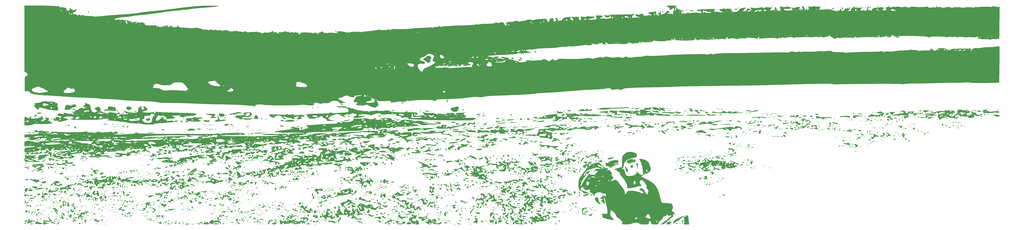
<source format=gbr>
%TF.GenerationSoftware,KiCad,Pcbnew,(6.0.7)*%
%TF.CreationDate,2022-10-09T17:04:33+02:00*%
%TF.ProjectId,skoosk backplate,736b6f6f-736b-4206-9261-636b706c6174,rev?*%
%TF.SameCoordinates,Original*%
%TF.FileFunction,Legend,Bot*%
%TF.FilePolarity,Positive*%
%FSLAX46Y46*%
G04 Gerber Fmt 4.6, Leading zero omitted, Abs format (unit mm)*
G04 Created by KiCad (PCBNEW (6.0.7)) date 2022-10-09 17:04:33*
%MOMM*%
%LPD*%
G01*
G04 APERTURE LIST*
G04 APERTURE END LIST*
%TO.C,G\u002A\u002A\u002A*%
G36*
X-51697466Y-67297300D02*
G01*
X-51873855Y-67473689D01*
X-52050244Y-67297300D01*
X-51873855Y-67120912D01*
X-51697466Y-67297300D01*
G37*
G36*
X-62436803Y-67489563D02*
G01*
X-62104411Y-67826467D01*
X-62038702Y-67951369D01*
X-62062771Y-68179245D01*
X-62124796Y-68163371D01*
X-62457189Y-67826467D01*
X-62522898Y-67701565D01*
X-62498828Y-67473689D01*
X-62436803Y-67489563D01*
G37*
G36*
X399246294Y-36208959D02*
G01*
X399314038Y-36344638D01*
X399672644Y-35925831D01*
X400067379Y-35530007D01*
X400400410Y-35442862D01*
X400392844Y-35699984D01*
X400017013Y-36219925D01*
X399716452Y-36659776D01*
X399668607Y-37404278D01*
X399747426Y-37636369D01*
X399673173Y-37731436D01*
X399219217Y-37307018D01*
X398786431Y-36785672D01*
X398665819Y-36461704D01*
X398679811Y-36330690D01*
X398421140Y-35868945D01*
X398415027Y-35861521D01*
X398348060Y-35594614D01*
X398509380Y-35594614D01*
X398799756Y-35723689D01*
X398986515Y-35698230D01*
X399034941Y-35488504D01*
X398983235Y-35446284D01*
X398564571Y-35488504D01*
X398509380Y-35594614D01*
X398348060Y-35594614D01*
X398305381Y-35424510D01*
X398824755Y-35004755D01*
X399302818Y-34781265D01*
X399488198Y-34913049D01*
X399389907Y-35488504D01*
X399371288Y-35597514D01*
X399246294Y-36208959D01*
G37*
G36*
X10603581Y-64667701D02*
G01*
X10920589Y-65004245D01*
X10975712Y-65140898D01*
X10765020Y-65357023D01*
X10662621Y-65343466D01*
X10391423Y-65004245D01*
X10395467Y-64924408D01*
X10546992Y-64651467D01*
X10603581Y-64667701D01*
G37*
G36*
X130688645Y-66591745D02*
G01*
X130512256Y-66768134D01*
X130335867Y-66591745D01*
X130512256Y-66415356D01*
X130688645Y-66591745D01*
G37*
G36*
X90920819Y-32646856D02*
G01*
X91035298Y-32663113D01*
X91129313Y-32726410D01*
X90619860Y-32770165D01*
X89590034Y-32785707D01*
X89288635Y-32784236D01*
X88419799Y-32759047D01*
X88117558Y-32709424D01*
X88451374Y-32644011D01*
X88498520Y-32639249D01*
X89754225Y-32587630D01*
X90920819Y-32646856D01*
G37*
G36*
X159616422Y-61652856D02*
G01*
X159440034Y-61829245D01*
X159263645Y-61652856D01*
X159440034Y-61476467D01*
X159616422Y-61652856D01*
G37*
G36*
X374877013Y-42538257D02*
G01*
X375040302Y-42665239D01*
X374663876Y-42751394D01*
X374306067Y-42726450D01*
X374200855Y-42566108D01*
X374325664Y-42496201D01*
X374877013Y-42538257D01*
G37*
G36*
X-46170615Y-77116282D02*
G01*
X-46115424Y-77222391D01*
X-46405800Y-77351467D01*
X-46592559Y-77326008D01*
X-46640985Y-77116282D01*
X-46589279Y-77074061D01*
X-46170615Y-77116282D01*
G37*
G36*
X-103843940Y-34657886D02*
G01*
X-103555800Y-34882890D01*
X-103784894Y-34972679D01*
X-104458564Y-35018134D01*
X-105018650Y-34932644D01*
X-105163768Y-34698475D01*
X-105020144Y-34601002D01*
X-104457491Y-34549538D01*
X-103843940Y-34657886D01*
G37*
G36*
X4041423Y-81408412D02*
G01*
X3865034Y-81584800D01*
X3688645Y-81408412D01*
X3865034Y-81232023D01*
X4041423Y-81408412D01*
G37*
G36*
X7298002Y-24448357D02*
G01*
X7569200Y-24787578D01*
X7565156Y-24867415D01*
X7413631Y-25140356D01*
X7357042Y-25124123D01*
X7040034Y-24787578D01*
X6984911Y-24650925D01*
X7195603Y-24434800D01*
X7298002Y-24448357D01*
G37*
G36*
X367755311Y-36958412D02*
G01*
X367578922Y-37134801D01*
X367402534Y-36958412D01*
X367578922Y-36782023D01*
X367755311Y-36958412D01*
G37*
G36*
X83063645Y-39780634D02*
G01*
X82887256Y-39957023D01*
X82710867Y-39780634D01*
X82887256Y-39604245D01*
X83063645Y-39780634D01*
G37*
G36*
X395448367Y-27962578D02*
G01*
X395744230Y-28229136D01*
X395977534Y-28523869D01*
X395907594Y-28557520D01*
X395448367Y-28442930D01*
X395200985Y-28306174D01*
X394919200Y-27881639D01*
X395018619Y-27747919D01*
X395448367Y-27962578D01*
G37*
G36*
X95825620Y-85672467D02*
G01*
X96521443Y-85997790D01*
X96821978Y-86375331D01*
X96693504Y-86664836D01*
X96127494Y-86876467D01*
X95693430Y-86782363D01*
X95636071Y-86347300D01*
X95618695Y-85956758D01*
X95037036Y-85818134D01*
X94569740Y-85768366D01*
X94444900Y-85608174D01*
X94482805Y-85576950D01*
X95043183Y-85498981D01*
X95825620Y-85672467D01*
G37*
G36*
X368588441Y-33077856D02*
G01*
X368553054Y-33488201D01*
X368882563Y-33568784D01*
X369448645Y-33183689D01*
X369679163Y-33001269D01*
X369871978Y-33056604D01*
X369749852Y-33325668D01*
X369254617Y-33821495D01*
X368941002Y-34041710D01*
X368324516Y-34285614D01*
X368108089Y-33992827D01*
X367978357Y-33839064D01*
X367431293Y-33850063D01*
X366943370Y-33878847D01*
X366108376Y-33618379D01*
X365813921Y-33420893D01*
X365790760Y-33303519D01*
X366392029Y-33404956D01*
X367018188Y-33442886D01*
X367758141Y-33074446D01*
X368275075Y-32625096D01*
X368613487Y-32620839D01*
X368588441Y-33077856D01*
G37*
G36*
X-16291080Y-72336003D02*
G01*
X-16258365Y-72789732D01*
X-16537819Y-73069960D01*
X-16883711Y-73044048D01*
X-16900818Y-72590993D01*
X-16755415Y-72353288D01*
X-16376968Y-72262592D01*
X-16291080Y-72336003D01*
G37*
G36*
X384218274Y-40074615D02*
G01*
X384273465Y-40180725D01*
X383983089Y-40309801D01*
X383796330Y-40284341D01*
X383747904Y-40074615D01*
X383799610Y-40032395D01*
X384218274Y-40074615D01*
G37*
G36*
X-30883577Y-33077856D02*
G01*
X-31059966Y-33254245D01*
X-31236355Y-33077856D01*
X-31059966Y-32901467D01*
X-30883577Y-33077856D01*
G37*
G36*
X127043274Y-58066282D02*
G01*
X127098465Y-58172391D01*
X126808089Y-58301467D01*
X126621330Y-58276008D01*
X126572904Y-58066282D01*
X126624610Y-58024061D01*
X127043274Y-58066282D01*
G37*
G36*
X-33353022Y-60594523D02*
G01*
X-33529411Y-60770912D01*
X-33705800Y-60594523D01*
X-33529411Y-60418134D01*
X-33353022Y-60594523D01*
G37*
G36*
X153685772Y-75743593D02*
G01*
X153971978Y-75984453D01*
X153954221Y-76076296D01*
X153581457Y-76293134D01*
X153409517Y-76369233D01*
X153393996Y-76822300D01*
X153449454Y-77092878D01*
X153255351Y-77351467D01*
X153058834Y-77224270D01*
X152913645Y-76656983D01*
X152799709Y-76190934D01*
X152326607Y-76187767D01*
X152002762Y-76262892D01*
X151967395Y-76044404D01*
X152355365Y-75798912D01*
X153040318Y-75684933D01*
X153685772Y-75743593D01*
G37*
G36*
X218883089Y-56516758D02*
G01*
X218869533Y-56619157D01*
X218530311Y-56890356D01*
X218450475Y-56886311D01*
X218177534Y-56734787D01*
X218193767Y-56678198D01*
X218530311Y-56361189D01*
X218666964Y-56306067D01*
X218883089Y-56516758D01*
G37*
G36*
X106229385Y-37252393D02*
G01*
X106284576Y-37358502D01*
X105994200Y-37487578D01*
X105807441Y-37462119D01*
X105759015Y-37252393D01*
X105810721Y-37210172D01*
X106229385Y-37252393D01*
G37*
G36*
X192892186Y-59686120D02*
G01*
X193350467Y-59929164D01*
X194191774Y-60065356D01*
X194898373Y-60166432D01*
X195755395Y-60535726D01*
X195966667Y-60694712D01*
X196180788Y-60950054D01*
X195822822Y-61006097D01*
X195536483Y-60966916D01*
X195246978Y-60712115D01*
X195236387Y-60673666D01*
X194828571Y-60492014D01*
X194012256Y-60418134D01*
X193849994Y-60421369D01*
X193087583Y-60544819D01*
X192777534Y-60791731D01*
X192805232Y-60919330D01*
X193130311Y-60947301D01*
X193307528Y-60910317D01*
X193483089Y-61261729D01*
X193378820Y-61617658D01*
X192865728Y-62153766D01*
X192409247Y-62401497D01*
X191928504Y-62477120D01*
X191366423Y-62182023D01*
X191192472Y-62040616D01*
X191314453Y-61881379D01*
X192071978Y-61829245D01*
X192287530Y-61823073D01*
X192873198Y-61728482D01*
X192907571Y-61559260D01*
X192637928Y-61118956D01*
X192510696Y-60303481D01*
X192512664Y-60161034D01*
X192614108Y-59607661D01*
X192892186Y-59686120D01*
G37*
G36*
X65974308Y-66784008D02*
G01*
X66306700Y-67120912D01*
X66372409Y-67245813D01*
X66348340Y-67473689D01*
X66286315Y-67457815D01*
X65953922Y-67120912D01*
X65888213Y-66996010D01*
X65912283Y-66768134D01*
X65974308Y-66784008D01*
G37*
G36*
X-41819689Y-76822300D02*
G01*
X-41996077Y-76998689D01*
X-42172466Y-76822300D01*
X-41996077Y-76645912D01*
X-41819689Y-76822300D01*
G37*
G36*
X40909153Y-84524991D02*
G01*
X40696120Y-84977388D01*
X40384663Y-85321695D01*
X40135568Y-85379861D01*
X40118834Y-84798560D01*
X40227058Y-84434494D01*
X40635080Y-84310592D01*
X40909153Y-84524991D01*
G37*
G36*
X-28745913Y-62727896D02*
G01*
X-29492082Y-62780232D01*
X-29992096Y-62771328D01*
X-30778987Y-63090062D01*
X-31104509Y-63409346D01*
X-31059966Y-63606709D01*
X-30998018Y-63695172D01*
X-31412744Y-63926563D01*
X-32154571Y-64103711D01*
X-32439248Y-63819162D01*
X-32220198Y-63041358D01*
X-31874851Y-62520903D01*
X-31585000Y-62541488D01*
X-31368183Y-62695851D01*
X-30897436Y-62375110D01*
X-30883728Y-62358412D01*
X-29119689Y-62358412D01*
X-28943300Y-62534801D01*
X-28766911Y-62358412D01*
X-28943300Y-62182023D01*
X-29119689Y-62358412D01*
X-30883728Y-62358412D01*
X-30851992Y-62319753D01*
X-30625993Y-61923219D01*
X-30928576Y-61823843D01*
X-31204858Y-61752785D01*
X-30883577Y-61476467D01*
X-30215419Y-61170845D01*
X-29735766Y-61217283D01*
X-29695370Y-61646860D01*
X-29756330Y-61905212D01*
X-29529935Y-62000582D01*
X-28802353Y-61788738D01*
X-28726838Y-61761748D01*
X-28005191Y-61422065D01*
X-27708577Y-61127423D01*
X-27471856Y-60884717D01*
X-26833196Y-60634906D01*
X-26122765Y-60499307D01*
X-25675455Y-60569775D01*
X-25772410Y-60784125D01*
X-26334443Y-61093749D01*
X-26791245Y-61335055D01*
X-26717619Y-61454106D01*
X-26527075Y-61512301D01*
X-26510907Y-61889196D01*
X-26557185Y-62136249D01*
X-26090754Y-62043794D01*
X-25769397Y-61939805D01*
X-25739245Y-62053499D01*
X-26227518Y-62543752D01*
X-26930914Y-63012875D01*
X-27604585Y-63085001D01*
X-27827785Y-62986424D01*
X-27938985Y-62747065D01*
X-27498145Y-62311489D01*
X-27220506Y-62070089D01*
X-27247308Y-62022478D01*
X-27832783Y-62352925D01*
X-27842098Y-62358412D01*
X-27852524Y-62364554D01*
X-28745913Y-62727896D01*
G37*
G36*
X170539341Y-80879855D02*
G01*
X170679116Y-81186879D01*
X170621869Y-81868745D01*
X170415828Y-82651326D01*
X170109219Y-83260495D01*
X169952982Y-83513721D01*
X170118817Y-83701467D01*
X170290200Y-83748773D01*
X170664785Y-84190705D01*
X170667043Y-84506662D01*
X170173362Y-84502338D01*
X169788868Y-84315470D01*
X169494200Y-83836711D01*
X169437117Y-83614692D01*
X168976105Y-83348689D01*
X168739187Y-83286817D01*
X168644665Y-82862276D01*
X168815116Y-82628009D01*
X169427172Y-82421304D01*
X169817184Y-82309537D01*
X170135927Y-81672995D01*
X170267285Y-81178984D01*
X170528149Y-80879245D01*
X170539341Y-80879855D01*
G37*
G36*
X-7518665Y-57962246D02*
G01*
X-7247466Y-58301467D01*
X-7251511Y-58381304D01*
X-7403035Y-58654245D01*
X-7459624Y-58638011D01*
X-7776633Y-58301467D01*
X-7831756Y-58164814D01*
X-7621064Y-57948689D01*
X-7518665Y-57962246D01*
G37*
G36*
X-100876279Y-82941404D02*
G01*
X-100985179Y-83098119D01*
X-101283564Y-83348689D01*
X-101332882Y-83345255D01*
X-101410571Y-83141045D01*
X-101031848Y-82785835D01*
X-100834700Y-82700000D01*
X-100876279Y-82941404D01*
G37*
G36*
X-12303948Y-65827393D02*
G01*
X-12248757Y-65933502D01*
X-12539133Y-66062578D01*
X-12725893Y-66037119D01*
X-12774318Y-65827393D01*
X-12722613Y-65785172D01*
X-12303948Y-65827393D01*
G37*
G36*
X-62398392Y-78527393D02*
G01*
X-62343201Y-78633502D01*
X-62633577Y-78762578D01*
X-62820337Y-78737119D01*
X-62868763Y-78527393D01*
X-62817057Y-78485172D01*
X-62398392Y-78527393D01*
G37*
G36*
X-28590522Y-32901467D02*
G01*
X-28259063Y-33068054D01*
X-28325395Y-33185869D01*
X-29031494Y-33229450D01*
X-29119799Y-33230316D01*
X-29870065Y-33134761D01*
X-30178022Y-32901467D01*
X-30103656Y-32697464D01*
X-29566508Y-32600429D01*
X-28590522Y-32901467D01*
G37*
G36*
X70421886Y-42137000D02*
G01*
X70716422Y-42426467D01*
X70486532Y-42661026D01*
X69813658Y-42779245D01*
X69253820Y-42688061D01*
X69128922Y-42426467D01*
X69356347Y-42235682D01*
X70031687Y-42073689D01*
X70421886Y-42137000D01*
G37*
G36*
X344882590Y-27290240D02*
G01*
X345333121Y-27336987D01*
X345212134Y-27479904D01*
X344471978Y-27786189D01*
X343329154Y-28172712D01*
X342589870Y-28263446D01*
X342355311Y-28003723D01*
X342382434Y-27906822D01*
X342855496Y-27588667D01*
X343744838Y-27360835D01*
X344824756Y-27288678D01*
X344882590Y-27290240D01*
G37*
G36*
X-96500244Y-68884800D02*
G01*
X-96525703Y-69071560D01*
X-96735429Y-69119986D01*
X-96777650Y-69068280D01*
X-96735429Y-68649615D01*
X-96629320Y-68594424D01*
X-96500244Y-68884800D01*
G37*
G36*
X155030311Y-77443861D02*
G01*
X155013863Y-77641914D01*
X154795126Y-78174615D01*
X154678361Y-78269213D01*
X154214394Y-78402244D01*
X153971978Y-78208213D01*
X154072720Y-77989505D01*
X154501145Y-77477459D01*
X154599296Y-77381041D01*
X154947622Y-77143079D01*
X155030311Y-77443861D01*
G37*
G36*
X-52981478Y-57968792D02*
G01*
X-52816770Y-58182181D01*
X-52932189Y-58220976D01*
X-53267849Y-58167217D01*
X-53990522Y-58320816D01*
X-54395293Y-58472527D01*
X-54976212Y-58610800D01*
X-54993333Y-58468900D01*
X-54392590Y-58079303D01*
X-54068437Y-57913527D01*
X-53415694Y-57731454D01*
X-52981478Y-57968792D01*
G37*
G36*
X428147586Y-28463733D02*
G01*
X428433089Y-28726930D01*
X428426719Y-28784217D01*
X428101131Y-29020912D01*
X428052765Y-29018007D01*
X427587483Y-28726930D01*
X427563711Y-28585867D01*
X427919441Y-28432949D01*
X428147586Y-28463733D01*
G37*
G36*
X376927534Y-37311189D02*
G01*
X376751145Y-37487578D01*
X376574756Y-37311189D01*
X376751145Y-37134801D01*
X376927534Y-37311189D01*
G37*
G36*
X141948659Y-87305677D02*
G01*
X142859478Y-87564871D01*
X143135759Y-87704266D01*
X143014028Y-87808676D01*
X142242117Y-87822937D01*
X142004796Y-87813328D01*
X141231227Y-87700656D01*
X140919200Y-87512106D01*
X140919408Y-87503385D01*
X141223974Y-87283061D01*
X141948659Y-87305677D01*
G37*
G36*
X377633089Y-29902856D02*
G01*
X377456700Y-30079245D01*
X377280311Y-29902856D01*
X377456700Y-29726467D01*
X377633089Y-29902856D01*
G37*
G36*
X-71100244Y-75411189D02*
G01*
X-71276633Y-75587578D01*
X-71453022Y-75411189D01*
X-71276633Y-75234800D01*
X-71100244Y-75411189D01*
G37*
G36*
X134260520Y-64534912D02*
G01*
X134973115Y-64853194D01*
X135186561Y-65538114D01*
X135083254Y-66089728D01*
X134681218Y-66165450D01*
X134463163Y-66014420D01*
X134361465Y-65487888D01*
X134349529Y-65199102D01*
X133871308Y-64951509D01*
X132981700Y-64987667D01*
X132822463Y-64984290D01*
X132981700Y-64703803D01*
X133444118Y-64518155D01*
X134260520Y-64534912D01*
G37*
G36*
X310840497Y-43249615D02*
G01*
X310895687Y-43355725D01*
X310605311Y-43484801D01*
X310418552Y-43459341D01*
X310370126Y-43249615D01*
X310421832Y-43207395D01*
X310840497Y-43249615D01*
G37*
G36*
X18387719Y-55949615D02*
G01*
X18442910Y-56055725D01*
X18152534Y-56184801D01*
X17965774Y-56159341D01*
X17917348Y-55949615D01*
X17969054Y-55907395D01*
X18387719Y-55949615D01*
G37*
G36*
X198657163Y-74294060D02*
G01*
X198712354Y-74400169D01*
X198421978Y-74529245D01*
X198235219Y-74503786D01*
X198186793Y-74294060D01*
X198238499Y-74251839D01*
X198657163Y-74294060D01*
G37*
G36*
X6510867Y-76469523D02*
G01*
X6334478Y-76645912D01*
X6158089Y-76469523D01*
X6334478Y-76293134D01*
X6510867Y-76469523D01*
G37*
G36*
X140566422Y-41368134D02*
G01*
X140540963Y-41554893D01*
X140331237Y-41603319D01*
X140289017Y-41551613D01*
X140331237Y-41132949D01*
X140437347Y-41077758D01*
X140566422Y-41368134D01*
G37*
G36*
X30734941Y-34077393D02*
G01*
X30790132Y-34183502D01*
X30499756Y-34312578D01*
X30312996Y-34287119D01*
X30264571Y-34077393D01*
X30316276Y-34035172D01*
X30734941Y-34077393D01*
G37*
G36*
X32616423Y-52480634D02*
G01*
X32440034Y-52657023D01*
X32263645Y-52480634D01*
X32440034Y-52304245D01*
X32616423Y-52480634D01*
G37*
G36*
X263416484Y-22806046D02*
G01*
X263643937Y-22817494D01*
X265247101Y-22898277D01*
X266283005Y-22957745D01*
X266874631Y-23012123D01*
X267144959Y-23077632D01*
X267216970Y-23170495D01*
X267213645Y-23306934D01*
X267040766Y-23421822D01*
X266336136Y-23535169D01*
X265273712Y-23571517D01*
X264476282Y-23547052D01*
X263652823Y-23470523D01*
X263333434Y-23363969D01*
X263066584Y-23286990D01*
X262269737Y-23253566D01*
X261128228Y-23280861D01*
X260697842Y-23299278D01*
X259725245Y-23303240D01*
X259361473Y-23212070D01*
X259535929Y-23013932D01*
X259600887Y-22980884D01*
X260378552Y-22825634D01*
X261696433Y-22764890D01*
X263416484Y-22806046D01*
G37*
G36*
X141195266Y-79468498D02*
G01*
X141469761Y-79575430D01*
X141197692Y-79983882D01*
X140760670Y-80353352D01*
X140273962Y-80534169D01*
X140025156Y-80416392D01*
X140213645Y-79997300D01*
X140521822Y-79717601D01*
X141152694Y-79468134D01*
X141195266Y-79468498D01*
G37*
G36*
X87715902Y-86988257D02*
G01*
X87879191Y-87115239D01*
X87502765Y-87201394D01*
X87144956Y-87176450D01*
X87039744Y-87016108D01*
X87164552Y-86946201D01*
X87715902Y-86988257D01*
G37*
G36*
X424700952Y-30459722D02*
G01*
X424728923Y-30784801D01*
X424656516Y-30890374D01*
X424355325Y-31137578D01*
X424320118Y-31128406D01*
X424199756Y-30784801D01*
X424214112Y-30688108D01*
X424573353Y-30432023D01*
X424700952Y-30459722D01*
G37*
G36*
X30499756Y-61652856D02*
G01*
X30323367Y-61829245D01*
X30146978Y-61652856D01*
X30323367Y-61476467D01*
X30499756Y-61652856D01*
G37*
G36*
X88446846Y-40666290D02*
G01*
X87711306Y-40930420D01*
X87376379Y-40921381D01*
X87296978Y-40662578D01*
X87237277Y-40500290D01*
X86767811Y-40309801D01*
X86524380Y-40270000D01*
X86442876Y-40180725D01*
X87712158Y-40180725D01*
X88002534Y-40309801D01*
X88189293Y-40284341D01*
X88237719Y-40074615D01*
X88186013Y-40032395D01*
X87767348Y-40074615D01*
X87712158Y-40180725D01*
X86442876Y-40180725D01*
X86238645Y-39957023D01*
X86529076Y-39710510D01*
X87252881Y-39604245D01*
X88206730Y-39548220D01*
X89369547Y-39383759D01*
X90191192Y-39308531D01*
X90428764Y-39491577D01*
X90075456Y-39866952D01*
X89687750Y-40074615D01*
X89147263Y-40364111D01*
X88446846Y-40666290D01*
G37*
G36*
X149803237Y-62266594D02*
G01*
X150091422Y-62711189D01*
X149947650Y-63035538D01*
X149297672Y-63199433D01*
X149036567Y-63183419D01*
X148772848Y-63119869D01*
X149172488Y-62987316D01*
X149225923Y-62973324D01*
X149612724Y-62780743D01*
X149348877Y-62504474D01*
X149346036Y-62502674D01*
X149078694Y-62253718D01*
X149474061Y-62187425D01*
X149803237Y-62266594D01*
G37*
G36*
X214861914Y-45264923D02*
G01*
X215178923Y-45601467D01*
X215234045Y-45738120D01*
X215023353Y-45954245D01*
X214920955Y-45940688D01*
X214649756Y-45601467D01*
X214653800Y-45521631D01*
X214805325Y-45248689D01*
X214861914Y-45264923D01*
G37*
G36*
X169322886Y-80940856D02*
G01*
X169266827Y-81200641D01*
X168680778Y-81772338D01*
X168126705Y-82247752D01*
X167626809Y-82575233D01*
X167443117Y-82419225D01*
X167456829Y-81780523D01*
X167470365Y-81641017D01*
X167628642Y-81167171D01*
X167982044Y-81294552D01*
X168286408Y-81486581D01*
X168435867Y-81275218D01*
X168530485Y-81066918D01*
X169053228Y-80890393D01*
X169322886Y-80940856D01*
G37*
G36*
X361758089Y-27080634D02*
G01*
X361581700Y-27257023D01*
X361405311Y-27080634D01*
X361581700Y-26904245D01*
X361758089Y-27080634D01*
G37*
G36*
X143741422Y-84936189D02*
G01*
X143565034Y-85112578D01*
X143388645Y-84936189D01*
X143565034Y-84759800D01*
X143741422Y-84936189D01*
G37*
G36*
X-90626343Y-18979282D02*
G01*
X-90329530Y-19618369D01*
X-90064202Y-20242078D01*
X-90060200Y-20377856D01*
X-90035607Y-21212307D01*
X-90233642Y-21704081D01*
X-90657392Y-21903288D01*
X-91522881Y-21818248D01*
X-91765300Y-21779356D01*
X-93054598Y-21600547D01*
X-94383578Y-21448228D01*
X-94986593Y-21372919D01*
X-96404830Y-21098965D01*
X-98206594Y-20634015D01*
X-99069373Y-20377856D01*
X-94383578Y-20377856D01*
X-94373338Y-20518443D01*
X-94082118Y-20896032D01*
X-93570020Y-20681428D01*
X-93480637Y-20534559D01*
X-93518845Y-20377856D01*
X-92972466Y-20377856D01*
X-92815764Y-20534559D01*
X-92796078Y-20554245D01*
X-92619689Y-20377856D01*
X-92796078Y-20201467D01*
X-92972466Y-20377856D01*
X-93518845Y-20377856D01*
X-93590956Y-20082108D01*
X-94051620Y-19848689D01*
X-94204133Y-19908227D01*
X-94383578Y-20377856D01*
X-99069373Y-20377856D01*
X-100528497Y-19944642D01*
X-101013545Y-19900101D01*
X-100991745Y-20291955D01*
X-100949588Y-20609343D01*
X-101313872Y-21054216D01*
X-101510778Y-21125280D01*
X-102255217Y-21230652D01*
X-102497466Y-20869600D01*
X-102497635Y-20861804D01*
X-102762284Y-20383196D01*
X-103379411Y-19785662D01*
X-103395277Y-19773114D01*
X-104005883Y-19167113D01*
X-104255953Y-18676557D01*
X-104191048Y-18522729D01*
X-103908578Y-18790356D01*
X-103852706Y-18875860D01*
X-103605630Y-19141653D01*
X-103519404Y-18790356D01*
X-103506795Y-18577470D01*
X-103508970Y-18513361D01*
X-98964287Y-18513361D01*
X-98888626Y-18720282D01*
X-98414752Y-19079478D01*
X-97797989Y-19266537D01*
X-97382778Y-19144088D01*
X-97050265Y-18920798D01*
X-96303035Y-18790356D01*
X-95611526Y-18699868D01*
X-95488623Y-18454417D01*
X-95944022Y-18127410D01*
X-96931300Y-17792576D01*
X-98068231Y-17621140D01*
X-98742277Y-17848186D01*
X-98964287Y-18513361D01*
X-103508970Y-18513361D01*
X-103533006Y-17804805D01*
X-103534596Y-17732901D01*
X-103202755Y-17462506D01*
X-102251887Y-17423578D01*
X-102185084Y-17426547D01*
X-101733894Y-17379245D01*
X-94559966Y-17379245D01*
X-94539411Y-17596218D01*
X-94051620Y-17732023D01*
X-93621602Y-17663100D01*
X-93558799Y-17602947D01*
X-91851731Y-17602947D01*
X-91561355Y-17732023D01*
X-91374596Y-17706564D01*
X-91326170Y-17496838D01*
X-91377876Y-17454617D01*
X-91796540Y-17496838D01*
X-91851731Y-17602947D01*
X-93558799Y-17602947D01*
X-93325244Y-17379245D01*
X-93377645Y-17223712D01*
X-93833591Y-17026467D01*
X-94049540Y-17054645D01*
X-94559966Y-17379245D01*
X-101733894Y-17379245D01*
X-100932602Y-17295239D01*
X-99780958Y-16909824D01*
X-99269165Y-16680263D01*
X-97588820Y-16362080D01*
X-95971078Y-16654165D01*
X-95471273Y-16758121D01*
X-94654245Y-16620214D01*
X-94599915Y-16595813D01*
X-93836060Y-16543220D01*
X-92765163Y-16740146D01*
X-91639470Y-17106389D01*
X-91083259Y-17379245D01*
X-90843548Y-17496838D01*
X-90711228Y-17561749D01*
X-90232685Y-18026026D01*
X-90183209Y-18323370D01*
X-90267576Y-18454417D01*
X-90430419Y-18707359D01*
X-90626343Y-18979282D01*
G37*
G36*
X428433089Y-30302671D02*
G01*
X428430493Y-30359300D01*
X428197904Y-30902393D01*
X428149032Y-30944390D01*
X427780450Y-30955310D01*
X427746097Y-30804629D01*
X428015635Y-30355588D01*
X428254106Y-30171504D01*
X428433089Y-30302671D01*
G37*
G36*
X176986856Y-47728385D02*
G01*
X177255311Y-48070912D01*
X177245060Y-48155234D01*
X176902534Y-48423689D01*
X176818211Y-48413438D01*
X176549756Y-48070912D01*
X176560007Y-47986589D01*
X176902534Y-47718134D01*
X176986856Y-47728385D01*
G37*
G36*
X78804314Y-63371172D02*
G01*
X79310663Y-63769523D01*
X79376593Y-64082099D01*
X79155321Y-64287730D01*
X78636284Y-63980154D01*
X78343378Y-63781385D01*
X77595589Y-63491910D01*
X77451225Y-63452713D01*
X77373568Y-63342087D01*
X77998818Y-63281279D01*
X78804314Y-63371172D01*
G37*
G36*
X164790497Y-48188504D02*
G01*
X164845687Y-48294614D01*
X164555311Y-48423689D01*
X164368552Y-48398230D01*
X164320126Y-48188504D01*
X164371832Y-48146284D01*
X164790497Y-48188504D01*
G37*
G36*
X90345909Y-82117888D02*
G01*
X90483555Y-82352313D01*
X90837345Y-82458964D01*
X90961217Y-82419166D01*
X91360953Y-82654510D01*
X91572483Y-82833437D01*
X92090885Y-82617068D01*
X92482982Y-82399396D01*
X92588645Y-82750460D01*
X92496090Y-83057210D01*
X91971284Y-83429211D01*
X91623146Y-83451182D01*
X90590749Y-83144966D01*
X89524547Y-82412815D01*
X89273674Y-82060917D01*
X89612454Y-81801401D01*
X89905707Y-81767134D01*
X90345909Y-82117888D01*
G37*
G36*
X-103802055Y-55725520D02*
G01*
X-103650956Y-56209240D01*
X-103643686Y-56652869D01*
X-103769304Y-56853523D01*
X-104031816Y-56372487D01*
X-104094012Y-56109908D01*
X-103966402Y-55691371D01*
X-103802055Y-55725520D01*
G37*
G36*
X53783089Y-82819523D02*
G01*
X53606700Y-82995912D01*
X53430311Y-82819523D01*
X53606700Y-82643134D01*
X53783089Y-82819523D01*
G37*
G36*
X-56636355Y-83877856D02*
G01*
X-56812744Y-84054245D01*
X-56989133Y-83877856D01*
X-56812744Y-83701467D01*
X-56636355Y-83877856D01*
G37*
G36*
X300609941Y-40780171D02*
G01*
X300665132Y-40886280D01*
X300374756Y-41015356D01*
X300187996Y-40989897D01*
X300139571Y-40780171D01*
X300191276Y-40737950D01*
X300609941Y-40780171D01*
G37*
G36*
X375163645Y-29902856D02*
G01*
X374987256Y-30079245D01*
X374810867Y-29902856D01*
X374987256Y-29726467D01*
X375163645Y-29902856D01*
G37*
G36*
X230759941Y-21024615D02*
G01*
X230815132Y-21130725D01*
X230524756Y-21259800D01*
X230337996Y-21234341D01*
X230289571Y-21024615D01*
X230341276Y-20982395D01*
X230759941Y-21024615D01*
G37*
G36*
X195582040Y-62347462D02*
G01*
X195710693Y-62465542D01*
X195737802Y-62949618D01*
X195574027Y-63097883D01*
X195222062Y-62847264D01*
X195092230Y-62594750D01*
X195116524Y-62226096D01*
X195582040Y-62347462D01*
G37*
G36*
X-46417019Y-74205865D02*
G01*
X-46435900Y-74473690D01*
X-46640985Y-74999615D01*
X-46906127Y-75128414D01*
X-47611124Y-75206950D01*
X-48050350Y-75138176D01*
X-47816911Y-74973330D01*
X-47483488Y-74787438D01*
X-46857991Y-74207431D01*
X-46723556Y-74035653D01*
X-46473636Y-73830809D01*
X-46417019Y-74205865D01*
G37*
G36*
X-25003948Y-43249615D02*
G01*
X-24948757Y-43355725D01*
X-25239133Y-43484801D01*
X-25425893Y-43459341D01*
X-25474318Y-43249615D01*
X-25422613Y-43207395D01*
X-25003948Y-43249615D01*
G37*
G36*
X-80625244Y-70295912D02*
G01*
X-80650703Y-70482671D01*
X-80860429Y-70531097D01*
X-80902650Y-70479391D01*
X-80860429Y-70060726D01*
X-80754320Y-70005536D01*
X-80625244Y-70295912D01*
G37*
G36*
X121582568Y-55591035D02*
G01*
X121745858Y-55718016D01*
X121369432Y-55804172D01*
X121011623Y-55779228D01*
X120906411Y-55618886D01*
X121031219Y-55548979D01*
X121582568Y-55591035D01*
G37*
G36*
X198991198Y-48935313D02*
G01*
X199518251Y-49122372D01*
X199531635Y-49362943D01*
X198968068Y-49482023D01*
X198722237Y-49545629D01*
X198291272Y-50019352D01*
X198255592Y-50118115D01*
X198277950Y-50383993D01*
X198759503Y-50195741D01*
X199214628Y-49990212D01*
X199830717Y-49834801D01*
X199991042Y-49861316D01*
X200039408Y-50119388D01*
X199667141Y-50519232D01*
X199003240Y-50895494D01*
X198717711Y-51009745D01*
X198134824Y-51166278D01*
X197903830Y-50897096D01*
X197828103Y-50062885D01*
X197834386Y-49304698D01*
X198087657Y-48961553D01*
X198763562Y-48916480D01*
X198991198Y-48935313D01*
G37*
G36*
X177127688Y-65471112D02*
G01*
X177167127Y-65734132D01*
X176685191Y-66367587D01*
X176239182Y-66737103D01*
X175362275Y-66826858D01*
X175145797Y-66764672D01*
X174862694Y-66616116D01*
X175226839Y-66491950D01*
X175551306Y-66360158D01*
X175844200Y-65935395D01*
X175975663Y-65677307D01*
X176549756Y-65454020D01*
X177127688Y-65471112D01*
G37*
G36*
X240755311Y-58301467D02*
G01*
X240729852Y-58488227D01*
X240520126Y-58536652D01*
X240477906Y-58484947D01*
X240520126Y-58066282D01*
X240626236Y-58011091D01*
X240755311Y-58301467D01*
G37*
G36*
X175491422Y-65886189D02*
G01*
X175315034Y-66062578D01*
X175138645Y-65886189D01*
X175315034Y-65709800D01*
X175491422Y-65886189D01*
G37*
G36*
X60133089Y-71530634D02*
G01*
X59956700Y-71707023D01*
X59780311Y-71530634D01*
X59956700Y-71354245D01*
X60133089Y-71530634D01*
G37*
G36*
X-29942837Y-36546838D02*
G01*
X-29887646Y-36652947D01*
X-30178022Y-36782023D01*
X-30364781Y-36756564D01*
X-30413207Y-36546838D01*
X-30361501Y-36504617D01*
X-29942837Y-36546838D01*
G37*
G36*
X-30883577Y-76116745D02*
G01*
X-31059966Y-76293134D01*
X-31236355Y-76116745D01*
X-31059966Y-75940356D01*
X-30883577Y-76116745D01*
G37*
G36*
X180268319Y-68583058D02*
G01*
X180430311Y-69258398D01*
X180500550Y-69648986D01*
X180820832Y-69943134D01*
X180992772Y-69867034D01*
X181008293Y-69413967D01*
X180952835Y-69143389D01*
X181146939Y-68884800D01*
X181347483Y-69022119D01*
X181488645Y-69601428D01*
X181461464Y-69838210D01*
X181111155Y-70397632D01*
X180562857Y-70595485D01*
X180080496Y-70300706D01*
X179812428Y-70122927D01*
X179563161Y-70602078D01*
X179428061Y-70885818D01*
X178978461Y-71285035D01*
X178522229Y-71332160D01*
X178313645Y-70955309D01*
X178313620Y-70951902D01*
X177992549Y-70709791D01*
X177071017Y-70758023D01*
X176888935Y-70784946D01*
X176185788Y-70804842D01*
X176033504Y-70627793D01*
X176098548Y-70564231D01*
X176693345Y-70372920D01*
X177628909Y-70295912D01*
X178144324Y-70285608D01*
X178853910Y-70165204D01*
X178925722Y-69867827D01*
X178401839Y-69341519D01*
X178083217Y-69061329D01*
X178111558Y-68918470D01*
X178754617Y-68989124D01*
X179471517Y-68990632D01*
X179724756Y-68638671D01*
X179767856Y-68426044D01*
X180077534Y-68355634D01*
X180268319Y-68583058D01*
G37*
G36*
X152913645Y-83877856D02*
G01*
X152737256Y-84054245D01*
X152560867Y-83877856D01*
X152737256Y-83701467D01*
X152913645Y-83877856D01*
G37*
G36*
X20335346Y-35129924D02*
G01*
X20498635Y-35256905D01*
X20122210Y-35343061D01*
X19764401Y-35318117D01*
X19659189Y-35157775D01*
X19783997Y-35087868D01*
X20335346Y-35129924D01*
G37*
G36*
X65978775Y-78899689D02*
G01*
X66266517Y-78991660D01*
X67041109Y-79115356D01*
X67253044Y-79131390D01*
X67539885Y-79344603D01*
X67307921Y-79679082D01*
X66634417Y-79972068D01*
X66469672Y-80019502D01*
X65928598Y-80398788D01*
X66044205Y-80905804D01*
X66806736Y-81456500D01*
X67267391Y-81788565D01*
X67219850Y-82094681D01*
X67073730Y-82162340D01*
X66515989Y-82134300D01*
X66357512Y-82165203D01*
X66380745Y-82642647D01*
X66577519Y-83130930D01*
X67007083Y-83298850D01*
X67667415Y-82819523D01*
X68050046Y-82524513D01*
X68662752Y-82318207D01*
X68904680Y-82360715D01*
X68707768Y-82517388D01*
X68531834Y-82659037D01*
X68480928Y-83195093D01*
X68513563Y-83268186D01*
X68934079Y-83639102D01*
X69423254Y-83650013D01*
X69658089Y-83278134D01*
X69729392Y-83034787D01*
X70075543Y-83272254D01*
X70267988Y-83499944D01*
X70340126Y-83783782D01*
X70320483Y-83795669D01*
X69881722Y-84051733D01*
X69128922Y-84485830D01*
X68773758Y-84683043D01*
X67969073Y-85043709D01*
X67654265Y-85018946D01*
X67876902Y-84604255D01*
X68046281Y-84317171D01*
X67847969Y-84064717D01*
X67061043Y-83863733D01*
X66586080Y-83790921D01*
X65650608Y-83803059D01*
X65248748Y-84088625D01*
X65450821Y-84614819D01*
X65679802Y-84998334D01*
X65393009Y-85112578D01*
X65343380Y-85107968D01*
X64790193Y-84795352D01*
X64141422Y-84142439D01*
X63775329Y-83721051D01*
X63308235Y-83420787D01*
X62911087Y-83613273D01*
X62668306Y-83815487D01*
X62003744Y-84068951D01*
X61522948Y-83900381D01*
X61441983Y-83348689D01*
X61684860Y-82807032D01*
X62049858Y-82704826D01*
X62345682Y-83260495D01*
X62401111Y-83477653D01*
X62542312Y-83667388D01*
X62780003Y-83213764D01*
X62877779Y-82788933D01*
X62655220Y-81890847D01*
X62443213Y-81479003D01*
X62448354Y-81232023D01*
X62557159Y-81255085D01*
X62999489Y-81576233D01*
X63378308Y-82050967D01*
X63444208Y-82389422D01*
X63402981Y-82477005D01*
X63637396Y-82805017D01*
X63794467Y-82867773D01*
X64013645Y-82663954D01*
X64081126Y-82485201D01*
X64563631Y-82290356D01*
X64815615Y-82239592D01*
X64895589Y-81937578D01*
X64847078Y-81781119D01*
X65139353Y-81579398D01*
X65376733Y-81513426D01*
X65073697Y-81240550D01*
X64908773Y-81127015D01*
X64775406Y-80827652D01*
X65219210Y-80415022D01*
X65594538Y-80022239D01*
X65654463Y-79303481D01*
X65586751Y-78868584D01*
X65978775Y-78899689D01*
G37*
G36*
X280266422Y-54950078D02*
G01*
X280090034Y-55126467D01*
X279913645Y-54950078D01*
X280090034Y-54773689D01*
X280266422Y-54950078D01*
G37*
G36*
X194894200Y-66591745D02*
G01*
X194717811Y-66768134D01*
X194541423Y-66591745D01*
X194717811Y-66415356D01*
X194894200Y-66591745D01*
G37*
G36*
X169663752Y-75966700D02*
G01*
X169671517Y-76291633D01*
X169780995Y-76656150D01*
X170366263Y-77058376D01*
X170485105Y-77114202D01*
X170976863Y-77463835D01*
X170827128Y-77754127D01*
X170597709Y-77846194D01*
X170258552Y-77692940D01*
X170082084Y-77505383D01*
X169464802Y-77351467D01*
X169084250Y-77325708D01*
X168788645Y-77203931D01*
X168861728Y-76824509D01*
X169179999Y-76222286D01*
X169552763Y-75940356D01*
X169663752Y-75966700D01*
G37*
G36*
X131982163Y-78527393D02*
G01*
X132037354Y-78633502D01*
X131746978Y-78762578D01*
X131560219Y-78737119D01*
X131511793Y-78527393D01*
X131563499Y-78485172D01*
X131982163Y-78527393D01*
G37*
G36*
X359523830Y-26669060D02*
G01*
X359579021Y-26775169D01*
X359288645Y-26904245D01*
X359101885Y-26878786D01*
X359053460Y-26669060D01*
X359105165Y-26626839D01*
X359523830Y-26669060D01*
G37*
G36*
X205929891Y-45258787D02*
G01*
X206183089Y-45601467D01*
X206115778Y-45770060D01*
X205633103Y-45954245D01*
X205381119Y-45903480D01*
X205301145Y-45601467D01*
X205373351Y-45505123D01*
X205851131Y-45248689D01*
X205929891Y-45258787D01*
G37*
G36*
X232376839Y-85584496D02*
G01*
X232436681Y-85706993D01*
X231935867Y-85762432D01*
X231450578Y-85713257D01*
X231494895Y-85584496D01*
X231654581Y-85537902D01*
X232376839Y-85584496D01*
G37*
G36*
X153332789Y-77683353D02*
G01*
X153619200Y-78063551D01*
X153519865Y-78198451D01*
X153001839Y-78229188D01*
X152666586Y-78169538D01*
X152049339Y-78084014D01*
X151925055Y-78026754D01*
X152078543Y-77692680D01*
X152141507Y-77640007D01*
X152718002Y-77512750D01*
X153332789Y-77683353D01*
G37*
G36*
X116812719Y-82055171D02*
G01*
X116867910Y-82161280D01*
X116577534Y-82290356D01*
X116390774Y-82264897D01*
X116342348Y-82055171D01*
X116394054Y-82012950D01*
X116812719Y-82055171D01*
G37*
G36*
X269472706Y-23715826D02*
G01*
X269164576Y-23655868D01*
X268474008Y-23396655D01*
X267974343Y-23163331D01*
X268720300Y-23163331D01*
X268725763Y-23283756D01*
X269183321Y-23348616D01*
X269530083Y-23292124D01*
X269396457Y-23135480D01*
X269192454Y-23079116D01*
X268720300Y-23163331D01*
X267974343Y-23163331D01*
X267707726Y-23038831D01*
X267110492Y-22699649D01*
X266927073Y-22496360D01*
X267102373Y-22471729D01*
X267814228Y-22491677D01*
X268863628Y-22575581D01*
X269171685Y-22607579D01*
X270068690Y-22748719D01*
X270399004Y-22938577D01*
X270274739Y-23229073D01*
X270206264Y-23292124D01*
X270019377Y-23464209D01*
X269472706Y-23715826D01*
G37*
G36*
X58721978Y-66591745D02*
G01*
X58545589Y-66768134D01*
X58369200Y-66591745D01*
X58545589Y-66415356D01*
X58721978Y-66591745D01*
G37*
G36*
X91001145Y-65229449D02*
G01*
X91254454Y-65343682D01*
X91530311Y-65571155D01*
X91471824Y-65634323D01*
X91001145Y-65709800D01*
X90757882Y-65671306D01*
X90471978Y-65368095D01*
X90546888Y-65222116D01*
X91001145Y-65229449D01*
G37*
G36*
X-61928022Y-58125078D02*
G01*
X-62104411Y-58301467D01*
X-62280800Y-58125078D01*
X-62104411Y-57948689D01*
X-61928022Y-58125078D01*
G37*
G36*
X168607339Y-50529462D02*
G01*
X168651713Y-51093909D01*
X168610117Y-51327199D01*
X168854891Y-51816021D01*
X169197329Y-51946333D01*
X170115553Y-52024366D01*
X171082992Y-51907523D01*
X171729757Y-51620910D01*
X172097453Y-51383146D01*
X172685708Y-51251379D01*
X173133706Y-51336781D01*
X173175009Y-51636484D01*
X173128573Y-51750928D01*
X173338228Y-51867417D01*
X173893808Y-51730605D01*
X174595133Y-51406068D01*
X175242021Y-50959381D01*
X175541646Y-50703838D01*
X175757828Y-50616882D01*
X175624987Y-51053910D01*
X175546330Y-51289683D01*
X175630743Y-51570162D01*
X176230098Y-51489782D01*
X176876621Y-51435246D01*
X177611020Y-51636477D01*
X177727107Y-51719388D01*
X177821293Y-51872708D01*
X177299328Y-51760393D01*
X176767260Y-51676621D01*
X176678621Y-51874571D01*
X176684115Y-51982513D01*
X176235188Y-52152179D01*
X175223493Y-52200748D01*
X174723426Y-52199907D01*
X173679290Y-52241352D01*
X173021978Y-52328044D01*
X172741163Y-52341948D01*
X172600911Y-51979946D01*
X172612919Y-51921420D01*
X172574221Y-51661701D01*
X172171217Y-51925587D01*
X171875132Y-52215593D01*
X171663922Y-52602664D01*
X171668707Y-52640996D01*
X171602873Y-53414044D01*
X171234316Y-53715356D01*
X171038637Y-53546130D01*
X171074772Y-52921606D01*
X171154777Y-52615978D01*
X171166344Y-52376780D01*
X170903063Y-52748011D01*
X170724272Y-53173212D01*
X170755026Y-53757592D01*
X170809788Y-53993924D01*
X170509535Y-54454951D01*
X170494090Y-54464793D01*
X170269933Y-54701131D01*
X170701145Y-54768287D01*
X171185684Y-54863748D01*
X171960549Y-55300054D01*
X172276866Y-55549082D01*
X172706325Y-55582641D01*
X173296492Y-55123665D01*
X173451249Y-54982962D01*
X174065316Y-54517577D01*
X174344904Y-54467961D01*
X174194728Y-54861884D01*
X174081135Y-55055763D01*
X173865227Y-55567439D01*
X173771631Y-56008412D01*
X173531109Y-56177071D01*
X172884841Y-56178922D01*
X172143821Y-55991072D01*
X171617019Y-55663047D01*
X171138858Y-55333385D01*
X170463327Y-55526987D01*
X170012609Y-55725752D01*
X169852273Y-55551308D01*
X169959649Y-54827697D01*
X169965036Y-54800142D01*
X170009862Y-53987597D01*
X169829668Y-53528269D01*
X169727311Y-53439882D01*
X169685655Y-52985424D01*
X169715199Y-52821230D01*
X169355231Y-52657023D01*
X168840192Y-52578899D01*
X168018646Y-52283820D01*
X167319986Y-51893468D01*
X167024756Y-51542063D01*
X167174283Y-51364440D01*
X167768055Y-51245912D01*
X168266196Y-51137627D01*
X168301262Y-50698422D01*
X168237131Y-50409838D01*
X168463958Y-50381328D01*
X168607339Y-50529462D01*
G37*
G36*
X199439389Y-74441050D02*
G01*
X199368910Y-74942725D01*
X198930325Y-75234800D01*
X198678342Y-75285565D01*
X198598367Y-75587578D01*
X198521664Y-75826007D01*
X197934451Y-75940356D01*
X197926382Y-75940348D01*
X197085877Y-75788556D01*
X196846115Y-75392424D01*
X197257191Y-74833800D01*
X197452176Y-74679419D01*
X197723041Y-74558171D01*
X197617156Y-74970217D01*
X197546636Y-75322165D01*
X197727494Y-75587578D01*
X197808845Y-75577410D01*
X198069200Y-75234800D01*
X198119880Y-75080979D01*
X198572500Y-74882023D01*
X198861715Y-74788969D01*
X199237133Y-74264662D01*
X199264450Y-74164602D01*
X199379466Y-73963590D01*
X199439389Y-74441050D01*
G37*
G36*
X285977013Y-62293813D02*
G01*
X286140302Y-62420794D01*
X285763876Y-62506950D01*
X285406067Y-62482006D01*
X285300855Y-62321664D01*
X285425664Y-62251757D01*
X285977013Y-62293813D01*
G37*
G36*
X-101791911Y-69413967D02*
G01*
X-101968300Y-69590356D01*
X-102144689Y-69413967D01*
X-101968300Y-69237578D01*
X-101791911Y-69413967D01*
G37*
G36*
X-17125244Y-68355634D02*
G01*
X-17301633Y-68532023D01*
X-17478022Y-68355634D01*
X-17301633Y-68179245D01*
X-17125244Y-68355634D01*
G37*
G36*
X5662165Y-76072587D02*
G01*
X5805311Y-76645912D01*
X5800226Y-76778421D01*
X5561293Y-77217871D01*
X4835173Y-77303425D01*
X4328957Y-77271946D01*
X4181588Y-77213070D01*
X4685755Y-77098966D01*
X5194411Y-76900840D01*
X5314188Y-76441452D01*
X5264090Y-76196704D01*
X5463605Y-75940356D01*
X5662165Y-76072587D01*
G37*
G36*
X184310867Y-87023458D02*
G01*
X184346880Y-87235393D01*
X184751839Y-87702819D01*
X184796759Y-87815106D01*
X184274695Y-87835968D01*
X184150576Y-87827879D01*
X183568515Y-87643505D01*
X183522090Y-87156607D01*
X183797073Y-86644044D01*
X184143099Y-86568062D01*
X184310867Y-87023458D01*
G37*
G36*
X196026779Y-63693129D02*
G01*
X196277461Y-64210495D01*
X196226716Y-64513233D01*
X196070941Y-64384686D01*
X195966991Y-64214409D01*
X195594001Y-64125857D01*
X195477972Y-64167257D01*
X195074146Y-63951666D01*
X195091221Y-63730717D01*
X195578936Y-63593134D01*
X196026779Y-63693129D01*
G37*
G36*
X200891423Y-73647300D02*
G01*
X200715034Y-73823689D01*
X200538645Y-73647300D01*
X200715034Y-73470912D01*
X200891423Y-73647300D01*
G37*
G36*
X437605311Y-21788967D02*
G01*
X437428922Y-21965356D01*
X437252534Y-21788967D01*
X437428922Y-21612578D01*
X437605311Y-21788967D01*
G37*
G36*
X60920224Y-72073357D02*
G01*
X61191422Y-72412578D01*
X61187378Y-72492415D01*
X61035853Y-72765356D01*
X60979264Y-72749123D01*
X60662256Y-72412578D01*
X60607133Y-72275925D01*
X60817825Y-72059800D01*
X60920224Y-72073357D01*
G37*
G36*
X-45634098Y-80285480D02*
G01*
X-45470809Y-80412461D01*
X-45847235Y-80498616D01*
X-46205044Y-80473672D01*
X-46310256Y-80313331D01*
X-46185448Y-80243424D01*
X-45634098Y-80285480D01*
G37*
G36*
X183689634Y-49492274D02*
G01*
X183958089Y-49834801D01*
X183947838Y-49919123D01*
X183605311Y-50187578D01*
X183520989Y-50177327D01*
X183252534Y-49834801D01*
X183262785Y-49750478D01*
X183605311Y-49482023D01*
X183689634Y-49492274D01*
G37*
G36*
X197598830Y-57360726D02*
G01*
X197654021Y-57466836D01*
X197363645Y-57595912D01*
X197176885Y-57570452D01*
X197128460Y-57360726D01*
X197180165Y-57318506D01*
X197598830Y-57360726D01*
G37*
G36*
X79715975Y-47536142D02*
G01*
X79006700Y-47718134D01*
X78424038Y-47827544D01*
X78113536Y-48159106D01*
X78004210Y-48320396D01*
X77633673Y-47982717D01*
X77604908Y-47945347D01*
X77101641Y-47459204D01*
X76790476Y-47420786D01*
X76825896Y-47854594D01*
X76841715Y-48157380D01*
X76387382Y-48180062D01*
X75962817Y-47876344D01*
X75731348Y-46968837D01*
X75732512Y-46836189D01*
X77771978Y-46836189D01*
X77948367Y-47012578D01*
X78124756Y-46836189D01*
X77948367Y-46659801D01*
X77771978Y-46836189D01*
X75732512Y-46836189D01*
X75735251Y-46524058D01*
X75898069Y-46099347D01*
X76365684Y-46132163D01*
X76487583Y-46165940D01*
X77366427Y-46311586D01*
X78459223Y-46399947D01*
X79126548Y-46452959D01*
X79725223Y-46660508D01*
X79792455Y-46836189D01*
X79888645Y-47087541D01*
X79715975Y-47536142D01*
G37*
G36*
X97447290Y-66072328D02*
G01*
X97799663Y-66159716D01*
X97527534Y-66415356D01*
X97161894Y-66646945D01*
X96869663Y-66715316D01*
X96645589Y-66415356D01*
X96697509Y-66186542D01*
X97242130Y-66067980D01*
X97447290Y-66072328D01*
G37*
G36*
X74832163Y-44307949D02*
G01*
X74887354Y-44414058D01*
X74596978Y-44543134D01*
X74410219Y-44517675D01*
X74361793Y-44307949D01*
X74413499Y-44265728D01*
X74832163Y-44307949D01*
G37*
G36*
X16623830Y-59124615D02*
G01*
X16679021Y-59230725D01*
X16388645Y-59359801D01*
X16201885Y-59334341D01*
X16153460Y-59124615D01*
X16205165Y-59082395D01*
X16623830Y-59124615D01*
G37*
G36*
X-10892837Y-64063504D02*
G01*
X-10837646Y-64169614D01*
X-11128022Y-64298689D01*
X-11314781Y-64273230D01*
X-11363207Y-64063504D01*
X-11311501Y-64021284D01*
X-10892837Y-64063504D01*
G37*
G36*
X209769663Y-75266267D02*
G01*
X210148039Y-75499967D01*
X210416423Y-75776379D01*
X210311184Y-75865760D01*
X209769663Y-75940356D01*
X209413553Y-75855494D01*
X209122904Y-75430244D01*
X209255509Y-75107809D01*
X209769663Y-75266267D01*
G37*
G36*
X-51901825Y-23051388D02*
G01*
X-51873855Y-23376467D01*
X-51946262Y-23482041D01*
X-52247453Y-23729245D01*
X-52282660Y-23720073D01*
X-52403022Y-23376467D01*
X-52388665Y-23279775D01*
X-52029424Y-23023689D01*
X-51901825Y-23051388D01*
G37*
G36*
X-69101170Y-41485726D02*
G01*
X-69045979Y-41591836D01*
X-69336355Y-41720912D01*
X-69523115Y-41695452D01*
X-69571540Y-41485726D01*
X-69519835Y-41443506D01*
X-69101170Y-41485726D01*
G37*
G36*
X120659910Y-56273590D02*
G01*
X121390430Y-56713967D01*
X121545064Y-56873197D01*
X121764535Y-57191063D01*
X121457404Y-57138678D01*
X120586609Y-56716141D01*
X120297531Y-56558384D01*
X119943049Y-56275079D01*
X120218704Y-56186974D01*
X120659910Y-56273590D01*
G37*
G36*
X-47708207Y-56723244D02*
G01*
X-47149626Y-57054380D01*
X-46992716Y-57442806D01*
X-47022445Y-57516275D01*
X-47261951Y-57741066D01*
X-47699985Y-57410457D01*
X-48060437Y-57117556D01*
X-48606461Y-56890356D01*
X-48728583Y-56878237D01*
X-48799279Y-56696798D01*
X-48367752Y-56573574D01*
X-47708207Y-56723244D01*
G37*
G36*
X201126608Y-66532949D02*
G01*
X201181799Y-66639058D01*
X200891423Y-66768134D01*
X200704663Y-66742675D01*
X200656237Y-66532949D01*
X200707943Y-66490728D01*
X201126608Y-66532949D01*
G37*
G36*
X40024756Y-81055634D02*
G01*
X39848367Y-81232023D01*
X39671978Y-81055634D01*
X39848367Y-80879245D01*
X40024756Y-81055634D01*
G37*
G36*
X9118700Y-53604369D02*
G01*
X9109135Y-53757798D01*
X9415367Y-54154356D01*
X9566343Y-54261364D01*
X9547561Y-54712069D01*
X9280508Y-54969709D01*
X8865533Y-54818773D01*
X8526627Y-54073145D01*
X8474126Y-53670306D01*
X8630302Y-53540678D01*
X8697191Y-53573340D01*
X9068751Y-53452971D01*
X9122212Y-53379695D01*
X9118700Y-53604369D01*
G37*
G36*
X439957163Y-21377393D02*
G01*
X440012354Y-21483502D01*
X439721978Y-21612578D01*
X439535219Y-21587119D01*
X439486793Y-21377393D01*
X439538499Y-21335172D01*
X439957163Y-21377393D01*
G37*
G36*
X-53931726Y-73235726D02*
G01*
X-53876535Y-73341836D01*
X-54166911Y-73470912D01*
X-54353670Y-73445452D01*
X-54402096Y-73235726D01*
X-54350390Y-73193506D01*
X-53931726Y-73235726D01*
G37*
G36*
X20357423Y-30796185D02*
G01*
X20620394Y-30862669D01*
X20269200Y-31137578D01*
X19965949Y-31294946D01*
X19210867Y-31479552D01*
X19122644Y-31478972D01*
X18859673Y-31412488D01*
X19210867Y-31137578D01*
X19514119Y-30980210D01*
X20269200Y-30795605D01*
X20357423Y-30796185D01*
G37*
G36*
X67541422Y-69061189D02*
G01*
X67365034Y-69237578D01*
X67188645Y-69061189D01*
X67365034Y-68884800D01*
X67541422Y-69061189D01*
G37*
G36*
X225585867Y-50011189D02*
G01*
X225409478Y-50187578D01*
X225233089Y-50011189D01*
X225409478Y-49834801D01*
X225585867Y-50011189D01*
G37*
G36*
X224555056Y-50748360D02*
G01*
X224893732Y-51151716D01*
X224645126Y-51716282D01*
X224538107Y-51807532D01*
X224058083Y-51933427D01*
X223821978Y-51631716D01*
X223678955Y-51476688D01*
X223116423Y-51496472D01*
X222689066Y-51530885D01*
X222410867Y-51266237D01*
X222439608Y-51120482D01*
X222763645Y-51069523D01*
X222895059Y-51130082D01*
X223116672Y-51002148D01*
X223334724Y-50802245D01*
X223998616Y-50665870D01*
X224555056Y-50748360D01*
G37*
G36*
X125573189Y-37894373D02*
G01*
X126037276Y-38173751D01*
X126130583Y-38324464D01*
X126661098Y-38545912D01*
X126802509Y-38557419D01*
X127151058Y-38854865D01*
X126925682Y-39369060D01*
X126894642Y-39397513D01*
X126337719Y-39604245D01*
X126239386Y-39593497D01*
X126203327Y-39385859D01*
X126270946Y-39213115D01*
X126014908Y-38770070D01*
X125410819Y-38342707D01*
X124667685Y-38105311D01*
X124319811Y-38106432D01*
X123822015Y-38334836D01*
X123757289Y-38698158D01*
X124230928Y-38984450D01*
X124324896Y-39045496D01*
X123916340Y-39103295D01*
X123015727Y-39123093D01*
X122292291Y-39098426D01*
X121650949Y-38994261D01*
X121604615Y-38829603D01*
X121669186Y-38777760D01*
X121534828Y-38630745D01*
X120810867Y-38615501D01*
X120682175Y-38624526D01*
X119833473Y-38760401D01*
X119382219Y-38964679D01*
X119262958Y-39078617D01*
X118666030Y-39335987D01*
X117890011Y-39489130D01*
X117217304Y-39497196D01*
X116930311Y-39319337D01*
X116952438Y-39191234D01*
X117232930Y-38911524D01*
X117915442Y-38664386D01*
X119100398Y-38420127D01*
X120888219Y-38149054D01*
X122618446Y-37936874D01*
X124433714Y-37815415D01*
X125573189Y-37894373D01*
G37*
G36*
X77771978Y-71530634D02*
G01*
X77595589Y-71707023D01*
X77419200Y-71530634D01*
X77595589Y-71354245D01*
X77771978Y-71530634D01*
G37*
G36*
X-34490057Y-49557131D02*
G01*
X-34675939Y-49715661D01*
X-34850179Y-49826872D01*
X-35116911Y-50393365D01*
X-35179106Y-50627111D01*
X-35649067Y-50893134D01*
X-35790245Y-50887480D01*
X-35999525Y-50720819D01*
X-35740596Y-50187578D01*
X-35355240Y-49758783D01*
X-34767468Y-49509874D01*
X-34490057Y-49557131D01*
G37*
G36*
X243224756Y-25669523D02*
G01*
X243048367Y-25845912D01*
X242871978Y-25669523D01*
X243048367Y-25493134D01*
X243224756Y-25669523D01*
G37*
G36*
X-51968665Y-75601135D02*
G01*
X-51697466Y-75940356D01*
X-51701511Y-76020193D01*
X-51853035Y-76293134D01*
X-51909624Y-76276900D01*
X-52226633Y-75940356D01*
X-52281756Y-75803703D01*
X-52071064Y-75587578D01*
X-51968665Y-75601135D01*
G37*
G36*
X185457395Y-66534496D02*
G01*
X185517236Y-66656993D01*
X185016422Y-66712432D01*
X184531133Y-66663257D01*
X184575450Y-66534496D01*
X184735136Y-66487902D01*
X185457395Y-66534496D01*
G37*
G36*
X-8658577Y-63416745D02*
G01*
X-8834966Y-63593134D01*
X-9011355Y-63416745D01*
X-8834966Y-63240356D01*
X-8658577Y-63416745D01*
G37*
G36*
X377868274Y-35841282D02*
G01*
X377923465Y-35947391D01*
X377633089Y-36076467D01*
X377446330Y-36051008D01*
X377397904Y-35841282D01*
X377449610Y-35799061D01*
X377868274Y-35841282D01*
G37*
G36*
X238502911Y-54289435D02*
G01*
X238783511Y-54950078D01*
X239047589Y-55531411D01*
X239478390Y-55832023D01*
X239767125Y-55996862D01*
X239783321Y-56713967D01*
X239631892Y-57296028D01*
X239454265Y-57595912D01*
X239090862Y-57386912D01*
X238651292Y-56807294D01*
X238426929Y-56184801D01*
X238357871Y-55722950D01*
X238138572Y-54861884D01*
X238052652Y-54348231D01*
X238223850Y-54068134D01*
X238502911Y-54289435D01*
G37*
G36*
X277922239Y-56743163D02*
G01*
X278189909Y-56935940D01*
X278226098Y-57536913D01*
X278172446Y-57670387D01*
X277998022Y-57929014D01*
X277868896Y-57503398D01*
X277743157Y-57191094D01*
X277417501Y-57083246D01*
X277303677Y-57129973D01*
X277091422Y-56911176D01*
X277104516Y-56715009D01*
X277304935Y-56556095D01*
X277922239Y-56743163D01*
G37*
G36*
X-30178022Y-77880634D02*
G01*
X-30354411Y-78057023D01*
X-30530800Y-77880634D01*
X-30354411Y-77704245D01*
X-30178022Y-77880634D01*
G37*
G36*
X18505311Y-61300078D02*
G01*
X18328923Y-61476467D01*
X18152534Y-61300078D01*
X18328923Y-61123689D01*
X18505311Y-61300078D01*
G37*
G36*
X-61692837Y-85582949D02*
G01*
X-61637646Y-85689058D01*
X-61928022Y-85818134D01*
X-62114781Y-85792675D01*
X-62163207Y-85582949D01*
X-62111501Y-85540728D01*
X-61692837Y-85582949D01*
G37*
G36*
X-52755800Y-82819523D02*
G01*
X-52932189Y-82995912D01*
X-53108577Y-82819523D01*
X-52932189Y-82643134D01*
X-52755800Y-82819523D01*
G37*
G36*
X73185867Y-52127856D02*
G01*
X73009478Y-52304245D01*
X72833089Y-52127856D01*
X73009478Y-51951467D01*
X73185867Y-52127856D01*
G37*
G36*
X151502534Y-24963967D02*
G01*
X151326145Y-25140356D01*
X151149756Y-24963967D01*
X151326145Y-24787578D01*
X151502534Y-24963967D01*
G37*
G36*
X267137937Y-29109139D02*
G01*
X266860867Y-29373689D01*
X266555624Y-29529687D01*
X265802534Y-29696270D01*
X265581320Y-29614292D01*
X265978922Y-29373689D01*
X266224477Y-29273485D01*
X266881453Y-29075737D01*
X267137937Y-29109139D01*
G37*
G36*
X-21997987Y-44302146D02*
G01*
X-21834698Y-44429127D01*
X-22211124Y-44515283D01*
X-22568933Y-44490339D01*
X-22674145Y-44329997D01*
X-22549336Y-44260090D01*
X-21997987Y-44302146D01*
G37*
G36*
X336005311Y-30255634D02*
G01*
X335828923Y-30432023D01*
X335652534Y-30255634D01*
X335828923Y-30079245D01*
X336005311Y-30255634D01*
G37*
G36*
X359288645Y-28138967D02*
G01*
X359112256Y-28315356D01*
X358935867Y-28138967D01*
X359112256Y-27962578D01*
X359288645Y-28138967D01*
G37*
G36*
X172904385Y-47130171D02*
G01*
X172959576Y-47236280D01*
X172669200Y-47365356D01*
X172482441Y-47339897D01*
X172434015Y-47130171D01*
X172485721Y-47087950D01*
X172904385Y-47130171D01*
G37*
G36*
X176017306Y-72054488D02*
G01*
X176024484Y-72066745D01*
X175878224Y-72252759D01*
X175156182Y-72186780D01*
X175055906Y-72167165D01*
X174301306Y-72103427D01*
X174124523Y-72392306D01*
X174445501Y-73141326D01*
X174631421Y-73565782D01*
X174621890Y-73823689D01*
X174315266Y-73665775D01*
X173759691Y-73146716D01*
X173247136Y-72521583D01*
X173021978Y-72059800D01*
X173012129Y-71975813D01*
X172680272Y-71707023D01*
X172540760Y-71765123D01*
X172524356Y-72191183D01*
X172541791Y-72240650D01*
X172449376Y-72534930D01*
X171807728Y-72502835D01*
X171661452Y-72472335D01*
X171007948Y-72195900D01*
X171049367Y-71868807D01*
X171787256Y-71562157D01*
X171868540Y-71523543D01*
X173450128Y-71523543D01*
X173492348Y-71942208D01*
X173598458Y-71997399D01*
X173727534Y-71707023D01*
X173702074Y-71520263D01*
X173492348Y-71471838D01*
X173450128Y-71523543D01*
X171868540Y-71523543D01*
X172368168Y-71286195D01*
X172669200Y-70818357D01*
X172613177Y-70526402D01*
X172201044Y-70266604D01*
X171258089Y-70243849D01*
X170986414Y-70232195D01*
X171169895Y-70079860D01*
X171334748Y-69975746D01*
X171610867Y-69458856D01*
X171715661Y-69293727D01*
X172427604Y-69068502D01*
X173779603Y-68947727D01*
X174912460Y-68885828D01*
X175904896Y-68755457D01*
X176409248Y-68540365D01*
X176549756Y-68207345D01*
X176295646Y-68062388D01*
X175615380Y-68102925D01*
X174996121Y-68143285D01*
X174912022Y-67907747D01*
X174978219Y-67759685D01*
X174876259Y-67385250D01*
X174802952Y-67331964D01*
X175025398Y-67334434D01*
X175074872Y-67345758D01*
X175748674Y-67484811D01*
X176704989Y-67669385D01*
X177589813Y-67911527D01*
X178115320Y-68196885D01*
X178167798Y-68433398D01*
X177649729Y-68532023D01*
X177222289Y-68591453D01*
X176726145Y-68884800D01*
X176579781Y-68992978D01*
X175878180Y-69170471D01*
X174853242Y-69242980D01*
X174370504Y-69258112D01*
X173327912Y-69382529D01*
X172669200Y-69590356D01*
X172397361Y-69815771D01*
X172581006Y-69937732D01*
X172784671Y-70000434D01*
X173021978Y-70472300D01*
X173094248Y-70801216D01*
X173469561Y-70981846D01*
X173928299Y-70609248D01*
X173983875Y-70370310D01*
X173684535Y-69905272D01*
X173613218Y-69854910D01*
X173640144Y-69693643D01*
X174346286Y-69710920D01*
X175172826Y-69853402D01*
X175688177Y-70049840D01*
X175740555Y-70222044D01*
X175219366Y-70295912D01*
X174702141Y-70426990D01*
X174530087Y-71001467D01*
X174661100Y-71408786D01*
X175192897Y-71707023D01*
X175517538Y-71751402D01*
X176017306Y-72054488D01*
G37*
G36*
X-54872466Y-69061189D02*
G01*
X-55048855Y-69237578D01*
X-55225244Y-69061189D01*
X-55048855Y-68884800D01*
X-54872466Y-69061189D01*
G37*
G36*
X131982163Y-59830171D02*
G01*
X132037354Y-59936280D01*
X131746978Y-60065356D01*
X131560219Y-60039897D01*
X131511793Y-59830171D01*
X131563499Y-59787950D01*
X131982163Y-59830171D01*
G37*
G36*
X56605311Y-87758412D02*
G01*
X56428922Y-87934800D01*
X56252534Y-87758412D01*
X56428922Y-87582023D01*
X56605311Y-87758412D01*
G37*
G36*
X-76744689Y-85641745D02*
G01*
X-76921077Y-85818134D01*
X-77097466Y-85641745D01*
X-76921077Y-85465356D01*
X-76744689Y-85641745D01*
G37*
G36*
X147363274Y-74838247D02*
G01*
X147408855Y-74884709D01*
X147577935Y-75143137D01*
X147165791Y-75035730D01*
X146836566Y-74859798D01*
X146730699Y-74597376D01*
X146900742Y-74559594D01*
X147363274Y-74838247D01*
G37*
G36*
X257923830Y-31255171D02*
G01*
X257979021Y-31361280D01*
X257688645Y-31490356D01*
X257501885Y-31464897D01*
X257453460Y-31255171D01*
X257505165Y-31212950D01*
X257923830Y-31255171D01*
G37*
G36*
X6863645Y-72588967D02*
G01*
X6687256Y-72765356D01*
X6510867Y-72588967D01*
X6687256Y-72412578D01*
X6863645Y-72588967D01*
G37*
G36*
X29179410Y-62486547D02*
G01*
X30131168Y-62970107D01*
X31558089Y-63778792D01*
X32016138Y-64103206D01*
X32042683Y-64345891D01*
X31426616Y-64326039D01*
X31294639Y-64385454D01*
X31334380Y-64831752D01*
X31400222Y-65120674D01*
X31201271Y-65178136D01*
X31008861Y-64941950D01*
X30852534Y-64260840D01*
X30852283Y-64245095D01*
X30530485Y-63643989D01*
X29779218Y-63110893D01*
X28863609Y-62783859D01*
X28048786Y-62800937D01*
X28013896Y-62812935D01*
X27694351Y-62857250D01*
X27938585Y-62519699D01*
X28196614Y-62319207D01*
X28576623Y-62284213D01*
X29179410Y-62486547D01*
G37*
G36*
X17799756Y-85288967D02*
G01*
X17623367Y-85465356D01*
X17446978Y-85288967D01*
X17623367Y-85112578D01*
X17799756Y-85288967D01*
G37*
G36*
X31205311Y-77351467D02*
G01*
X31179852Y-77538227D01*
X30970126Y-77586652D01*
X30927906Y-77534947D01*
X30970126Y-77116282D01*
X31076236Y-77061091D01*
X31205311Y-77351467D01*
G37*
G36*
X88355311Y-58830634D02*
G01*
X88178922Y-59007023D01*
X88002534Y-58830634D01*
X88178922Y-58654245D01*
X88355311Y-58830634D01*
G37*
G36*
X-8235142Y-74761619D02*
G01*
X-7704741Y-74870100D01*
X-7019035Y-75093709D01*
X-6931380Y-75365536D01*
X-7370505Y-75768581D01*
X-7871482Y-76010626D01*
X-8578880Y-76030826D01*
X-8706702Y-75979106D01*
X-8903070Y-75786522D01*
X-8456395Y-75550684D01*
X-8305776Y-75490307D01*
X-8016677Y-75317967D01*
X-8373174Y-75259596D01*
X-8681997Y-75205986D01*
X-9184461Y-74887335D01*
X-9200396Y-74857274D01*
X-9008652Y-74688302D01*
X-8235142Y-74761619D01*
G37*
G36*
X-97676170Y-60888504D02*
G01*
X-97620979Y-60994614D01*
X-97911355Y-61123689D01*
X-98098115Y-61098230D01*
X-98146540Y-60888504D01*
X-98094835Y-60846284D01*
X-97676170Y-60888504D01*
G37*
G36*
X251319820Y-58071289D02*
G01*
X250613486Y-58432309D01*
X250176593Y-58432934D01*
X250051394Y-58418446D01*
X249488815Y-58670182D01*
X248685510Y-59212898D01*
X247397147Y-60195581D01*
X250514423Y-61689595D01*
X251638050Y-62250961D01*
X253467698Y-63333126D01*
X254905901Y-64506316D01*
X256043207Y-65892904D01*
X256970159Y-67615261D01*
X257777303Y-69795763D01*
X258555184Y-72556780D01*
X259276145Y-75366422D01*
X262086013Y-75513291D01*
X262482465Y-75535995D01*
X263948162Y-75679841D01*
X264859054Y-75905754D01*
X265337988Y-76241231D01*
X265536590Y-76593492D01*
X265654228Y-77116282D01*
X265763849Y-77603445D01*
X265706360Y-78661208D01*
X265361561Y-79421246D01*
X265200919Y-79635257D01*
X265270861Y-80034686D01*
X265890728Y-80579559D01*
X266105353Y-80741365D01*
X266738114Y-81364949D01*
X266735657Y-81802024D01*
X266108700Y-82128761D01*
X265982712Y-82170509D01*
X265599319Y-82405582D01*
X265844116Y-82698448D01*
X266032204Y-82884870D01*
X265939651Y-83246444D01*
X265297916Y-83806409D01*
X264569321Y-84386450D01*
X263501754Y-85283580D01*
X262383764Y-86259106D01*
X261813094Y-86746864D01*
X260516344Y-87639560D01*
X259546692Y-87934800D01*
X258589988Y-87934800D01*
X259462233Y-87331877D01*
X260165984Y-86811036D01*
X260800649Y-86273543D01*
X261079470Y-86034377D01*
X261506204Y-85808589D01*
X261866576Y-85585356D01*
X262586758Y-85005311D01*
X263509478Y-84194645D01*
X265273367Y-82590247D01*
X264126548Y-82821173D01*
X263857720Y-82869733D01*
X263114390Y-82862189D01*
X262765888Y-82494839D01*
X262620074Y-82219217D01*
X262248084Y-81937578D01*
X262121926Y-82011588D01*
X262147182Y-82466745D01*
X262167184Y-82523943D01*
X262073327Y-82889759D01*
X261399911Y-82995912D01*
X261365016Y-82996111D01*
X260566575Y-83216049D01*
X260079620Y-83966050D01*
X260054057Y-84028766D01*
X259592357Y-84707436D01*
X259464564Y-84895283D01*
X258610958Y-85647298D01*
X258490971Y-85729177D01*
X257758874Y-86435472D01*
X257748342Y-86456315D01*
X257399525Y-87146603D01*
X257348650Y-87400561D01*
X257109503Y-87747443D01*
X256538072Y-87900482D01*
X255448395Y-87934800D01*
X254662163Y-87923114D01*
X253912804Y-87812909D01*
X253502431Y-87498791D01*
X253210520Y-86876467D01*
X253191661Y-86827463D01*
X252817390Y-86112959D01*
X252471719Y-85818134D01*
X252465951Y-85818284D01*
X252166821Y-86134951D01*
X251920728Y-86876467D01*
X251851002Y-87203714D01*
X251674893Y-87624705D01*
X251299105Y-87841932D01*
X250555014Y-87922821D01*
X249273993Y-87934800D01*
X248004060Y-87896077D01*
X246950664Y-87727091D01*
X246399756Y-87405634D01*
X246075422Y-87175187D01*
X245138418Y-86934059D01*
X243958412Y-86889757D01*
X242810372Y-87042977D01*
X241969265Y-87394414D01*
X241697332Y-87548320D01*
X240534144Y-87824321D01*
X238726839Y-87923581D01*
X237424921Y-87885052D01*
X236456005Y-87724094D01*
X236147700Y-87444933D01*
X236518662Y-87054906D01*
X236624538Y-86896451D01*
X236467287Y-86350219D01*
X235992300Y-85709120D01*
X255930158Y-85709120D01*
X255978037Y-85920442D01*
X256277534Y-86523689D01*
X256323939Y-86594680D01*
X256567819Y-86851118D01*
X256624909Y-86456315D01*
X256584487Y-86145197D01*
X256277534Y-85641745D01*
X256146109Y-85581063D01*
X255930158Y-85709120D01*
X235992300Y-85709120D01*
X235929079Y-85623789D01*
X235136776Y-84871830D01*
X234898757Y-84710616D01*
X243625823Y-84710616D01*
X244136098Y-84748581D01*
X244177256Y-84748942D01*
X245038975Y-84554661D01*
X245341423Y-83995449D01*
X245294890Y-83822715D01*
X249967941Y-83822715D01*
X250022915Y-83850753D01*
X250430907Y-83995449D01*
X250563845Y-84042596D01*
X251449119Y-84314690D01*
X252794315Y-84707436D01*
X252551326Y-83587090D01*
X252469816Y-83264686D01*
X251974282Y-82292018D01*
X251258583Y-81942980D01*
X251198965Y-81958406D01*
X250823300Y-82302736D01*
X250372924Y-82902979D01*
X250027812Y-83497013D01*
X249967941Y-83822715D01*
X245294890Y-83822715D01*
X245288356Y-83798459D01*
X244864077Y-83761151D01*
X244085932Y-84219414D01*
X243707275Y-84516204D01*
X243625823Y-84710616D01*
X234898757Y-84710616D01*
X234217239Y-84249013D01*
X234204178Y-84241952D01*
X233318733Y-83577504D01*
X232994200Y-82898856D01*
X232860891Y-82478192D01*
X232330012Y-81657637D01*
X231532588Y-80749547D01*
X230780407Y-80019966D01*
X230272431Y-79632033D01*
X229989312Y-79644312D01*
X229793494Y-79997300D01*
X229478344Y-81289341D01*
X229684553Y-82765816D01*
X230560625Y-84035453D01*
X231654827Y-85081131D01*
X230699148Y-85320991D01*
X230039301Y-85397861D01*
X229467999Y-85115130D01*
X229295082Y-84938707D01*
X228782574Y-84922774D01*
X228662979Y-84962534D01*
X227980670Y-84884236D01*
X227067438Y-84542054D01*
X226793999Y-84415922D01*
X225888398Y-84087961D01*
X225290348Y-84003675D01*
X224995041Y-83919958D01*
X225057760Y-83345351D01*
X225122493Y-82822677D01*
X224706693Y-82159617D01*
X224564849Y-82045652D01*
X224503172Y-81848990D01*
X224947768Y-81759231D01*
X225997614Y-81744552D01*
X227878923Y-81761189D01*
X227930444Y-80526467D01*
X227903594Y-79949048D01*
X227743707Y-78813913D01*
X227476975Y-77415386D01*
X227433929Y-77222391D01*
X254223269Y-77222391D01*
X254513645Y-77351467D01*
X254700404Y-77326008D01*
X254748830Y-77116282D01*
X254697124Y-77074061D01*
X254278460Y-77116282D01*
X254223269Y-77222391D01*
X227433929Y-77222391D01*
X227141906Y-75913122D01*
X226777005Y-74466776D01*
X226420779Y-73236004D01*
X226111736Y-72380461D01*
X225888383Y-72059800D01*
X225810812Y-72094351D01*
X225747997Y-72577442D01*
X225925819Y-73514535D01*
X226320556Y-74757555D01*
X226445386Y-75202755D01*
X226309150Y-75768216D01*
X225615265Y-75934954D01*
X225531437Y-75933619D01*
X225243701Y-75862557D01*
X225585867Y-75587578D01*
X225661419Y-75538212D01*
X225921044Y-75295883D01*
X225540868Y-75240203D01*
X225179867Y-75160910D01*
X224530998Y-74709808D01*
X224528231Y-74706471D01*
X224292659Y-74244151D01*
X224664191Y-73966509D01*
X225171837Y-73634176D01*
X225049992Y-73267334D01*
X224262950Y-72936494D01*
X223292811Y-72678366D01*
X224243132Y-72346291D01*
X224913072Y-71965452D01*
X224975637Y-71446596D01*
X224972515Y-71438455D01*
X224879647Y-71123782D01*
X225019364Y-71037003D01*
X225531529Y-71191892D01*
X226556006Y-71602220D01*
X226863787Y-71530382D01*
X226996978Y-70862822D01*
X226941278Y-70316586D01*
X226607340Y-70009899D01*
X225783076Y-69943134D01*
X225675136Y-69941763D01*
X224820251Y-69828931D01*
X224351145Y-69590356D01*
X223874476Y-69332726D01*
X223003094Y-69260267D01*
X222052444Y-69382617D01*
X221326925Y-69689770D01*
X220956884Y-70042846D01*
X220385904Y-70817389D01*
X220123703Y-71231199D01*
X219894833Y-71203889D01*
X219573500Y-70579941D01*
X219069523Y-69898960D01*
X218301889Y-69432430D01*
X218050968Y-69361712D01*
X217660205Y-69078987D01*
X217817939Y-68544761D01*
X217929731Y-68292932D01*
X217904155Y-67732617D01*
X217399746Y-67566351D01*
X216533429Y-67856761D01*
X215714030Y-68100743D01*
X214823819Y-67797307D01*
X214125130Y-66827473D01*
X213755751Y-66286280D01*
X214712158Y-66286280D01*
X215002534Y-66415356D01*
X215189293Y-66389897D01*
X215237719Y-66180171D01*
X215186013Y-66137950D01*
X214767348Y-66180171D01*
X214712158Y-66286280D01*
X213755751Y-66286280D01*
X213704178Y-66210718D01*
X213174647Y-66165503D01*
X212581409Y-66821856D01*
X212409734Y-67157894D01*
X212408079Y-67623232D01*
X212839312Y-68023219D01*
X213790341Y-68422714D01*
X215348079Y-68886578D01*
X215788260Y-69015576D01*
X216948851Y-69507947D01*
X217405162Y-70033106D01*
X217384595Y-70403928D01*
X216919375Y-70648689D01*
X216484206Y-70762592D01*
X215846394Y-71266050D01*
X215530011Y-71583824D01*
X215366531Y-71442439D01*
X215336210Y-71280621D01*
X214981714Y-71001467D01*
X214854115Y-71029166D01*
X214826145Y-71354245D01*
X214859332Y-71535999D01*
X214494187Y-71707023D01*
X214231524Y-71665426D01*
X213944200Y-71366657D01*
X213992284Y-71203253D01*
X214425920Y-70787174D01*
X215036454Y-70506980D01*
X215485316Y-70543509D01*
X215577450Y-70596431D01*
X215708089Y-70330935D01*
X215827967Y-70097213D01*
X216413645Y-70119523D01*
X216844553Y-70182944D01*
X217119200Y-69966907D01*
X216871049Y-69652379D01*
X216203470Y-69638877D01*
X215332119Y-69955546D01*
X214834986Y-70143431D01*
X214649756Y-69917803D01*
X214580234Y-69742237D01*
X214138555Y-69711036D01*
X213864821Y-69758654D01*
X213799408Y-69458838D01*
X213809348Y-69422210D01*
X213591837Y-69005320D01*
X213009772Y-68578298D01*
X212347501Y-68305828D01*
X211889368Y-68352596D01*
X211788074Y-68310338D01*
X211541590Y-67792384D01*
X211262145Y-66868874D01*
X211090707Y-65722899D01*
X211089953Y-65595510D01*
X212244895Y-65595510D01*
X212284113Y-65712681D01*
X212530366Y-65644489D01*
X212696212Y-65357023D01*
X220823367Y-65357023D01*
X220895459Y-65452360D01*
X221394173Y-65709800D01*
X221512796Y-65682621D01*
X221528923Y-65357023D01*
X221456830Y-65261686D01*
X220958116Y-65004245D01*
X220839493Y-65031425D01*
X220823367Y-65357023D01*
X212696212Y-65357023D01*
X212948915Y-64919005D01*
X213097173Y-64632607D01*
X213400998Y-64122300D01*
X215708089Y-64122300D01*
X215760187Y-64691445D01*
X216078540Y-65297272D01*
X216577792Y-65291460D01*
X217131269Y-64628917D01*
X217184281Y-64475078D01*
X223116423Y-64475078D01*
X223292811Y-64651467D01*
X223469200Y-64475078D01*
X223292811Y-64298689D01*
X223116423Y-64475078D01*
X217184281Y-64475078D01*
X217305846Y-64122300D01*
X222058089Y-64122300D01*
X222234478Y-64298689D01*
X222410867Y-64122300D01*
X222234478Y-63945912D01*
X222156140Y-64024250D01*
X222058089Y-64122300D01*
X217305846Y-64122300D01*
X217339633Y-64024250D01*
X217100485Y-63394195D01*
X216915593Y-63192884D01*
X216301441Y-62872386D01*
X215870598Y-63197012D01*
X215708089Y-64122300D01*
X213400998Y-64122300D01*
X213704209Y-63613023D01*
X214317611Y-62670044D01*
X222410867Y-62670044D01*
X222546498Y-62785000D01*
X223116423Y-62989795D01*
X223541034Y-63036017D01*
X223821978Y-62854551D01*
X223689884Y-62668836D01*
X223475996Y-62618844D01*
X228553495Y-62618844D01*
X228610204Y-62854551D01*
X228615377Y-62876052D01*
X228951762Y-62511330D01*
X229022403Y-62369102D01*
X229016163Y-61966948D01*
X228898854Y-61959006D01*
X228639132Y-62343197D01*
X228553495Y-62618844D01*
X223475996Y-62618844D01*
X223116423Y-62534801D01*
X222707739Y-62559968D01*
X222410867Y-62670044D01*
X214317611Y-62670044D01*
X214543520Y-62322756D01*
X215101913Y-61517612D01*
X216766423Y-61517612D01*
X216803064Y-61762012D01*
X217047643Y-61745927D01*
X217669135Y-61317624D01*
X218032715Y-61038489D01*
X218107884Y-60889425D01*
X217560173Y-61005991D01*
X217063075Y-61200368D01*
X216766423Y-61517612D01*
X215101913Y-61517612D01*
X215480158Y-60972222D01*
X216127550Y-60092008D01*
X216143967Y-60071984D01*
X218489046Y-60071984D01*
X218893306Y-60431913D01*
X219527433Y-60651775D01*
X220470589Y-60750025D01*
X220827073Y-60744524D01*
X221189140Y-60698851D01*
X220978628Y-60557775D01*
X221800855Y-60557775D01*
X221806318Y-60678200D01*
X221951999Y-60698851D01*
X222263876Y-60743061D01*
X222610638Y-60686569D01*
X222477013Y-60529924D01*
X222273010Y-60473561D01*
X221800855Y-60557775D01*
X220978628Y-60557775D01*
X220971776Y-60553183D01*
X220131316Y-60242154D01*
X220129943Y-60241745D01*
X223116423Y-60241745D01*
X223292811Y-60418134D01*
X223469200Y-60241745D01*
X224174756Y-60241745D01*
X224351145Y-60418134D01*
X224527534Y-60241745D01*
X224351145Y-60065356D01*
X224880311Y-60065356D01*
X224890563Y-60149679D01*
X225008031Y-60241745D01*
X225233089Y-60418134D01*
X225317412Y-60407882D01*
X225585867Y-60065356D01*
X225575616Y-59981033D01*
X225233089Y-59712578D01*
X225148766Y-59722830D01*
X224880311Y-60065356D01*
X224351145Y-60065356D01*
X224174756Y-60241745D01*
X223469200Y-60241745D01*
X223292811Y-60065356D01*
X223116423Y-60241745D01*
X220129943Y-60241745D01*
X219305077Y-59996012D01*
X218660540Y-59921436D01*
X218489046Y-60071984D01*
X216143967Y-60071984D01*
X216921401Y-59123760D01*
X217433603Y-58690572D01*
X217710166Y-58746523D01*
X217804465Y-58839183D01*
X218416506Y-59030035D01*
X219326808Y-59094662D01*
X220285895Y-59041816D01*
X221044295Y-58880252D01*
X221352534Y-58618722D01*
X221322562Y-58501659D01*
X220911561Y-58266302D01*
X220844568Y-58175948D01*
X221326379Y-57991988D01*
X221908570Y-57728788D01*
X222342284Y-57272492D01*
X222374198Y-57058271D01*
X222133987Y-57019838D01*
X221957084Y-57074430D01*
X221581215Y-56804360D01*
X221306960Y-56629156D01*
X220818165Y-57066745D01*
X220458180Y-57492935D01*
X220297291Y-57553405D01*
X220355031Y-57068910D01*
X220458079Y-56744844D01*
X221120363Y-56046916D01*
X222190081Y-55646294D01*
X223466200Y-55635595D01*
X224703923Y-55838502D01*
X223516892Y-55306096D01*
X223129391Y-55133394D01*
X222520068Y-54904335D01*
X221954564Y-54829111D01*
X221253273Y-54920932D01*
X220236589Y-55193010D01*
X218724905Y-55658555D01*
X218296853Y-55793471D01*
X216979191Y-56255700D01*
X216102262Y-56696642D01*
X215471376Y-57234609D01*
X214891846Y-57987914D01*
X214509951Y-58578988D01*
X214131191Y-59356270D01*
X214166495Y-59700612D01*
X214626285Y-59550695D01*
X214805524Y-59369306D01*
X215013261Y-58721620D01*
X215020138Y-58528052D01*
X215110725Y-58344511D01*
X215400736Y-58773117D01*
X215455401Y-58871976D01*
X215544187Y-59427638D01*
X215049960Y-59930733D01*
X215044912Y-59934305D01*
X214528386Y-60508655D01*
X213876018Y-61513652D01*
X213227762Y-62733992D01*
X213195163Y-62802652D01*
X213167541Y-62866758D01*
X212675225Y-64009362D01*
X212334348Y-65010538D01*
X212244895Y-65595510D01*
X211089953Y-65595510D01*
X211081814Y-64221147D01*
X211204560Y-63084787D01*
X212180311Y-63084787D01*
X212189483Y-63119994D01*
X212533089Y-63240356D01*
X212629782Y-63225999D01*
X212885867Y-62866758D01*
X212858168Y-62739160D01*
X212533089Y-62711189D01*
X212427516Y-62783596D01*
X212180311Y-63084787D01*
X211204560Y-63084787D01*
X211243594Y-62723417D01*
X211549470Y-61461590D01*
X211972868Y-60667550D01*
X212265690Y-60316313D01*
X212871745Y-59499733D01*
X213583960Y-58477856D01*
X214145386Y-57688257D01*
X214803483Y-56862958D01*
X215242881Y-56431854D01*
X215438129Y-56263986D01*
X215708089Y-55617284D01*
X215756152Y-55379511D01*
X216060867Y-55302856D01*
X216267143Y-55368545D01*
X216403815Y-55061807D01*
X216285132Y-54597301D01*
X216766423Y-54597301D01*
X216942811Y-54773689D01*
X217119200Y-54597301D01*
X216942811Y-54420912D01*
X216766423Y-54597301D01*
X216285132Y-54597301D01*
X216208060Y-54295651D01*
X216205432Y-54291836D01*
X219298269Y-54291836D01*
X219588645Y-54420912D01*
X219775404Y-54395452D01*
X219823830Y-54185726D01*
X219772124Y-54143506D01*
X219353460Y-54185726D01*
X219298269Y-54291836D01*
X216205432Y-54291836D01*
X216040140Y-54051881D01*
X215524780Y-53943216D01*
X215322536Y-54088883D01*
X215238941Y-54626496D01*
X215191973Y-55011756D01*
X214720880Y-55104475D01*
X214020446Y-54828277D01*
X213842410Y-54655551D01*
X213758813Y-54092597D01*
X214060622Y-53585354D01*
X214610211Y-53454419D01*
X215027108Y-53396759D01*
X215229798Y-52777286D01*
X215132329Y-52167192D01*
X214612437Y-51951467D01*
X214238756Y-51905924D01*
X213944200Y-51686884D01*
X213949421Y-51661942D01*
X214327373Y-51491894D01*
X215120126Y-51422301D01*
X215138279Y-51422340D01*
X215977963Y-51545566D01*
X216296052Y-51863273D01*
X216275577Y-52024545D01*
X216002071Y-52304245D01*
X215867296Y-52363509D01*
X215708089Y-52833412D01*
X215757788Y-53178158D01*
X216038203Y-53356029D01*
X216249012Y-53186189D01*
X217119200Y-53186189D01*
X217119253Y-53218875D01*
X217195853Y-53851603D01*
X217540633Y-54000550D01*
X218335031Y-53749829D01*
X218667208Y-53610608D01*
X218732401Y-53502219D01*
X219684189Y-53502219D01*
X219689651Y-53622645D01*
X220147210Y-53687505D01*
X220493972Y-53631013D01*
X220360346Y-53474369D01*
X220156343Y-53418005D01*
X219989777Y-53447714D01*
X219684189Y-53502219D01*
X218732401Y-53502219D01*
X218765184Y-53447714D01*
X218614062Y-53399005D01*
X222135113Y-53399005D01*
X222338348Y-53631013D01*
X222340048Y-53632954D01*
X222494776Y-53716953D01*
X222735335Y-54185726D01*
X222763645Y-54240894D01*
X222882394Y-54498784D01*
X223469200Y-54523129D01*
X223893538Y-54474721D01*
X224092838Y-54597301D01*
X224174756Y-54647685D01*
X224329611Y-54937043D01*
X224880311Y-55397375D01*
X225132674Y-55546829D01*
X225504370Y-55620335D01*
X225585867Y-55170602D01*
X225489265Y-54778335D01*
X224968506Y-54280030D01*
X224363785Y-54016032D01*
X223488897Y-53554843D01*
X222805469Y-53271939D01*
X222271551Y-53272291D01*
X222135113Y-53399005D01*
X218614062Y-53399005D01*
X218211341Y-53269202D01*
X217737548Y-53041410D01*
X217633692Y-52680768D01*
X217696538Y-52523456D01*
X217492798Y-52304245D01*
X217247031Y-52523326D01*
X217119200Y-53186189D01*
X216249012Y-53186189D01*
X216443278Y-53029677D01*
X216831136Y-52270247D01*
X216863120Y-52180864D01*
X217195525Y-51555162D01*
X217474243Y-51602355D01*
X217673951Y-51824160D01*
X217981424Y-51630598D01*
X218191287Y-51443735D01*
X218648572Y-51499547D01*
X218883089Y-51961215D01*
X218830333Y-52088180D01*
X218412719Y-52101603D01*
X218176282Y-52080686D01*
X217942348Y-52451717D01*
X218191876Y-52775491D01*
X218855598Y-52877965D01*
X219678519Y-52736071D01*
X220404098Y-52359427D01*
X220482528Y-52305634D01*
X221218586Y-52082888D01*
X222222601Y-52018924D01*
X222779956Y-52064610D01*
X223573716Y-52360306D01*
X224136860Y-53066621D01*
X224163454Y-53112662D01*
X224665376Y-53786567D01*
X225090219Y-54065903D01*
X225506285Y-54244828D01*
X226115034Y-54773689D01*
X226594083Y-55170602D01*
X226669881Y-55233404D01*
X227316238Y-55473843D01*
X227399581Y-55472526D01*
X227690660Y-55401341D01*
X227349756Y-55126467D01*
X227117379Y-54927538D01*
X227218366Y-54779091D01*
X227403470Y-54803224D01*
X227913847Y-55125023D01*
X228199461Y-55612585D01*
X228124973Y-55838502D01*
X228072442Y-55997825D01*
X227961869Y-56083384D01*
X227702534Y-56601594D01*
X227812543Y-56747863D01*
X228268680Y-56506888D01*
X228329015Y-56458386D01*
X228734523Y-56286805D01*
X229176005Y-56524232D01*
X229834492Y-57257442D01*
X230123549Y-57635297D01*
X230503018Y-58285527D01*
X230503068Y-58595449D01*
X230208174Y-58884696D01*
X230295137Y-59501267D01*
X230733668Y-60065356D01*
X230854805Y-60221176D01*
X231089406Y-60440002D01*
X231245234Y-60686569D01*
X231316716Y-60799674D01*
X231275582Y-60889425D01*
X231133437Y-61199569D01*
X230489864Y-61863352D01*
X230035671Y-62369102D01*
X229913779Y-62504830D01*
X229844032Y-62834181D01*
X230355562Y-62772324D01*
X231443879Y-62317124D01*
X231692759Y-62204020D01*
X232469671Y-61984181D01*
X233115374Y-62147591D01*
X233785440Y-62773394D01*
X234635444Y-63940733D01*
X234762257Y-64122300D01*
X234960886Y-64406691D01*
X235011333Y-64475078D01*
X235661918Y-65357023D01*
X235815632Y-65565400D01*
X236293951Y-66180171D01*
X236704130Y-66707364D01*
X236917110Y-66982632D01*
X237663211Y-68221911D01*
X237933089Y-69244183D01*
X237967792Y-69786863D01*
X238192644Y-70373045D01*
X238545182Y-70327859D01*
X238929743Y-69615649D01*
X239241163Y-68981178D01*
X239804189Y-68583073D01*
X240830080Y-68352433D01*
X241043055Y-68328050D01*
X242272333Y-68345303D01*
X243760162Y-68535520D01*
X245265586Y-68850443D01*
X246547652Y-69241810D01*
X247365402Y-69661362D01*
X247368238Y-69663693D01*
X247968129Y-69853930D01*
X248585438Y-69705503D01*
X248869200Y-69302228D01*
X248815708Y-69193664D01*
X248314500Y-68806003D01*
X247456871Y-68355085D01*
X247067602Y-68176579D01*
X246444788Y-67830614D01*
X246351262Y-67569201D01*
X246696186Y-67261784D01*
X247644030Y-66955439D01*
X248547507Y-67266152D01*
X249201143Y-68128946D01*
X249421859Y-68579161D01*
X249885632Y-69322732D01*
X250405884Y-70021803D01*
X250869924Y-70541222D01*
X251165059Y-70745840D01*
X251178599Y-70500505D01*
X251127524Y-70067924D01*
X251364405Y-69574435D01*
X251448908Y-69499833D01*
X251604752Y-68916577D01*
X251497142Y-68122329D01*
X251198551Y-67422102D01*
X250781448Y-67120912D01*
X250488182Y-67057284D01*
X250295144Y-66684896D01*
X250639298Y-66235130D01*
X250709641Y-65831135D01*
X250286521Y-65108401D01*
X250271186Y-65088802D01*
X249778796Y-64325251D01*
X249574756Y-63745970D01*
X249569714Y-63696696D01*
X249243054Y-63171741D01*
X248562893Y-62567890D01*
X248455441Y-62491603D01*
X247802908Y-62084923D01*
X247402211Y-62087134D01*
X246975393Y-62483452D01*
X246777058Y-62709609D01*
X246458243Y-63250121D01*
X246557508Y-63800377D01*
X246568493Y-63817494D01*
X247089066Y-64628653D01*
X247778377Y-65596701D01*
X246518941Y-65644048D01*
X246417958Y-65649021D01*
X245444061Y-65805620D01*
X244782384Y-66087370D01*
X244565391Y-66210927D01*
X243721704Y-66461612D01*
X242618482Y-66625686D01*
X242136035Y-66670683D01*
X240971812Y-66810110D01*
X240137950Y-66951190D01*
X239727777Y-67010439D01*
X239414243Y-66795300D01*
X239344200Y-66055245D01*
X239315572Y-65543886D01*
X239103915Y-64623635D01*
X238637447Y-63586852D01*
X238570218Y-63478720D01*
X242993068Y-63478720D01*
X243037571Y-64239290D01*
X243371034Y-64709825D01*
X243878052Y-64683766D01*
X244058245Y-64496581D01*
X244223970Y-63817494D01*
X244092289Y-63073931D01*
X243695664Y-62631208D01*
X243399366Y-62697267D01*
X243056790Y-63213818D01*
X242993068Y-63478720D01*
X238570218Y-63478720D01*
X237858775Y-62334418D01*
X236710506Y-60767210D01*
X235135249Y-58786110D01*
X235017694Y-58558625D01*
X235208308Y-57992360D01*
X235271957Y-57923684D01*
X235286738Y-57669419D01*
X234676029Y-57595912D01*
X234039159Y-57479995D01*
X233523367Y-56890356D01*
X233105182Y-56351607D01*
X232176677Y-56153256D01*
X231741517Y-56136533D01*
X231444390Y-56077352D01*
X231727969Y-55932997D01*
X232641423Y-55650253D01*
X233021694Y-55537167D01*
X234271166Y-55164000D01*
X235287256Y-54858465D01*
X236345589Y-54538137D01*
X236345589Y-51511981D01*
X236349327Y-50700934D01*
X236395989Y-49463803D01*
X236529908Y-48650623D01*
X236793088Y-48072188D01*
X237227534Y-47539294D01*
X238369127Y-46521178D01*
X239832754Y-45835020D01*
X241382501Y-45797177D01*
X242258285Y-45963059D01*
X243801403Y-46395304D01*
X244696768Y-46909544D01*
X244983243Y-47524419D01*
X244872827Y-48287125D01*
X244460541Y-48807483D01*
X243611995Y-49164330D01*
X242192714Y-49450483D01*
X241858492Y-49510930D01*
X239951029Y-50158476D01*
X238490679Y-51204346D01*
X237556496Y-52573091D01*
X237227534Y-54189261D01*
X237097968Y-54780420D01*
X236610173Y-55313672D01*
X236364707Y-55430868D01*
X236301778Y-55612504D01*
X236874756Y-55808292D01*
X237460935Y-56045754D01*
X237772614Y-56377094D01*
X237991788Y-57840576D01*
X238454238Y-58974212D01*
X239085480Y-59590252D01*
X239292335Y-59668314D01*
X240581383Y-59865881D01*
X242040266Y-59754437D01*
X243384733Y-59377886D01*
X244330535Y-58780130D01*
X244734795Y-58315497D01*
X244907631Y-57888083D01*
X244626622Y-57582733D01*
X244400790Y-57394247D01*
X244499868Y-57248536D01*
X244653975Y-57287689D01*
X245282321Y-57658779D01*
X246087368Y-58295832D01*
X246561537Y-58697677D01*
X247384935Y-59233238D01*
X247979543Y-59273652D01*
X248496993Y-58854045D01*
X248593479Y-58531233D01*
X248568165Y-57611353D01*
X248380611Y-56317182D01*
X248367201Y-56252175D01*
X250305106Y-56252175D01*
X250371379Y-56632751D01*
X250633089Y-57419523D01*
X250792101Y-57760544D01*
X250918318Y-57794011D01*
X250961072Y-57175759D01*
X250887664Y-56488812D01*
X250633089Y-56008412D01*
X250478095Y-55959963D01*
X250305106Y-56252175D01*
X248367201Y-56252175D01*
X248072301Y-54822634D01*
X247684716Y-53301621D01*
X247321216Y-52127856D01*
X248869200Y-52127856D01*
X249045589Y-52304245D01*
X249221978Y-52127856D01*
X249045589Y-51951467D01*
X248869200Y-52127856D01*
X247321216Y-52127856D01*
X247259341Y-51928059D01*
X246837657Y-50875859D01*
X246461148Y-50318937D01*
X246411839Y-50281894D01*
X246190887Y-50029710D01*
X246476098Y-49917724D01*
X247366326Y-49900209D01*
X248526434Y-50054530D01*
X250369548Y-50873895D01*
X250681794Y-51078402D01*
X251501528Y-51762512D01*
X251739387Y-52127856D01*
X252051349Y-52607020D01*
X252523225Y-53879869D01*
X252598620Y-54122406D01*
X252907148Y-55307895D01*
X252953562Y-56096489D01*
X252755552Y-56703137D01*
X252660245Y-56858694D01*
X252370004Y-57175759D01*
X252075454Y-57497532D01*
X251319820Y-58071289D01*
G37*
G36*
X-61340059Y-66180171D02*
G01*
X-61284868Y-66286280D01*
X-61575244Y-66415356D01*
X-61762004Y-66389897D01*
X-61810429Y-66180171D01*
X-61758724Y-66137950D01*
X-61340059Y-66180171D01*
G37*
G36*
X-58400244Y-82819523D02*
G01*
X-58576633Y-82995912D01*
X-58753022Y-82819523D01*
X-58576633Y-82643134D01*
X-58400244Y-82819523D01*
G37*
G36*
X183605311Y-59888967D02*
G01*
X183428922Y-60065356D01*
X183252534Y-59888967D01*
X183428922Y-59712578D01*
X183605311Y-59888967D01*
G37*
G36*
X334946978Y-30608412D02*
G01*
X334770589Y-30784801D01*
X334594200Y-30608412D01*
X334770589Y-30432023D01*
X334946978Y-30608412D01*
G37*
G36*
X197856212Y-37839034D02*
G01*
X198076282Y-37996760D01*
X198802116Y-38193134D01*
X199088324Y-38246535D01*
X199675454Y-38591262D01*
X200089806Y-39067690D01*
X200101746Y-39453180D01*
X199873175Y-39451008D01*
X199371118Y-39091877D01*
X198958528Y-38750820D01*
X198453008Y-38536778D01*
X198232634Y-38669960D01*
X198466977Y-39141129D01*
X198626289Y-39342388D01*
X198745858Y-39611390D01*
X198334177Y-39505130D01*
X197799597Y-39430705D01*
X196923065Y-39593106D01*
X196215067Y-39849882D01*
X195728517Y-39895261D01*
X195599756Y-39614332D01*
X195604646Y-39581252D01*
X195972600Y-39254329D01*
X196746284Y-38940592D01*
X197433791Y-38725237D01*
X197523180Y-38615856D01*
X197010867Y-38566509D01*
X196520165Y-38530806D01*
X196361296Y-38390386D01*
X196815517Y-38004204D01*
X197299502Y-37731685D01*
X197856212Y-37839034D01*
G37*
G36*
X376809941Y-25963504D02*
G01*
X376865132Y-26069614D01*
X376574756Y-26198689D01*
X376387996Y-26173230D01*
X376339571Y-25963504D01*
X376391276Y-25921284D01*
X376809941Y-25963504D01*
G37*
G36*
X142415819Y-35023776D02*
G01*
X142683089Y-35312115D01*
X142629303Y-35442692D01*
X142169441Y-35606097D01*
X141945404Y-35569805D01*
X141837483Y-35312115D01*
X141866252Y-35270872D01*
X142351131Y-35018134D01*
X142415819Y-35023776D01*
G37*
G36*
X294173175Y-61856944D02*
G01*
X294201145Y-62182023D01*
X294128738Y-62287596D01*
X293827547Y-62534801D01*
X293792340Y-62525629D01*
X293671978Y-62182023D01*
X293686335Y-62085330D01*
X294045576Y-61829245D01*
X294173175Y-61856944D01*
G37*
G36*
X207123830Y-71471838D02*
G01*
X207179021Y-71577947D01*
X206888645Y-71707023D01*
X206701885Y-71681564D01*
X206653460Y-71471838D01*
X206705165Y-71429617D01*
X207123830Y-71471838D01*
G37*
G36*
X189484941Y-47130171D02*
G01*
X189540132Y-47236280D01*
X189249756Y-47365356D01*
X189062996Y-47339897D01*
X189014571Y-47130171D01*
X189066276Y-47087950D01*
X189484941Y-47130171D01*
G37*
G36*
X-9834503Y-64416282D02*
G01*
X-9779313Y-64522391D01*
X-10069689Y-64651467D01*
X-10256448Y-64626008D01*
X-10304874Y-64416282D01*
X-10253168Y-64374061D01*
X-9834503Y-64416282D01*
G37*
G36*
X4394200Y-51422301D02*
G01*
X4217811Y-51598689D01*
X4041423Y-51422301D01*
X4217811Y-51245912D01*
X4394200Y-51422301D01*
G37*
G36*
X-36684135Y-26391418D02*
G01*
X-36622622Y-26683511D01*
X-37111865Y-27317439D01*
X-37554174Y-27719525D01*
X-38301142Y-27918538D01*
X-39004542Y-27424886D01*
X-39238923Y-27116765D01*
X-39284381Y-26817523D01*
X-38860136Y-26626890D01*
X-37850939Y-26447190D01*
X-37349043Y-26379178D01*
X-36684135Y-26391418D01*
G37*
G36*
X13985346Y-33013257D02*
G01*
X14148635Y-33140239D01*
X13772210Y-33226394D01*
X13414401Y-33201450D01*
X13309189Y-33041108D01*
X13433997Y-32971201D01*
X13985346Y-33013257D01*
G37*
G36*
X198421978Y-72744536D02*
G01*
X198408421Y-72846935D01*
X198069200Y-73118134D01*
X197989364Y-73114089D01*
X197716423Y-72962565D01*
X197732656Y-72905976D01*
X198069200Y-72588967D01*
X198205853Y-72533845D01*
X198421978Y-72744536D01*
G37*
G36*
X163144200Y-79644523D02*
G01*
X162967811Y-79820912D01*
X162791422Y-79644523D01*
X162967811Y-79468134D01*
X163144200Y-79644523D01*
G37*
G36*
X276839438Y-56319192D02*
G01*
X276650896Y-56475243D01*
X276310096Y-56484836D01*
X275657119Y-56172388D01*
X275093985Y-55714811D01*
X275085644Y-55655634D01*
X275327534Y-55655634D01*
X275503922Y-55832023D01*
X275680311Y-55655634D01*
X275503922Y-55479245D01*
X275327534Y-55655634D01*
X275085644Y-55655634D01*
X275035938Y-55302985D01*
X275529121Y-55126467D01*
X275798243Y-55168076D01*
X276403413Y-55485116D01*
X276562783Y-55655634D01*
X276827887Y-55939283D01*
X276839438Y-56319192D01*
G37*
G36*
X88708089Y-65042652D02*
G01*
X88682219Y-65267052D01*
X88360196Y-65916582D01*
X88130249Y-66080235D01*
X87486022Y-66286340D01*
X86867741Y-66297506D01*
X86591422Y-66083849D01*
X86677730Y-65855254D01*
X87120589Y-65357023D01*
X87139701Y-65341227D01*
X87550973Y-65100771D01*
X87660975Y-65402021D01*
X87785880Y-65599250D01*
X88190142Y-65201402D01*
X88263528Y-65106133D01*
X88610017Y-64778409D01*
X88708089Y-65042652D01*
G37*
G36*
X200891423Y-49305634D02*
G01*
X200715034Y-49482023D01*
X200538645Y-49305634D01*
X200715034Y-49129245D01*
X200891423Y-49305634D01*
G37*
G36*
X-44200939Y-47469167D02*
G01*
X-44022229Y-47524169D01*
X-44231684Y-47594529D01*
X-44994689Y-47622050D01*
X-45512390Y-47611759D01*
X-45955616Y-47556408D01*
X-45788439Y-47469167D01*
X-45228927Y-47410803D01*
X-44200939Y-47469167D01*
G37*
G36*
X307783089Y-56361189D02*
G01*
X307606700Y-56537578D01*
X307430311Y-56361189D01*
X307606700Y-56184801D01*
X307783089Y-56361189D01*
G37*
G36*
X97527534Y-69569536D02*
G01*
X97513977Y-69671935D01*
X97174756Y-69943134D01*
X97094919Y-69939089D01*
X96821978Y-69787565D01*
X96838212Y-69730976D01*
X97174756Y-69413967D01*
X97311409Y-69358845D01*
X97527534Y-69569536D01*
G37*
G36*
X147870133Y-41145918D02*
G01*
X147884011Y-41176063D01*
X147599218Y-41400461D01*
X146866913Y-41668984D01*
X146642125Y-41737919D01*
X146178558Y-41943450D01*
X146299061Y-42041873D01*
X146624097Y-42115845D01*
X146916422Y-42453055D01*
X146646285Y-42686692D01*
X145946072Y-42730637D01*
X145212054Y-42714549D01*
X144623155Y-42831663D01*
X144129816Y-43029227D01*
X143286022Y-43269979D01*
X142649647Y-43530002D01*
X142499692Y-43826239D01*
X142495067Y-44087005D01*
X142073148Y-44510724D01*
X141500926Y-44794611D01*
X141033570Y-44812030D01*
X141057846Y-44337892D01*
X141148227Y-44055327D01*
X141271978Y-43279559D01*
X141299077Y-43063925D01*
X141536561Y-42821021D01*
X141962058Y-42838169D01*
X142771284Y-42821021D01*
X143230934Y-42746984D01*
X143684341Y-42487713D01*
X143703441Y-42205891D01*
X143191436Y-42073689D01*
X142937887Y-42029924D01*
X142833445Y-41763034D01*
X143139791Y-41524733D01*
X143818826Y-41307515D01*
X144507366Y-41252483D01*
X144875643Y-41415719D01*
X144931076Y-41472058D01*
X145458460Y-41507593D01*
X146332142Y-41338730D01*
X146618106Y-41264774D01*
X147447400Y-41115848D01*
X147870133Y-41145918D01*
G37*
G36*
X217698388Y-56667538D02*
G01*
X217593624Y-57111615D01*
X217276287Y-57757781D01*
X216834513Y-58389662D01*
X216432706Y-58763378D01*
X215917996Y-59001621D01*
X215792727Y-58935271D01*
X216060867Y-58654245D01*
X216128444Y-58610051D01*
X216381187Y-58365132D01*
X215972673Y-58306869D01*
X215918276Y-58306044D01*
X215342806Y-58188198D01*
X215420839Y-57869946D01*
X216158125Y-57345136D01*
X217560412Y-56607614D01*
X217698388Y-56667538D01*
G37*
G36*
X-72889001Y-65368853D02*
G01*
X-72521826Y-65663822D01*
X-72746540Y-66180171D01*
X-72756710Y-66189810D01*
X-73258450Y-66366493D01*
X-74005845Y-66408469D01*
X-74684694Y-66324006D01*
X-74980800Y-66121375D01*
X-74960946Y-65931413D01*
X-74620954Y-65559611D01*
X-74043120Y-65756057D01*
X-73708301Y-65968408D01*
X-73569689Y-65752996D01*
X-73509618Y-65570309D01*
X-73040522Y-65357023D01*
X-72889001Y-65368853D01*
G37*
G36*
X162207324Y-79628583D02*
G01*
X162249645Y-79925758D01*
X161891512Y-79941591D01*
X161753337Y-79886015D01*
X161402826Y-79620161D01*
X161696123Y-79314591D01*
X161874810Y-79284422D01*
X162207324Y-79628583D01*
G37*
G36*
X127950745Y-60075607D02*
G01*
X128219200Y-60418134D01*
X128208949Y-60502457D01*
X127866422Y-60770912D01*
X127782100Y-60760660D01*
X127513645Y-60418134D01*
X127523896Y-60333811D01*
X127866422Y-60065356D01*
X127950745Y-60075607D01*
G37*
G36*
X-106730800Y-56713967D02*
G01*
X-106907189Y-56890356D01*
X-107083578Y-56713967D01*
X-106907189Y-56537578D01*
X-106730800Y-56713967D01*
G37*
G36*
X-35469689Y-58830634D02*
G01*
X-35646077Y-59007023D01*
X-35822466Y-58830634D01*
X-35646077Y-58654245D01*
X-35469689Y-58830634D01*
G37*
G36*
X-22064133Y-33430634D02*
G01*
X-22240522Y-33607023D01*
X-22416911Y-33430634D01*
X-22240522Y-33254245D01*
X-22064133Y-33430634D01*
G37*
G36*
X140566422Y-66591745D02*
G01*
X140390034Y-66768134D01*
X140213645Y-66591745D01*
X140390034Y-66415356D01*
X140566422Y-66591745D01*
G37*
G36*
X156003105Y-49105263D02*
G01*
X155742942Y-49649886D01*
X155319124Y-49945063D01*
X154479704Y-50160662D01*
X153632870Y-50140290D01*
X153104504Y-49858215D01*
X153092308Y-49833573D01*
X153306261Y-49627490D01*
X153999234Y-49560078D01*
X154861448Y-49440057D01*
X155397512Y-49105908D01*
X155584041Y-48893777D01*
X155943345Y-48866353D01*
X156003105Y-49105263D01*
G37*
G36*
X95763645Y-70119523D02*
G01*
X95587256Y-70295912D01*
X95410867Y-70119523D01*
X95587256Y-69943134D01*
X95763645Y-70119523D01*
G37*
G36*
X172304503Y-78327102D02*
G01*
X173038709Y-79139179D01*
X173493902Y-80438273D01*
X173550425Y-80782727D01*
X173526862Y-81409668D01*
X173189547Y-81584800D01*
X172955390Y-81614641D01*
X172669200Y-81861983D01*
X172537347Y-82022842D01*
X171963645Y-82139166D01*
X171552497Y-82053622D01*
X171258089Y-81685594D01*
X171386133Y-81423962D01*
X171952573Y-81232023D01*
X172386637Y-81137918D01*
X172443996Y-80702856D01*
X172390764Y-80431649D01*
X172598266Y-80173689D01*
X172761919Y-80102917D01*
X172742160Y-79701130D01*
X172427468Y-79125703D01*
X171948142Y-78586953D01*
X171434478Y-78295196D01*
X171132421Y-78232421D01*
X170953842Y-78153810D01*
X171467996Y-78105065D01*
X172304503Y-78327102D01*
G37*
G36*
X109874756Y-17379245D02*
G01*
X109700387Y-17598043D01*
X109081006Y-17726621D01*
X108889753Y-17722699D01*
X108539371Y-17636577D01*
X108816422Y-17379245D01*
X109010148Y-17261105D01*
X109652675Y-17050983D01*
X109874756Y-17379245D01*
G37*
G36*
X206771052Y-28432949D02*
G01*
X206826243Y-28539058D01*
X206535867Y-28668134D01*
X206349107Y-28642675D01*
X206300682Y-28432949D01*
X206352387Y-28390728D01*
X206771052Y-28432949D01*
G37*
G36*
X132575Y-59074483D02*
G01*
X310622Y-59152612D01*
X-124536Y-59306771D01*
X-640600Y-59515050D01*
X-918286Y-59800773D01*
X-916341Y-59827026D01*
X-897466Y-60418134D01*
X-907718Y-60502457D01*
X-1250244Y-60770912D01*
X-1334567Y-60760660D01*
X-1603022Y-60418134D01*
X-1583644Y-60309353D01*
X-1207048Y-60065356D01*
X-1014111Y-59974540D01*
X-1250244Y-59536189D01*
X-1443921Y-59236129D01*
X-1263516Y-59061565D01*
X-499690Y-59042188D01*
X132575Y-59074483D01*
G37*
G36*
X429688197Y-30447897D02*
G01*
X430020589Y-30784801D01*
X430086298Y-30909702D01*
X430062229Y-31137578D01*
X430000204Y-31121704D01*
X429667811Y-30784801D01*
X429602102Y-30659899D01*
X429626172Y-30432023D01*
X429688197Y-30447897D01*
G37*
G36*
X302910346Y-42538257D02*
G01*
X303073635Y-42665239D01*
X302697210Y-42751394D01*
X302339401Y-42726450D01*
X302234189Y-42566108D01*
X302358997Y-42496201D01*
X302910346Y-42538257D01*
G37*
G36*
X132805311Y-86347300D02*
G01*
X132628922Y-86523689D01*
X132452534Y-86347300D01*
X132628922Y-86170912D01*
X132805311Y-86347300D01*
G37*
G36*
X127932568Y-31602146D02*
G01*
X128095858Y-31729127D01*
X127719432Y-31815283D01*
X127361623Y-31790339D01*
X127256411Y-31629997D01*
X127381219Y-31560090D01*
X127932568Y-31602146D01*
G37*
G36*
X154677534Y-87758412D02*
G01*
X154501145Y-87934800D01*
X154324756Y-87758412D01*
X154501145Y-87582023D01*
X154677534Y-87758412D01*
G37*
G36*
X275872752Y-20616702D02*
G01*
X276561200Y-20778357D01*
X276874116Y-21171606D01*
X277002106Y-21516638D01*
X277282021Y-22183692D01*
X277310040Y-22305962D01*
X277044561Y-22457608D01*
X276462116Y-22379332D01*
X275798225Y-22123338D01*
X275288409Y-21741825D01*
X275255846Y-21702263D01*
X275074423Y-21382410D01*
X275454024Y-21465857D01*
X275771970Y-21526817D01*
X276033089Y-21318839D01*
X276011523Y-21250203D01*
X275560954Y-20987268D01*
X274710172Y-20811232D01*
X274198263Y-20755704D01*
X273822604Y-20693779D01*
X274086100Y-20653382D01*
X275021805Y-20613548D01*
X275872752Y-20616702D01*
G37*
G36*
X70799718Y-56538099D02*
G01*
X71460174Y-56634292D01*
X71625621Y-56846259D01*
X71292524Y-57045096D01*
X70546467Y-57154939D01*
X69960436Y-57077765D01*
X69658089Y-56846259D01*
X69658499Y-56837720D01*
X69985021Y-56625449D01*
X70737242Y-56537578D01*
X70799718Y-56538099D01*
G37*
G36*
X-2938074Y-59068357D02*
G01*
X-2661355Y-59536189D01*
X-2696726Y-59779067D01*
X-2976390Y-60065356D01*
X-3148208Y-60003015D01*
X-3494485Y-59536189D01*
X-3535351Y-59240763D01*
X-3179450Y-59007023D01*
X-2938074Y-59068357D01*
G37*
G36*
X129630311Y-35547301D02*
G01*
X129453922Y-35723689D01*
X129277534Y-35547301D01*
X129453922Y-35370912D01*
X129630311Y-35547301D01*
G37*
G36*
X197076233Y-68455385D02*
G01*
X196720461Y-68422506D01*
X196735513Y-68123362D01*
X196846646Y-68002856D01*
X197010867Y-68002856D01*
X197187256Y-68179245D01*
X197363645Y-68002856D01*
X197187256Y-67826467D01*
X197010867Y-68002856D01*
X196846646Y-68002856D01*
X196992607Y-67844585D01*
X197576599Y-67618436D01*
X198158108Y-67584545D01*
X198421978Y-67802814D01*
X198327756Y-67999313D01*
X198321354Y-68002856D01*
X197804617Y-68288844D01*
X197076233Y-68455385D01*
G37*
G36*
X342002534Y38888811D02*
G01*
X341826145Y38712422D01*
X341649756Y38888811D01*
X341826145Y39065199D01*
X342002534Y38888811D01*
G37*
G36*
X177837669Y-81380088D02*
G01*
X177991982Y-81898765D01*
X178090299Y-82795849D01*
X178108992Y-83504849D01*
X177990507Y-83950129D01*
X177577197Y-83878769D01*
X176726145Y-83348689D01*
X176379060Y-83107130D01*
X176032667Y-82754868D01*
X176285172Y-82645458D01*
X176611745Y-82701162D01*
X176902534Y-83016731D01*
X176930232Y-83144330D01*
X177255311Y-83172300D01*
X177486008Y-82804332D01*
X177608089Y-82034351D01*
X177610283Y-81871530D01*
X177689667Y-81338211D01*
X177837669Y-81380088D01*
G37*
G36*
X-14655800Y-66238967D02*
G01*
X-14832189Y-66415356D01*
X-15008577Y-66238967D01*
X-14832189Y-66062578D01*
X-14655800Y-66238967D01*
G37*
G36*
X-33380873Y28334875D02*
G01*
X-33405817Y27977066D01*
X-33566159Y27871855D01*
X-33636066Y27996663D01*
X-33594009Y28548012D01*
X-33467028Y28711301D01*
X-33380873Y28334875D01*
G37*
G36*
X78202911Y-24801035D02*
G01*
X78653922Y-25140356D01*
X78687110Y-25322110D01*
X78321965Y-25493134D01*
X78059126Y-25449958D01*
X77771978Y-25140356D01*
X77781480Y-25056657D01*
X78103936Y-24787578D01*
X78202911Y-24801035D01*
G37*
G36*
X177192841Y-73220232D02*
G01*
X177200140Y-73593816D01*
X176814339Y-73942829D01*
X176641064Y-74012501D01*
X176296244Y-74148616D01*
X176284938Y-74092082D01*
X176422182Y-73647300D01*
X176554625Y-73398878D01*
X176940277Y-73118134D01*
X177192841Y-73220232D01*
G37*
G36*
X110580311Y-18261189D02*
G01*
X110403922Y-18437578D01*
X110227534Y-18261189D01*
X110403922Y-18084800D01*
X110580311Y-18261189D01*
G37*
G36*
X127191576Y-68392636D02*
G01*
X127403650Y-68690389D01*
X127475721Y-68981520D01*
X127240160Y-69117418D01*
X126631700Y-69468849D01*
X126443112Y-69569057D01*
X125853606Y-69646909D01*
X125220589Y-69192652D01*
X125032250Y-69002135D01*
X124744957Y-68533827D01*
X124986137Y-68216384D01*
X125338193Y-67965586D01*
X125471962Y-67577262D01*
X125356134Y-67403665D01*
X125580257Y-67403665D01*
X125645562Y-67719241D01*
X125764541Y-68179245D01*
X125791532Y-68620217D01*
X125788580Y-68639609D01*
X125851373Y-68863968D01*
X126278922Y-68614815D01*
X126504937Y-68406431D01*
X126647391Y-67797679D01*
X126113003Y-67209320D01*
X125961871Y-67117952D01*
X125586793Y-67004836D01*
X125580257Y-67403665D01*
X125356134Y-67403665D01*
X125072679Y-66978838D01*
X124826835Y-66615668D01*
X124896290Y-66483645D01*
X124986182Y-66499737D01*
X125220589Y-66238967D01*
X125209671Y-66147007D01*
X124929784Y-65983124D01*
X124827462Y-65986957D01*
X124876612Y-65695560D01*
X125151331Y-65538428D01*
X125748192Y-65884774D01*
X126203474Y-66194924D01*
X126568655Y-66075324D01*
X126644764Y-65947340D01*
X126649339Y-66141953D01*
X126572587Y-66312176D01*
X126120409Y-66494810D01*
X125955514Y-66492609D01*
X125934946Y-66782374D01*
X126220107Y-66932917D01*
X126835757Y-66566706D01*
X127192367Y-66261136D01*
X127513891Y-66171558D01*
X127737180Y-66587395D01*
X127794660Y-66998297D01*
X127372195Y-67545837D01*
X127099828Y-67797679D01*
X126977181Y-67911083D01*
X127191576Y-68392636D01*
G37*
G36*
X-28467829Y-74314532D02*
G01*
X-28007358Y-74583283D01*
X-27907812Y-74918988D01*
X-27951748Y-74979493D01*
X-28455773Y-75234800D01*
X-28574396Y-75207621D01*
X-28590522Y-74882023D01*
X-28539300Y-74736189D01*
X-28804887Y-74529245D01*
X-28962463Y-74513706D01*
X-29052588Y-74344552D01*
X-28952040Y-74281930D01*
X-28467829Y-74314532D01*
G37*
G36*
X-49867432Y-45360480D02*
G01*
X-49704142Y-45487461D01*
X-50080568Y-45573616D01*
X-50438377Y-45548672D01*
X-50543589Y-45388331D01*
X-50418781Y-45318424D01*
X-49867432Y-45360480D01*
G37*
G36*
X-27974064Y-70791060D02*
G01*
X-27772679Y-70807419D01*
X-26894378Y-70941443D01*
X-26415962Y-71118157D01*
X-26385010Y-71251053D01*
X-26777085Y-71314746D01*
X-27520178Y-71224176D01*
X-28414133Y-70991983D01*
X-28874088Y-70815250D01*
X-28749048Y-70754710D01*
X-27974064Y-70791060D01*
G37*
G36*
X-22181726Y-72882949D02*
G01*
X-22126535Y-72989058D01*
X-22416911Y-73118134D01*
X-22603670Y-73092675D01*
X-22652096Y-72882949D01*
X-22600390Y-72840728D01*
X-22181726Y-72882949D01*
G37*
G36*
X155735867Y-62358412D02*
G01*
X155559478Y-62534801D01*
X155383089Y-62358412D01*
X155559478Y-62182023D01*
X155735867Y-62358412D01*
G37*
G36*
X67399248Y-70504723D02*
G01*
X67757013Y-71110015D01*
X67666524Y-71790007D01*
X67725667Y-72015744D01*
X68379355Y-71981871D01*
X69064669Y-71940724D01*
X69510940Y-72107111D01*
X69525286Y-72154459D01*
X69224437Y-72338169D01*
X68465007Y-72412578D01*
X68340877Y-72410701D01*
X67476233Y-72288473D01*
X66996243Y-72033891D01*
X66696486Y-71960144D01*
X66203661Y-72452633D01*
X65766809Y-72917696D01*
X65501586Y-72819458D01*
X65497970Y-72490421D01*
X65809692Y-71844663D01*
X65817653Y-71835044D01*
X66076301Y-71340862D01*
X65754849Y-70979982D01*
X65535538Y-70800030D01*
X65618784Y-70654091D01*
X65836985Y-70698958D01*
X66406654Y-71066143D01*
X66656023Y-71242334D01*
X67084354Y-71223350D01*
X67142298Y-71031371D01*
X66825650Y-70634910D01*
X66778415Y-70604803D01*
X66506038Y-70359698D01*
X66886318Y-70301314D01*
X67399248Y-70504723D01*
G37*
G36*
X415733089Y20367977D02*
G01*
X415707630Y20181218D01*
X415497904Y20132792D01*
X415455683Y20184498D01*
X415497904Y20603162D01*
X415604013Y20658353D01*
X415733089Y20367977D01*
G37*
G36*
X384335867Y-34665356D02*
G01*
X384502190Y-34967553D01*
X384677841Y-35547301D01*
X384615398Y-35653283D01*
X384335867Y-35370912D01*
X384169544Y-35068714D01*
X383993893Y-34488967D01*
X384056336Y-34382984D01*
X384335867Y-34665356D01*
G37*
G36*
X-13597466Y26541588D02*
G01*
X-13773855Y26365199D01*
X-13950244Y26541588D01*
X-13773855Y26717977D01*
X-13597466Y26541588D01*
G37*
G36*
X194248346Y-49997088D02*
G01*
X194717811Y-50187578D01*
X194745901Y-50187085D01*
X195229176Y-49879626D01*
X195292986Y-49053746D01*
X195350109Y-48953621D01*
X195789381Y-49006750D01*
X196100926Y-49221499D01*
X195946814Y-49665304D01*
X195792511Y-49922397D01*
X195849615Y-50271842D01*
X195923088Y-50330747D01*
X195638052Y-50298073D01*
X195582024Y-50284197D01*
X195328505Y-50309552D01*
X195593053Y-50708669D01*
X195798206Y-51031086D01*
X195731146Y-51251314D01*
X195650677Y-51315583D01*
X195952534Y-51598689D01*
X196221009Y-51821800D01*
X196043717Y-51946065D01*
X195678092Y-51797463D01*
X195165108Y-51245912D01*
X194811954Y-50895114D01*
X194003310Y-50579053D01*
X193155050Y-50576548D01*
X192580613Y-50926355D01*
X192236766Y-51134641D01*
X191501460Y-51151664D01*
X190954006Y-51106449D01*
X190660867Y-51235876D01*
X190656904Y-51256329D01*
X190306539Y-51378863D01*
X189613748Y-51377806D01*
X188896978Y-51250515D01*
X188849690Y-51225856D01*
X189014709Y-51059935D01*
X189585554Y-50845238D01*
X190332605Y-50655673D01*
X191026244Y-50565151D01*
X191705946Y-50395080D01*
X191920788Y-49834801D01*
X191868988Y-49425341D01*
X191643605Y-49129245D01*
X191579003Y-49138983D01*
X191366423Y-49482023D01*
X191243538Y-49683055D01*
X190681687Y-49834801D01*
X190276505Y-49891222D01*
X189778923Y-50187578D01*
X189559062Y-50432646D01*
X189111864Y-50485253D01*
X188896978Y-50011189D01*
X188835513Y-49764410D01*
X188367811Y-49482023D01*
X188340126Y-49481696D01*
X187887013Y-49291482D01*
X187936778Y-48952856D01*
X192424756Y-48952856D01*
X192601145Y-49129245D01*
X192616826Y-49113564D01*
X193160661Y-49113564D01*
X193439314Y-49576097D01*
X193485775Y-49621678D01*
X193744204Y-49790758D01*
X193636797Y-49378614D01*
X193460864Y-49049388D01*
X193198443Y-48943521D01*
X193196369Y-48952856D01*
X193160661Y-49113564D01*
X192616826Y-49113564D01*
X192777534Y-48952856D01*
X192601145Y-48776467D01*
X192424756Y-48952856D01*
X187936778Y-48952856D01*
X187937293Y-48949351D01*
X188456006Y-48746757D01*
X188505457Y-48744354D01*
X189221882Y-48708350D01*
X190386333Y-48648871D01*
X191772378Y-48577475D01*
X192782399Y-48536841D01*
X193837134Y-48556551D01*
X194420694Y-48691495D01*
X194671723Y-48959962D01*
X194725804Y-49223983D01*
X194530351Y-49482023D01*
X194449000Y-49492191D01*
X194222114Y-49790758D01*
X194188645Y-49834801D01*
X194248346Y-49997088D01*
G37*
G36*
X52873175Y-60445833D02*
G01*
X52901145Y-60770912D01*
X52828738Y-60876485D01*
X52527547Y-61123689D01*
X52492340Y-61114517D01*
X52371978Y-60770912D01*
X52386335Y-60674219D01*
X52745576Y-60418134D01*
X52873175Y-60445833D01*
G37*
G36*
X-65742432Y-64763257D02*
G01*
X-65579142Y-64890239D01*
X-65955568Y-64976394D01*
X-66313377Y-64951450D01*
X-66418589Y-64791108D01*
X-66293781Y-64721201D01*
X-65742432Y-64763257D01*
G37*
G36*
X271877911Y-48437146D02*
G01*
X272328922Y-48776467D01*
X272362110Y-48958221D01*
X271996965Y-49129245D01*
X271734126Y-49086070D01*
X271446978Y-48776467D01*
X271456480Y-48692768D01*
X271778936Y-48423689D01*
X271877911Y-48437146D01*
G37*
G36*
X397128483Y-26958151D02*
G01*
X397212256Y-27257023D01*
X397139952Y-27363753D01*
X396859478Y-27609800D01*
X396808451Y-27593199D01*
X396506700Y-27257023D01*
X396478446Y-27070178D01*
X396859478Y-26904245D01*
X397128483Y-26958151D01*
G37*
G36*
X314133089Y-24963967D02*
G01*
X313956700Y-25140356D01*
X313780311Y-24963967D01*
X313956700Y-24787578D01*
X314133089Y-24963967D01*
G37*
G36*
X297396530Y-47381230D02*
G01*
X297728922Y-47718134D01*
X297794632Y-47843036D01*
X297770562Y-48070912D01*
X297708537Y-48055038D01*
X297376145Y-47718134D01*
X297310436Y-47593232D01*
X297334505Y-47365356D01*
X297396530Y-47381230D01*
G37*
G36*
X125678798Y-52620537D02*
G01*
X125748031Y-52749119D01*
X126132664Y-52814790D01*
X126285364Y-52780476D01*
X126455311Y-53116449D01*
X126274384Y-53441113D01*
X125565544Y-53447425D01*
X125258662Y-53379692D01*
X124902626Y-53159010D01*
X125111677Y-52752107D01*
X125406694Y-52485801D01*
X125678798Y-52620537D01*
G37*
G36*
X93149299Y-52002415D02*
G01*
X93157168Y-52014160D01*
X93650370Y-52212438D01*
X94483513Y-52187267D01*
X94615822Y-52165532D01*
X95158911Y-52108073D01*
X95146284Y-52181125D01*
X94983956Y-52281298D01*
X94705311Y-52833412D01*
X94736160Y-53017976D01*
X95146284Y-53477791D01*
X95211957Y-53516862D01*
X94993358Y-53603908D01*
X94264339Y-53626418D01*
X94026911Y-53617060D01*
X93253416Y-53501553D01*
X92941422Y-53305418D01*
X92971697Y-53196956D01*
X93382395Y-52993889D01*
X93429369Y-52988395D01*
X93359304Y-52831687D01*
X92777015Y-52531711D01*
X92313182Y-52316815D01*
X92033696Y-52062415D01*
X92324745Y-51857474D01*
X92675290Y-51793722D01*
X93149299Y-52002415D01*
G37*
G36*
X-104153453Y-72470974D02*
G01*
X-103191550Y-72500078D01*
X-102872505Y-72542735D01*
X-103151057Y-72616486D01*
X-103981945Y-72738868D01*
X-104506537Y-72822687D01*
X-105419752Y-73027396D01*
X-105892824Y-73220899D01*
X-105995401Y-73317053D01*
X-106293908Y-73445424D01*
X-106164582Y-73058183D01*
X-106098346Y-72821014D01*
X-106496539Y-72870722D01*
X-106820915Y-72937906D01*
X-107083578Y-72754284D01*
X-106767504Y-72588157D01*
X-105916592Y-72482111D01*
X-104702328Y-72459714D01*
X-104153453Y-72470974D01*
G37*
G36*
X96444285Y-49088931D02*
G01*
X96660303Y-49331732D01*
X96975090Y-49166908D01*
X97225654Y-48888579D01*
X97671107Y-48832126D01*
X97880311Y-49305634D01*
X97784587Y-49586946D01*
X97262950Y-49829398D01*
X97072768Y-49818153D01*
X96349603Y-49610277D01*
X95879583Y-49252936D01*
X95881237Y-48894060D01*
X96054806Y-48820477D01*
X96444285Y-49088931D01*
G37*
G36*
X53783089Y-19672300D02*
G01*
X53606700Y-19848689D01*
X53430311Y-19672300D01*
X53606700Y-19495912D01*
X53783089Y-19672300D01*
G37*
G36*
X311747967Y-42789496D02*
G01*
X312016422Y-43132023D01*
X312006171Y-43216345D01*
X311663645Y-43484801D01*
X311579322Y-43474549D01*
X311310867Y-43132023D01*
X311321118Y-43047700D01*
X311663645Y-42779245D01*
X311747967Y-42789496D01*
G37*
G36*
X124943730Y-43298568D02*
G01*
X124931785Y-43876575D01*
X124918588Y-44449288D01*
X125419807Y-44799665D01*
X125769205Y-44917194D01*
X126094547Y-45205569D01*
X125829679Y-45420351D01*
X125048785Y-45434588D01*
X124250935Y-45434595D01*
X123795267Y-45624461D01*
X123725667Y-45688748D01*
X123127047Y-45853656D01*
X122188663Y-45892568D01*
X121836736Y-45870295D01*
X121231034Y-45748535D01*
X121220476Y-45566343D01*
X121427265Y-45470113D01*
X121943257Y-45470848D01*
X122231463Y-45462822D01*
X122779049Y-45094793D01*
X123187488Y-44773921D01*
X123796933Y-44543134D01*
X123880303Y-44537193D01*
X124336234Y-44242062D01*
X124493350Y-43739215D01*
X124230632Y-43359055D01*
X124110728Y-43250138D01*
X124467984Y-43159874D01*
X124471092Y-43159744D01*
X124943730Y-43298568D01*
G37*
G36*
X177674235Y-77110480D02*
G01*
X177837524Y-77237461D01*
X177461098Y-77323616D01*
X177103289Y-77298672D01*
X176998078Y-77138331D01*
X177122886Y-77068424D01*
X177674235Y-77110480D01*
G37*
G36*
X-4586395Y-60184114D02*
G01*
X-5901476Y-60409845D01*
X-6641592Y-60518629D01*
X-7532577Y-60653058D01*
X-7953022Y-60721499D01*
X-8119655Y-60692313D01*
X-8658577Y-60418134D01*
X-8744082Y-60362261D01*
X-9009874Y-60115191D01*
X-8658577Y-60028982D01*
X-8425513Y-60013655D01*
X-7864827Y-60023580D01*
X-7592652Y-59917196D01*
X-7673224Y-59743452D01*
X-7051997Y-59743452D01*
X-6695193Y-59954382D01*
X-5933128Y-60065356D01*
X-5498466Y-60036345D01*
X-5238365Y-59885061D01*
X-5547328Y-59682915D01*
X-6355708Y-59519819D01*
X-6911488Y-59539522D01*
X-7051997Y-59743452D01*
X-7673224Y-59743452D01*
X-7765788Y-59543849D01*
X-8305800Y-59088893D01*
X-8742623Y-58728678D01*
X-9011355Y-58243802D01*
X-8818407Y-58136345D01*
X-8312417Y-58471868D01*
X-8211206Y-58561122D01*
X-7619535Y-58893924D01*
X-7112001Y-58688208D01*
X-6709191Y-58452587D01*
X-6464416Y-58710339D01*
X-6366961Y-58893138D01*
X-6100610Y-58796414D01*
X-6035708Y-58667361D01*
X-6123466Y-58069330D01*
X-6811134Y-57565186D01*
X-8011229Y-57226796D01*
X-8215856Y-57193166D01*
X-8811578Y-57078533D01*
X-8852955Y-57010906D01*
X-8289588Y-56975943D01*
X-7071077Y-56959307D01*
X-6950654Y-56958534D01*
X-5718052Y-56984259D01*
X-5174409Y-57078453D01*
X-5307189Y-57243134D01*
X-5652346Y-57401123D01*
X-5721359Y-57536962D01*
X-5130800Y-57598967D01*
X-4617017Y-57689886D01*
X-4778022Y-57853048D01*
X-4854061Y-57884562D01*
X-5529987Y-58408723D01*
X-5830953Y-59067187D01*
X-5830240Y-59077266D01*
X-5501430Y-59310720D01*
X-4752796Y-59541730D01*
X-4640206Y-59567103D01*
X-3978550Y-59779966D01*
X-3965128Y-59885061D01*
X-3953017Y-59979896D01*
X-4586395Y-60184114D01*
G37*
G36*
X85594926Y-66075749D02*
G01*
X86062256Y-66415356D01*
X86118771Y-66550777D01*
X85927507Y-66768134D01*
X85824030Y-66754963D01*
X85356700Y-66415356D01*
X85300185Y-66279935D01*
X85491449Y-66062578D01*
X85594926Y-66075749D01*
G37*
G36*
X81013124Y-63704924D02*
G01*
X81176413Y-63831905D01*
X80799987Y-63918061D01*
X80442178Y-63893117D01*
X80336966Y-63732775D01*
X80461775Y-63662868D01*
X81013124Y-63704924D01*
G37*
G36*
X54488645Y-78586189D02*
G01*
X54312256Y-78762578D01*
X54135867Y-78586189D01*
X54312256Y-78409800D01*
X54488645Y-78586189D01*
G37*
G36*
X-74451633Y-49574903D02*
G01*
X-75686355Y-49834801D01*
X-76716539Y-50046617D01*
X-77245799Y-50121797D01*
X-77381347Y-50051191D01*
X-77273855Y-49834801D01*
X-77228721Y-49784333D01*
X-76661978Y-49585110D01*
X-75753730Y-49528463D01*
X-74451633Y-49574903D01*
G37*
G36*
X57663645Y-84936189D02*
G01*
X57487256Y-85112578D01*
X57310867Y-84936189D01*
X57487256Y-84759800D01*
X57663645Y-84936189D01*
G37*
G36*
X93375779Y-62901135D02*
G01*
X93646978Y-63240356D01*
X93642933Y-63320193D01*
X93491409Y-63593134D01*
X93434820Y-63576900D01*
X93117811Y-63240356D01*
X93062689Y-63103703D01*
X93273380Y-62887578D01*
X93375779Y-62901135D01*
G37*
G36*
X-44641911Y-78938967D02*
G01*
X-44818300Y-79115356D01*
X-44994689Y-78938967D01*
X-44818300Y-78762578D01*
X-44641911Y-78938967D01*
G37*
G36*
X113515892Y-86659352D02*
G01*
X114037534Y-86947023D01*
X114244375Y-87179090D01*
X114458871Y-87564384D01*
X114423197Y-87608782D01*
X113931774Y-87734996D01*
X113047760Y-87811361D01*
X112731079Y-87815122D01*
X111950914Y-87733813D01*
X111638645Y-87546778D01*
X111652732Y-87460547D01*
X112012242Y-87229245D01*
X112139841Y-87201546D01*
X112167811Y-86876467D01*
X112137860Y-86812858D01*
X112309107Y-86582573D01*
X112854101Y-86534636D01*
X113515892Y-86659352D01*
G37*
G36*
X72833089Y-49305634D02*
G01*
X72656700Y-49482023D01*
X72480311Y-49305634D01*
X72656700Y-49129245D01*
X72833089Y-49305634D01*
G37*
G36*
X-48102164Y-19760215D02*
G01*
X-47550462Y-20166802D01*
X-47512018Y-20686950D01*
X-48081494Y-21231543D01*
X-48359244Y-21378719D01*
X-49320130Y-21566916D01*
X-50135165Y-21108610D01*
X-50578547Y-20443354D01*
X-50499823Y-19857128D01*
X-49845383Y-19571005D01*
X-49072459Y-19556308D01*
X-48102164Y-19760215D01*
G37*
G36*
X50067692Y-56569688D02*
G01*
X50068352Y-56907460D01*
X50039624Y-56975507D01*
X50317785Y-57149706D01*
X51253376Y-57106951D01*
X51325900Y-57098552D01*
X52362676Y-57092971D01*
X52827318Y-57354430D01*
X52838675Y-57403208D01*
X52593561Y-57618150D01*
X51777438Y-57744250D01*
X50324569Y-57793028D01*
X49997710Y-57794527D01*
X48882069Y-57779891D01*
X48196491Y-57737532D01*
X48078660Y-57674703D01*
X48225589Y-57594679D01*
X48296412Y-57213003D01*
X48250743Y-57102078D01*
X48470603Y-56890356D01*
X48573002Y-56903913D01*
X48844200Y-57243134D01*
X48939124Y-57426229D01*
X49461561Y-57568061D01*
X49764300Y-57517317D01*
X49635752Y-57361541D01*
X49398229Y-57147532D01*
X49472153Y-56745365D01*
X49944173Y-56537578D01*
X50067692Y-56569688D01*
G37*
G36*
X60365999Y-83891890D02*
G01*
X60356544Y-83901059D01*
X59876787Y-84127445D01*
X59234834Y-84224437D01*
X58713027Y-84178574D01*
X58593704Y-83976393D01*
X58455805Y-83741607D01*
X57843202Y-83494351D01*
X57356619Y-83355747D01*
X57172559Y-83150942D01*
X57340618Y-82995912D01*
X58721978Y-82995912D01*
X58732229Y-83080234D01*
X59074756Y-83348689D01*
X59159079Y-83338438D01*
X59427534Y-82995912D01*
X59417282Y-82911589D01*
X59074756Y-82643134D01*
X58990433Y-82653385D01*
X58721978Y-82995912D01*
X57340618Y-82995912D01*
X57564191Y-82789672D01*
X58036680Y-82522015D01*
X58908160Y-82301576D01*
X59444849Y-82414077D01*
X60084200Y-82844114D01*
X60184270Y-82995912D01*
X60454231Y-83405422D01*
X60365999Y-83891890D01*
G37*
G36*
X107228922Y-27257023D02*
G01*
X106745286Y-27418165D01*
X105817811Y-27560210D01*
X105112256Y-27560210D01*
X105817811Y-27257023D01*
X106301448Y-27095880D01*
X107228922Y-26953835D01*
X107934478Y-26953835D01*
X107228922Y-27257023D01*
G37*
G36*
X299162330Y-40420527D02*
G01*
X299316422Y-41058552D01*
X299315681Y-41140170D01*
X299207954Y-41578833D01*
X298842991Y-41414390D01*
X298553462Y-41249168D01*
X298060872Y-41283000D01*
X297974437Y-41303707D01*
X298224721Y-40927162D01*
X298746001Y-40413807D01*
X299162330Y-40420527D01*
G37*
G36*
X161809175Y-40339144D02*
G01*
X162085867Y-40700322D01*
X162085448Y-40716078D01*
X161813334Y-40984832D01*
X161278916Y-40953386D01*
X160836639Y-40639108D01*
X160765503Y-40497175D01*
X160765327Y-40101637D01*
X160782674Y-40086510D01*
X161242885Y-40074745D01*
X161809175Y-40339144D01*
G37*
G36*
X178313645Y-66238967D02*
G01*
X178137256Y-66415356D01*
X177960867Y-66238967D01*
X178137256Y-66062578D01*
X178313645Y-66238967D01*
G37*
G36*
X94705311Y-63416745D02*
G01*
X94528922Y-63593134D01*
X94352534Y-63416745D01*
X94528922Y-63240356D01*
X94705311Y-63416745D01*
G37*
G36*
X-33470615Y-81702393D02*
G01*
X-33415424Y-81808502D01*
X-33705800Y-81937578D01*
X-33892559Y-81912119D01*
X-33940985Y-81702393D01*
X-33889279Y-81660172D01*
X-33470615Y-81702393D01*
G37*
G36*
X82005311Y-42250078D02*
G01*
X81828922Y-42426467D01*
X81652534Y-42250078D01*
X81828922Y-42073689D01*
X82005311Y-42250078D01*
G37*
G36*
X-55342837Y-30902393D02*
G01*
X-55287646Y-31008502D01*
X-55578022Y-31137578D01*
X-55764781Y-31112119D01*
X-55813207Y-30902393D01*
X-55761501Y-30860172D01*
X-55342837Y-30902393D01*
G37*
G36*
X449599756Y38888811D02*
G01*
X449423367Y38712422D01*
X449246978Y38888811D01*
X449423367Y39065199D01*
X449599756Y38888811D01*
G37*
G36*
X-105973378Y-76867687D02*
G01*
X-105672466Y-77372287D01*
X-105774895Y-77635597D01*
X-106143953Y-77651193D01*
X-106478921Y-77263273D01*
X-106751209Y-77001106D01*
X-107333635Y-77230897D01*
X-107825787Y-77418352D01*
X-108501847Y-77347043D01*
X-108601679Y-77267872D01*
X-108490778Y-77032588D01*
X-107699421Y-76815286D01*
X-106841158Y-76715541D01*
X-105973378Y-76867687D01*
G37*
G36*
X113990497Y-49599615D02*
G01*
X114045687Y-49705725D01*
X113755311Y-49834801D01*
X113568552Y-49809341D01*
X113520126Y-49599615D01*
X113571832Y-49557395D01*
X113990497Y-49599615D01*
G37*
G36*
X69305311Y-78938967D02*
G01*
X69128922Y-79115356D01*
X68952534Y-78938967D01*
X69128922Y-78762578D01*
X69305311Y-78938967D01*
G37*
G36*
X286693887Y-23784412D02*
G01*
X287122870Y-23879747D01*
X286969200Y-24097850D01*
X286966137Y-24099931D01*
X286905988Y-24276918D01*
X287472045Y-24315279D01*
X288697559Y-24217312D01*
X288884049Y-24198074D01*
X290066919Y-24115128D01*
X290647210Y-24174649D01*
X290705211Y-24383275D01*
X290661949Y-24430103D01*
X290119290Y-24618182D01*
X289186056Y-24737594D01*
X288080422Y-24784876D01*
X287020563Y-24756569D01*
X286224653Y-24649209D01*
X285910867Y-24459337D01*
X285736607Y-24221144D01*
X285117117Y-23978212D01*
X284938424Y-23920356D01*
X285147819Y-23834548D01*
X285910867Y-23782689D01*
X286693887Y-23784412D01*
G37*
G36*
X308637063Y-53037499D02*
G01*
X308665034Y-53362578D01*
X308592627Y-53468152D01*
X308291436Y-53715356D01*
X308256229Y-53706184D01*
X308135867Y-53362578D01*
X308150224Y-53265886D01*
X308509465Y-53009801D01*
X308637063Y-53037499D01*
G37*
G36*
X34187796Y-46686980D02*
G01*
X34203923Y-47012578D01*
X34131830Y-47107915D01*
X33633116Y-47365356D01*
X33514493Y-47338176D01*
X33498367Y-47012578D01*
X33570459Y-46917241D01*
X34069173Y-46659801D01*
X34187796Y-46686980D01*
G37*
G36*
X266155311Y-51422301D02*
G01*
X265978922Y-51598689D01*
X265802534Y-51422301D01*
X265978922Y-51245912D01*
X266155311Y-51422301D01*
G37*
G36*
X-108402073Y-52005373D02*
G01*
X-108318300Y-52304245D01*
X-108390604Y-52410975D01*
X-108671078Y-52657023D01*
X-108722105Y-52640422D01*
X-109023855Y-52304245D01*
X-109052109Y-52117401D01*
X-108671078Y-51951467D01*
X-108402073Y-52005373D01*
G37*
G36*
X291555311Y-54597301D02*
G01*
X291378922Y-54773689D01*
X291202534Y-54597301D01*
X291378922Y-54420912D01*
X291555311Y-54597301D01*
G37*
G36*
X20879847Y-35831995D02*
G01*
X20940503Y-35849452D01*
X20992731Y-35956824D01*
X20445589Y-36007694D01*
X20362046Y-36008178D01*
X19809787Y-35960879D01*
X19821514Y-35845067D01*
X20111388Y-35780350D01*
X20879847Y-35831995D01*
G37*
G36*
X39319200Y-78586189D02*
G01*
X39142811Y-78762578D01*
X38966423Y-78586189D01*
X39142811Y-78409800D01*
X39319200Y-78586189D01*
G37*
G36*
X278069546Y-27257412D02*
G01*
X278346793Y-27364500D01*
X278075470Y-27772771D01*
X277601672Y-28199181D01*
X277274433Y-28240967D01*
X277316627Y-27786189D01*
X277467869Y-27541833D01*
X278025019Y-27257023D01*
X278069546Y-27257412D01*
G37*
G36*
X199833089Y-61652856D02*
G01*
X199656700Y-61829245D01*
X199480311Y-61652856D01*
X199656700Y-61476467D01*
X199833089Y-61652856D01*
G37*
G36*
X160428790Y-35489365D02*
G01*
X161025173Y-35571154D01*
X160953219Y-35777084D01*
X160738920Y-35901957D01*
X160321978Y-36065663D01*
X160200583Y-36037070D01*
X159690737Y-35777084D01*
X159648675Y-35748343D01*
X159652744Y-35555628D01*
X160321978Y-35488504D01*
X160428790Y-35489365D01*
G37*
G36*
X27559941Y-70060726D02*
G01*
X27615132Y-70166836D01*
X27324756Y-70295912D01*
X27137996Y-70270452D01*
X27089571Y-70060726D01*
X27141276Y-70018506D01*
X27559941Y-70060726D01*
G37*
G36*
X6510867Y-74352856D02*
G01*
X6334478Y-74529245D01*
X6158089Y-74352856D01*
X6334478Y-74176467D01*
X6510867Y-74352856D01*
G37*
G36*
X381431640Y-35209540D02*
G01*
X381351762Y-35700219D01*
X381304915Y-35773815D01*
X380962422Y-36051975D01*
X380598013Y-35669182D01*
X380512178Y-35472034D01*
X380753582Y-35513613D01*
X380941178Y-35580642D01*
X381160867Y-35332935D01*
X381179355Y-35175208D01*
X381372581Y-35112256D01*
X381431640Y-35209540D01*
G37*
G36*
X-88672987Y-82754924D02*
G01*
X-88509698Y-82881905D01*
X-88886124Y-82968061D01*
X-89243933Y-82943117D01*
X-89349145Y-82782775D01*
X-89224336Y-82712868D01*
X-88672987Y-82754924D01*
G37*
G36*
X345883089Y-29902856D02*
G01*
X345706700Y-30079245D01*
X345530311Y-29902856D01*
X345706700Y-29726467D01*
X345883089Y-29902856D01*
G37*
G36*
X349293274Y-28080171D02*
G01*
X349348465Y-28186280D01*
X349058089Y-28315356D01*
X348871330Y-28289897D01*
X348822904Y-28080171D01*
X348874610Y-28037950D01*
X349293274Y-28080171D01*
G37*
G36*
X115519200Y-43837578D02*
G01*
X115643359Y-43921746D01*
X115770093Y-44129254D01*
X115254617Y-44184954D01*
X114759652Y-44110826D01*
X114460867Y-43837578D01*
X114471783Y-43719438D01*
X114789171Y-43509316D01*
X115519200Y-43837578D01*
G37*
G36*
X87884941Y-67591282D02*
G01*
X87940132Y-67697391D01*
X87649756Y-67826467D01*
X87462996Y-67801008D01*
X87414571Y-67591282D01*
X87466276Y-67549061D01*
X87884941Y-67591282D01*
G37*
G36*
X241320247Y-24098256D02*
G01*
X241637256Y-24434800D01*
X241692378Y-24571453D01*
X241481687Y-24787578D01*
X241379288Y-24774022D01*
X241108089Y-24434800D01*
X241112134Y-24354964D01*
X241263658Y-24082023D01*
X241320247Y-24098256D01*
G37*
G36*
X4113456Y-75945225D02*
G01*
X4394200Y-76330877D01*
X4334788Y-76475472D01*
X3865034Y-76645912D01*
X3618499Y-76585860D01*
X3335867Y-76127817D01*
X3409916Y-75866987D01*
X3865034Y-75812782D01*
X4113456Y-75945225D01*
G37*
G36*
X29202045Y-42820408D02*
G01*
X29388357Y-42900124D01*
X28912256Y-43132023D01*
X28470758Y-43319098D01*
X28118506Y-43460005D01*
X28097836Y-43455968D01*
X28030311Y-43132023D01*
X28205300Y-42917161D01*
X28824061Y-42804040D01*
X29202045Y-42820408D01*
G37*
G36*
X11600340Y-48166402D02*
G01*
X11375470Y-48564497D01*
X11099184Y-48820816D01*
X10797069Y-48940746D01*
X10770747Y-48701329D01*
X11060567Y-48284604D01*
X11484485Y-48070912D01*
X11600340Y-48166402D01*
G37*
G36*
X102466422Y-62711189D02*
G01*
X102290034Y-62887578D01*
X102113645Y-62711189D01*
X102290034Y-62534801D01*
X102466422Y-62711189D01*
G37*
G36*
X269484415Y-24393656D02*
G01*
X270737892Y-24446979D01*
X271679735Y-24527251D01*
X272114088Y-24631540D01*
X271975691Y-24680861D01*
X271275008Y-24736015D01*
X270111815Y-24773654D01*
X268624756Y-24787578D01*
X267472631Y-24773920D01*
X266244548Y-24720114D01*
X265455340Y-24634963D01*
X265238305Y-24528659D01*
X265271348Y-24508458D01*
X265812772Y-24424682D01*
X266825997Y-24379577D01*
X268115164Y-24370212D01*
X269484415Y-24393656D01*
G37*
G36*
X96469200Y-51422301D02*
G01*
X96292811Y-51598689D01*
X96116422Y-51422301D01*
X96292811Y-51245912D01*
X96469200Y-51422301D01*
G37*
G36*
X24855311Y-81055634D02*
G01*
X24678923Y-81232023D01*
X24502534Y-81055634D01*
X24678923Y-80879245D01*
X24855311Y-81055634D01*
G37*
G36*
X83416422Y-52480634D02*
G01*
X83240034Y-52657023D01*
X83063645Y-52480634D01*
X83240034Y-52304245D01*
X83416422Y-52480634D01*
G37*
G36*
X-107303540Y-61734941D02*
G01*
X-107234280Y-61920592D01*
X-107636160Y-62194058D01*
X-107898106Y-62265341D01*
X-108559624Y-62295210D01*
X-109020158Y-62153038D01*
X-109028859Y-61893045D01*
X-108756972Y-61730495D01*
X-107984530Y-61597125D01*
X-107303540Y-61734941D01*
G37*
G36*
X79065497Y-71824615D02*
G01*
X79120687Y-71930725D01*
X78830311Y-72059800D01*
X78643552Y-72034341D01*
X78595126Y-71824615D01*
X78646832Y-71782395D01*
X79065497Y-71824615D01*
G37*
G36*
X-49942685Y-83002454D02*
G01*
X-49609265Y-83075300D01*
X-49933577Y-83348689D01*
X-50279564Y-83565116D01*
X-50584947Y-83656727D01*
X-50639133Y-83348689D01*
X-50545107Y-83162950D01*
X-50021772Y-83001314D01*
X-49942685Y-83002454D01*
G37*
G36*
X-49933577Y-69590356D02*
G01*
X-49959037Y-69777116D01*
X-50168763Y-69825541D01*
X-50210983Y-69773836D01*
X-50168763Y-69355171D01*
X-50062653Y-69299980D01*
X-49933577Y-69590356D01*
G37*
G36*
X172669200Y-58830634D02*
G01*
X172492811Y-59007023D01*
X172316422Y-58830634D01*
X172492811Y-58654245D01*
X172669200Y-58830634D01*
G37*
G36*
X264626608Y-31255171D02*
G01*
X264681799Y-31361280D01*
X264391422Y-31490356D01*
X264204663Y-31464897D01*
X264156237Y-31255171D01*
X264207943Y-31212950D01*
X264626608Y-31255171D01*
G37*
G36*
X124573830Y-57007949D02*
G01*
X124629021Y-57114058D01*
X124338645Y-57243134D01*
X124151885Y-57217675D01*
X124103460Y-57007949D01*
X124155165Y-56965728D01*
X124573830Y-57007949D01*
G37*
G36*
X395977534Y-22141745D02*
G01*
X395801145Y-22318134D01*
X395624756Y-22141745D01*
X395801145Y-21965356D01*
X395977534Y-22141745D01*
G37*
G36*
X148746457Y-31954924D02*
G01*
X148909746Y-32081905D01*
X148533321Y-32168061D01*
X148175512Y-32143117D01*
X148070300Y-31982775D01*
X148195108Y-31912868D01*
X148746457Y-31954924D01*
G37*
G36*
X411912157Y-35034259D02*
G01*
X412006076Y-35407877D01*
X411816762Y-35619933D01*
X411368465Y-35671246D01*
X411146978Y-35205595D01*
X411220456Y-34945781D01*
X411674119Y-34889783D01*
X411912157Y-35034259D01*
G37*
G36*
X-80757503Y-66963926D02*
G01*
X-80468907Y-67738273D01*
X-80387475Y-68251663D01*
X-80601471Y-68532023D01*
X-80774965Y-68472123D01*
X-80978022Y-68002856D01*
X-81026283Y-67758232D01*
X-81401355Y-67473689D01*
X-81644702Y-67402386D01*
X-81407235Y-67056236D01*
X-81036017Y-66780816D01*
X-80757503Y-66963926D01*
G37*
G36*
X209187102Y-68796606D02*
G01*
X209212515Y-68938537D01*
X209472506Y-69502162D01*
X209521817Y-69814318D01*
X209001595Y-69943134D01*
X208973491Y-69942984D01*
X208428894Y-69768865D01*
X208363414Y-69149384D01*
X208386021Y-69033456D01*
X208660152Y-68556543D01*
X209008401Y-68442806D01*
X209187102Y-68796606D01*
G37*
G36*
X-83094689Y-76116745D02*
G01*
X-83271078Y-76293134D01*
X-83447466Y-76116745D01*
X-83271078Y-75940356D01*
X-83094689Y-76116745D01*
G37*
G36*
X270035867Y-87582023D02*
G01*
X270010408Y-87768782D01*
X269800682Y-87817208D01*
X269758461Y-87765502D01*
X269800682Y-87346838D01*
X269906791Y-87291647D01*
X270035867Y-87582023D01*
G37*
G36*
X158087719Y-35135726D02*
G01*
X158142910Y-35241836D01*
X157852534Y-35370912D01*
X157665774Y-35345452D01*
X157617348Y-35135726D01*
X157669054Y-35093506D01*
X158087719Y-35135726D01*
G37*
G36*
X57453626Y-55197900D02*
G01*
X57761710Y-55266764D01*
X57399061Y-55375434D01*
X56904385Y-55547292D01*
X56605311Y-55877379D01*
X56578224Y-55994414D01*
X56252534Y-56008412D01*
X56180321Y-55961277D01*
X55890141Y-55555813D01*
X56208062Y-55262810D01*
X57046284Y-55174509D01*
X57453626Y-55197900D01*
G37*
G36*
X222829791Y-25604924D02*
G01*
X222993080Y-25731905D01*
X222616654Y-25818061D01*
X222258845Y-25793117D01*
X222153633Y-25632775D01*
X222278441Y-25562868D01*
X222829791Y-25604924D01*
G37*
G36*
X281068540Y-55727247D02*
G01*
X281324756Y-56205620D01*
X281306128Y-56403463D01*
X281122050Y-56486647D01*
X280837373Y-55990089D01*
X280775551Y-55714914D01*
X280976019Y-55658131D01*
X281068540Y-55727247D01*
G37*
G36*
X144094200Y-66944523D02*
G01*
X143917811Y-67120912D01*
X143741422Y-66944523D01*
X143917811Y-66768134D01*
X144094200Y-66944523D01*
G37*
G36*
X-34376409Y-76092148D02*
G01*
X-34271304Y-76351930D01*
X-34306082Y-76404663D01*
X-34587744Y-76645912D01*
X-34614863Y-76641141D01*
X-34904184Y-76351930D01*
X-34931029Y-76214733D01*
X-34587744Y-76057949D01*
X-34376409Y-76092148D01*
G37*
G36*
X416438645Y-21788967D02*
G01*
X416262256Y-21965356D01*
X416085867Y-21788967D01*
X416262256Y-21612578D01*
X416438645Y-21788967D01*
G37*
G36*
X274269200Y36616575D02*
G01*
X274255644Y36514176D01*
X273916422Y36242977D01*
X273836586Y36247022D01*
X273563645Y36398546D01*
X273579878Y36455135D01*
X273916422Y36772144D01*
X274053075Y36827266D01*
X274269200Y36616575D01*
G37*
G36*
X398866630Y-27295517D02*
G01*
X399152534Y-27598729D01*
X399077624Y-27744707D01*
X398623367Y-27737374D01*
X398370057Y-27623141D01*
X398094200Y-27395668D01*
X398152688Y-27332500D01*
X398623367Y-27257023D01*
X398866630Y-27295517D01*
G37*
G36*
X243577534Y-58654245D02*
G01*
X243552074Y-58841004D01*
X243342348Y-58889430D01*
X243300128Y-58837724D01*
X243342348Y-58419060D01*
X243448458Y-58363869D01*
X243577534Y-58654245D01*
G37*
G36*
X283140227Y-33215936D02*
G01*
X283441422Y-33463702D01*
X283441616Y-33472169D01*
X283759952Y-33847210D01*
X284502834Y-34136866D01*
X284561985Y-34150484D01*
X285203803Y-34416021D01*
X285346293Y-34722647D01*
X284993036Y-34894469D01*
X284196686Y-34798848D01*
X283428177Y-34673911D01*
X282192087Y-34598803D01*
X280795589Y-34598554D01*
X279603303Y-34621530D01*
X278920225Y-34583535D01*
X278760790Y-34462136D01*
X279031700Y-34238275D01*
X279508070Y-33958703D01*
X279913645Y-33762155D01*
X280052011Y-33721254D01*
X280619200Y-33514551D01*
X281420871Y-33278200D01*
X282390019Y-33155484D01*
X283140227Y-33215936D01*
G37*
G36*
X154038124Y-42891035D02*
G01*
X154201413Y-43018016D01*
X153824987Y-43104172D01*
X153467178Y-43079228D01*
X153361966Y-42918886D01*
X153486775Y-42848979D01*
X154038124Y-42891035D01*
G37*
G36*
X12805165Y-77351467D02*
G01*
X12755990Y-77836757D01*
X12627229Y-77792439D01*
X12580635Y-77632753D01*
X12627229Y-76910495D01*
X12749726Y-76850653D01*
X12805165Y-77351467D01*
G37*
G36*
X216738572Y-79262347D02*
G01*
X216713628Y-79620156D01*
X216553286Y-79725368D01*
X216483379Y-79600559D01*
X216525435Y-79049210D01*
X216652416Y-78885921D01*
X216738572Y-79262347D01*
G37*
G36*
X118576608Y-75705171D02*
G01*
X118631799Y-75811280D01*
X118341422Y-75940356D01*
X118154663Y-75914897D01*
X118106237Y-75705171D01*
X118157943Y-75662950D01*
X118576608Y-75705171D01*
G37*
G36*
X356701608Y-33724615D02*
G01*
X356756799Y-33830725D01*
X356466422Y-33959801D01*
X356279663Y-33934341D01*
X356231237Y-33724615D01*
X356282943Y-33682395D01*
X356701608Y-33724615D01*
G37*
G36*
X30940728Y-26655278D02*
G01*
X31119438Y-26710280D01*
X30909982Y-26780640D01*
X30146978Y-26808161D01*
X29629276Y-26797870D01*
X29186051Y-26742519D01*
X29353228Y-26655278D01*
X29912740Y-26596914D01*
X30940728Y-26655278D01*
G37*
G36*
X152913645Y-71530634D02*
G01*
X152737256Y-71707023D01*
X152560867Y-71530634D01*
X152737256Y-71354245D01*
X152913645Y-71530634D01*
G37*
G36*
X142288988Y-50394974D02*
G01*
X141935484Y-51487529D01*
X141906488Y-51558322D01*
X141594777Y-52075908D01*
X141376919Y-52039662D01*
X141078973Y-51760273D01*
X140360635Y-51598689D01*
X139771051Y-51493465D01*
X139509376Y-51149662D01*
X139860867Y-50716745D01*
X140007694Y-50665715D01*
X140213645Y-50933808D01*
X140216489Y-50969827D01*
X140469835Y-51016123D01*
X141030132Y-50601850D01*
X141819120Y-49965457D01*
X142249699Y-49887126D01*
X142288988Y-50394974D01*
G37*
G36*
X-56636355Y-78409800D02*
G01*
X-56661814Y-78596560D01*
X-56871540Y-78644986D01*
X-56913761Y-78593280D01*
X-56871540Y-78174615D01*
X-56765431Y-78119424D01*
X-56636355Y-78409800D01*
G37*
G36*
X91177534Y-51422301D02*
G01*
X91001145Y-51598689D01*
X90824756Y-51422301D01*
X91001145Y-51245912D01*
X91177534Y-51422301D01*
G37*
G36*
X272387719Y-23141282D02*
G01*
X272442910Y-23247391D01*
X272152534Y-23376467D01*
X271965774Y-23351008D01*
X271917348Y-23141282D01*
X271969054Y-23099061D01*
X272387719Y-23141282D01*
G37*
G36*
X-78096314Y-81998140D02*
G01*
X-77803022Y-82309576D01*
X-77936779Y-82468714D01*
X-78508577Y-82546136D01*
X-78917458Y-82436896D01*
X-79214133Y-82071921D01*
X-79084777Y-81850342D01*
X-78508577Y-81835361D01*
X-78096314Y-81998140D01*
G37*
G36*
X186780311Y-75763967D02*
G01*
X186603923Y-75940356D01*
X186427534Y-75763967D01*
X186603923Y-75587578D01*
X186780311Y-75763967D01*
G37*
G36*
X52438124Y-55238257D02*
G01*
X52601413Y-55365239D01*
X52224987Y-55451394D01*
X51867178Y-55426450D01*
X51761966Y-55266108D01*
X51886775Y-55196201D01*
X52438124Y-55238257D01*
G37*
G36*
X186923873Y-79047766D02*
G01*
X186941635Y-79492510D01*
X186877495Y-79591918D01*
X186622082Y-79786586D01*
X186545126Y-79307263D01*
X186582257Y-79083346D01*
X186844862Y-78978862D01*
X186923873Y-79047766D01*
G37*
G36*
X12860867Y-53891745D02*
G01*
X12684478Y-54068134D01*
X12508089Y-53891745D01*
X12684478Y-53715356D01*
X12860867Y-53891745D01*
G37*
G36*
X197804617Y-22437274D02*
G01*
X197864459Y-22559770D01*
X197363645Y-22615210D01*
X196878355Y-22566035D01*
X196922673Y-22437274D01*
X197082359Y-22390680D01*
X197804617Y-22437274D01*
G37*
G36*
X349092571Y-23735261D02*
G01*
X349796723Y-23838443D01*
X349940034Y-24082023D01*
X349858381Y-24190168D01*
X349225330Y-24411757D01*
X348352534Y-24082023D01*
X348180929Y-23947607D01*
X348268469Y-23784302D01*
X348990715Y-23734647D01*
X349092571Y-23735261D01*
G37*
G36*
X210769200Y-48402870D02*
G01*
X210755644Y-48505268D01*
X210416423Y-48776467D01*
X210336586Y-48772423D01*
X210063645Y-48620898D01*
X210079878Y-48564309D01*
X210416423Y-48247301D01*
X210553075Y-48192178D01*
X210769200Y-48402870D01*
G37*
G36*
X99644200Y-37663967D02*
G01*
X99467811Y-37840356D01*
X99291422Y-37663967D01*
X99467811Y-37487578D01*
X99644200Y-37663967D01*
G37*
G36*
X210981358Y-80189923D02*
G01*
X211298367Y-80526467D01*
X211353489Y-80663120D01*
X211142798Y-80879245D01*
X211040399Y-80865688D01*
X210769200Y-80526467D01*
X210773245Y-80446631D01*
X210924769Y-80173689D01*
X210981358Y-80189923D01*
G37*
G36*
X32851608Y-47482949D02*
G01*
X32906799Y-47589058D01*
X32616423Y-47718134D01*
X32429663Y-47692675D01*
X32381237Y-47482949D01*
X32432943Y-47440728D01*
X32851608Y-47482949D01*
G37*
G36*
X-71555683Y-62849128D02*
G01*
X-71281650Y-62706385D01*
X-70600489Y-62748718D01*
X-70204701Y-62996512D01*
X-70453304Y-63284048D01*
X-70476201Y-63298825D01*
X-70613071Y-63517130D01*
X-70086910Y-63587732D01*
X-69796311Y-63596817D01*
X-69465757Y-63732104D01*
X-69702992Y-64138999D01*
X-70100470Y-64472220D01*
X-70424856Y-64249878D01*
X-70426805Y-64246733D01*
X-70769029Y-64011446D01*
X-71317465Y-64321374D01*
X-71668517Y-64552022D01*
X-71691375Y-64411260D01*
X-71623969Y-64211732D01*
X-71846498Y-63744370D01*
X-72130644Y-63704461D01*
X-72575338Y-64072771D01*
X-72833867Y-64371726D01*
X-73499024Y-64626672D01*
X-73641806Y-64618461D01*
X-73838521Y-64531633D01*
X-73393300Y-64298689D01*
X-73059651Y-64150184D01*
X-72931891Y-64012152D01*
X-73481494Y-63970707D01*
X-73975567Y-63878093D01*
X-74275244Y-63593134D01*
X-74334945Y-63430846D01*
X-74804411Y-63240356D01*
X-75048174Y-63282628D01*
X-75333577Y-63613954D01*
X-75361276Y-63741553D01*
X-75686355Y-63769523D01*
X-75781692Y-63697431D01*
X-76039133Y-63198716D01*
X-76026526Y-63101839D01*
X-75905684Y-63063916D01*
X-74136513Y-63063916D01*
X-73787717Y-63240356D01*
X-73549433Y-63208634D01*
X-73040522Y-62887578D01*
X-73002864Y-62711240D01*
X-73351660Y-62534801D01*
X-73589944Y-62566523D01*
X-74098855Y-62887578D01*
X-74136513Y-63063916D01*
X-75905684Y-63063916D01*
X-75760273Y-63018283D01*
X-75626093Y-63044150D01*
X-74984212Y-62895722D01*
X-74113937Y-62538199D01*
X-73278881Y-62089559D01*
X-72742660Y-61667780D01*
X-72588519Y-61532378D01*
X-72610263Y-61831102D01*
X-72644894Y-62028734D01*
X-72467563Y-62613407D01*
X-72343714Y-62711240D01*
X-72028453Y-62960276D01*
X-71555683Y-62849128D01*
G37*
G36*
X28449235Y-81696591D02*
G01*
X28612524Y-81823572D01*
X28236098Y-81909727D01*
X27878289Y-81884783D01*
X27773078Y-81724442D01*
X27897886Y-81654535D01*
X28449235Y-81696591D01*
G37*
G36*
X19563645Y-48600078D02*
G01*
X19387256Y-48776467D01*
X19210867Y-48600078D01*
X19387256Y-48423689D01*
X19563645Y-48600078D01*
G37*
G36*
X337630018Y-32562426D02*
G01*
X338003735Y-32658285D01*
X337769200Y-32901467D01*
X337567784Y-33025203D01*
X336940798Y-33226344D01*
X336534478Y-32901467D01*
X336653023Y-32653133D01*
X337307408Y-32554091D01*
X337630018Y-32562426D01*
G37*
G36*
X299768780Y-37144898D02*
G01*
X300021978Y-37487578D01*
X299954667Y-37656171D01*
X299471992Y-37840356D01*
X299220008Y-37789592D01*
X299140034Y-37487578D01*
X299212240Y-37391234D01*
X299690020Y-37134801D01*
X299768780Y-37144898D01*
G37*
G36*
X-97492432Y-52063257D02*
G01*
X-97329142Y-52190239D01*
X-97705568Y-52276394D01*
X-98063377Y-52251450D01*
X-98168589Y-52091108D01*
X-98043781Y-52021201D01*
X-97492432Y-52063257D01*
G37*
G36*
X-83999314Y-82746543D02*
G01*
X-84175247Y-83075768D01*
X-84437668Y-83181635D01*
X-84475451Y-83011592D01*
X-84196797Y-82549060D01*
X-84150336Y-82503479D01*
X-83891907Y-82334399D01*
X-83999314Y-82746543D01*
G37*
G36*
X26815975Y-50909008D02*
G01*
X27148367Y-51245912D01*
X27214076Y-51370813D01*
X27190007Y-51598689D01*
X27127981Y-51582815D01*
X26795589Y-51245912D01*
X26729880Y-51121010D01*
X26753949Y-50893134D01*
X26815975Y-50909008D01*
G37*
G36*
X129502660Y-71626724D02*
G01*
X129928429Y-72236189D01*
X129954315Y-72618474D01*
X129802961Y-72693961D01*
X129551912Y-72647171D01*
X129033949Y-72958544D01*
X128969968Y-73021418D01*
X128465142Y-73417418D01*
X128292842Y-73389419D01*
X128571978Y-72941745D01*
X128818330Y-72499583D01*
X128611819Y-71931418D01*
X128538042Y-71838066D01*
X128470628Y-71539123D01*
X129004873Y-71490445D01*
X129502660Y-71626724D01*
G37*
G36*
X-106025244Y-55832023D02*
G01*
X-106050703Y-56018782D01*
X-106260429Y-56067208D01*
X-106302650Y-56015502D01*
X-106260429Y-55596838D01*
X-106154320Y-55541647D01*
X-106025244Y-55832023D01*
G37*
G36*
X-45612050Y-46778940D02*
G01*
X-45552208Y-46901437D01*
X-46053022Y-46956877D01*
X-46538311Y-46907701D01*
X-46493994Y-46778940D01*
X-46334308Y-46732346D01*
X-45612050Y-46778940D01*
G37*
G36*
X-70402598Y-65697003D02*
G01*
X-70064185Y-66006254D01*
X-69571038Y-65758180D01*
X-69240293Y-65559106D01*
X-68835517Y-65663964D01*
X-68823045Y-65689409D01*
X-69027376Y-65988996D01*
X-69710944Y-66243758D01*
X-70455802Y-66529352D01*
X-70615785Y-66955227D01*
X-70579199Y-67181446D01*
X-70855479Y-67599435D01*
X-71288532Y-67749722D01*
X-71669381Y-67728050D01*
X-71476056Y-67325055D01*
X-71360138Y-67176419D01*
X-71325670Y-66931440D01*
X-71873833Y-66976189D01*
X-72306439Y-67023881D01*
X-72246772Y-66919036D01*
X-72037747Y-66749699D01*
X-71800398Y-66121375D01*
X-71739259Y-65756986D01*
X-71496714Y-66003963D01*
X-71495686Y-66005583D01*
X-71209107Y-66247287D01*
X-70953971Y-65837461D01*
X-70932114Y-65781490D01*
X-70688426Y-65416843D01*
X-70402598Y-65697003D01*
G37*
G36*
X20269200Y-67650078D02*
G01*
X20092811Y-67826467D01*
X19916423Y-67650078D01*
X20092811Y-67473689D01*
X20269200Y-67650078D01*
G37*
G36*
X326203902Y-23468752D02*
G01*
X326635068Y-23515117D01*
X326510031Y-23558878D01*
X325791808Y-23588878D01*
X324540034Y-23600400D01*
X323412662Y-23592641D01*
X322574867Y-23565397D01*
X322306704Y-23523078D01*
X322676125Y-23470422D01*
X323181648Y-23440297D01*
X324717528Y-23416963D01*
X326203902Y-23468752D01*
G37*
G36*
X-65808577Y34302699D02*
G01*
X-65984966Y34126311D01*
X-66161355Y34302699D01*
X-65984966Y34479088D01*
X-65808577Y34302699D01*
G37*
G36*
X-93325244Y-70119523D02*
G01*
X-93501633Y-70295912D01*
X-93678022Y-70119523D01*
X-93501633Y-69943134D01*
X-93325244Y-70119523D01*
G37*
G36*
X15703909Y-52657023D02*
G01*
X15298727Y-52713444D01*
X14801145Y-53009801D01*
X14739281Y-53090400D01*
X14284458Y-53328614D01*
X13811268Y-53318287D01*
X13654617Y-53048201D01*
X13483147Y-52621753D01*
X13353960Y-52480634D01*
X14271978Y-52480634D01*
X14448367Y-52657023D01*
X14624756Y-52480634D01*
X14448367Y-52304245D01*
X14271978Y-52480634D01*
X13353960Y-52480634D01*
X12941709Y-52030306D01*
X12140606Y-51326788D01*
X13118098Y-51428386D01*
X13948386Y-51534543D01*
X15196453Y-51780878D01*
X16063689Y-52067282D01*
X16388645Y-52348342D01*
X16296343Y-52480634D01*
X16266042Y-52524063D01*
X15703909Y-52657023D01*
G37*
G36*
X156323830Y-67238504D02*
G01*
X156379021Y-67344614D01*
X156088645Y-67473689D01*
X155901885Y-67448230D01*
X155853460Y-67238504D01*
X155905165Y-67196284D01*
X156323830Y-67238504D01*
G37*
G36*
X-52403022Y-74000078D02*
G01*
X-52579411Y-74176467D01*
X-52755800Y-74000078D01*
X-52579411Y-73823689D01*
X-52403022Y-74000078D01*
G37*
G36*
X-43583577Y-79468134D02*
G01*
X-43609037Y-79654893D01*
X-43818763Y-79703319D01*
X-43860983Y-79651613D01*
X-43818763Y-79232949D01*
X-43712653Y-79177758D01*
X-43583577Y-79468134D01*
G37*
G36*
X113755311Y-22141745D02*
G01*
X113578922Y-22318134D01*
X113402534Y-22141745D01*
X113578922Y-21965356D01*
X113755311Y-22141745D01*
G37*
G36*
X161615001Y-81208203D02*
G01*
X162043278Y-81648882D01*
X162462782Y-81746271D01*
X162579194Y-81699112D01*
X162791422Y-81923480D01*
X162595060Y-82129218D01*
X161909478Y-82082444D01*
X161819438Y-82060756D01*
X161199834Y-82039778D01*
X161027534Y-82428501D01*
X160976456Y-82708190D01*
X160637013Y-82995912D01*
X160465073Y-83072011D01*
X160449552Y-83525078D01*
X160510758Y-83794015D01*
X160352032Y-84054245D01*
X160152200Y-83935622D01*
X159925438Y-83347918D01*
X159862335Y-82519924D01*
X160005551Y-81736946D01*
X160180313Y-81388831D01*
X160307910Y-81408412D01*
X160414928Y-81485133D01*
X160719646Y-81114107D01*
X160941938Y-80767965D01*
X161208884Y-80704744D01*
X161615001Y-81208203D01*
G37*
G36*
X109521978Y-65180634D02*
G01*
X109345589Y-65357023D01*
X109169200Y-65180634D01*
X109345589Y-65004245D01*
X109521978Y-65180634D01*
G37*
G36*
X-87030894Y-81354019D02*
G01*
X-86445210Y-81812454D01*
X-86358915Y-81900724D01*
X-86069274Y-82362131D01*
X-86331817Y-82688997D01*
X-86536244Y-82814607D01*
X-86917768Y-82969434D01*
X-86821701Y-82680100D01*
X-86795422Y-82494079D01*
X-87153659Y-82162005D01*
X-87557497Y-81853817D01*
X-87667640Y-81437046D01*
X-87353220Y-81232023D01*
X-87030894Y-81354019D01*
G37*
G36*
X-94275912Y-28647314D02*
G01*
X-93589828Y-28958821D01*
X-93284136Y-29049934D01*
X-93064575Y-29182043D01*
X-93325573Y-29293951D01*
X-94141643Y-29407508D01*
X-95587296Y-29544564D01*
X-95799726Y-29562215D01*
X-97718035Y-29662779D01*
X-99747162Y-29687666D01*
X-101481649Y-29630933D01*
X-102216347Y-29586731D01*
X-103474416Y-29569613D01*
X-104236464Y-29681916D01*
X-104642653Y-29937221D01*
X-104792959Y-30065615D01*
X-105707506Y-30340429D01*
X-107303162Y-30432023D01*
X-109553022Y-30432023D01*
X-109553022Y-28865343D01*
X-102850244Y-28865343D01*
X-102841072Y-28900549D01*
X-102497466Y-29020912D01*
X-102400774Y-29006555D01*
X-102144689Y-28647314D01*
X-102172387Y-28519715D01*
X-102497466Y-28491745D01*
X-102603040Y-28564152D01*
X-102643351Y-28613267D01*
X-102850244Y-28865343D01*
X-109553022Y-28865343D01*
X-109553022Y-28253723D01*
X-109110250Y-28253723D01*
X-108611736Y-28309954D01*
X-108109099Y-28344710D01*
X-107200625Y-28525023D01*
X-107179544Y-28531833D01*
X-106798883Y-28613267D01*
X-107035301Y-28391338D01*
X-107281775Y-28138967D01*
X-96853022Y-28138967D01*
X-96676633Y-28315356D01*
X-96500244Y-28138967D01*
X-96676633Y-27962578D01*
X-96853022Y-28138967D01*
X-107281775Y-28138967D01*
X-107339723Y-28079632D01*
X-107035301Y-27856744D01*
X-106948849Y-27718371D01*
X-107436355Y-27643053D01*
X-108086670Y-27701153D01*
X-108847466Y-27962578D01*
X-108963923Y-28040930D01*
X-109110250Y-28253723D01*
X-109553022Y-28253723D01*
X-109553022Y-27480725D01*
X-103846176Y-27480725D01*
X-103555800Y-27609800D01*
X-103369040Y-27584341D01*
X-103320615Y-27374615D01*
X-103372320Y-27332395D01*
X-103790985Y-27374615D01*
X-103846176Y-27480725D01*
X-109553022Y-27480725D01*
X-109553022Y-25416646D01*
X-108586417Y-25659248D01*
X-107871770Y-25928909D01*
X-107361640Y-26314853D01*
X-107041850Y-26440367D01*
X-106544352Y-25934106D01*
X-106154307Y-25468291D01*
X-105697534Y-25156168D01*
X-105485487Y-25270240D01*
X-105662844Y-25827932D01*
X-105740278Y-25979819D01*
X-105802297Y-26275408D01*
X-105545124Y-26429421D01*
X-104840106Y-26481096D01*
X-103558590Y-26469667D01*
X-102334061Y-26413340D01*
X-101392353Y-26254583D01*
X-101086355Y-25991506D01*
X-100960466Y-25761304D01*
X-100380800Y-25743695D01*
X-99880168Y-25764636D01*
X-99675244Y-25337070D01*
X-99617273Y-25051611D01*
X-99316712Y-24967524D01*
X-99204922Y-25062373D01*
X-99146078Y-25493134D01*
X-99188720Y-25611282D01*
X-98975443Y-26018744D01*
X-98632314Y-26471486D01*
X-98754464Y-27006327D01*
X-99322466Y-27257023D01*
X-99732553Y-27323174D01*
X-99785581Y-27374615D01*
X-100028022Y-27609800D01*
X-100027597Y-27619734D01*
X-99700910Y-27862212D01*
X-98948869Y-27962578D01*
X-98911950Y-27962408D01*
X-98225597Y-27859647D01*
X-98087744Y-27609800D01*
X-98067189Y-27392827D01*
X-97579397Y-27257023D01*
X-97035078Y-27186232D01*
X-96919174Y-26886466D01*
X-97468243Y-26355778D01*
X-97519373Y-26317931D01*
X-97771654Y-26057464D01*
X-97516570Y-25955227D01*
X-96656481Y-25964109D01*
X-96094796Y-26006012D01*
X-95405790Y-26212079D01*
X-95181241Y-26639662D01*
X-95241614Y-26978670D01*
X-95728419Y-27262425D01*
X-95762893Y-27262829D01*
X-96118579Y-27330517D01*
X-95811532Y-27591925D01*
X-95520165Y-27729605D01*
X-95017782Y-27742092D01*
X-94877324Y-27727817D01*
X-94736355Y-28108061D01*
X-94735722Y-28127519D01*
X-94727383Y-28138967D01*
X-94397211Y-28592240D01*
X-94275912Y-28647314D01*
G37*
G36*
X88173904Y-59378131D02*
G01*
X88327262Y-59634685D01*
X88135341Y-60228107D01*
X87942722Y-60594965D01*
X87703615Y-60533939D01*
X87486478Y-59780660D01*
X87486185Y-59278333D01*
X87850319Y-59241503D01*
X88173904Y-59378131D01*
G37*
G36*
X-60516911Y-84230634D02*
G01*
X-60693300Y-84407023D01*
X-60869689Y-84230634D01*
X-60693300Y-84054245D01*
X-60516911Y-84230634D01*
G37*
G36*
X409569000Y-21980763D02*
G01*
X409542987Y-22187888D01*
X409051131Y-22318134D01*
X408567454Y-22285164D01*
X408362143Y-22118005D01*
X408842625Y-21842118D01*
X409110074Y-21788577D01*
X409569000Y-21980763D01*
G37*
G36*
X39201608Y-84877393D02*
G01*
X39256799Y-84983502D01*
X38966423Y-85112578D01*
X38779663Y-85087119D01*
X38731237Y-84877393D01*
X38782943Y-84835172D01*
X39201608Y-84877393D01*
G37*
G36*
X202260060Y-33094859D02*
G01*
X200783937Y-33203664D01*
X198686561Y-33304893D01*
X198132992Y-33339446D01*
X197327192Y-33446612D01*
X197010062Y-33579004D01*
X197010061Y-33579215D01*
X196701665Y-33734323D01*
X195962539Y-33820429D01*
X195924606Y-33821576D01*
X195267822Y-33754760D01*
X195102218Y-33555845D01*
X195106018Y-33483759D01*
X194715757Y-33319737D01*
X193886085Y-33254245D01*
X193635166Y-33247772D01*
X192748268Y-33100590D01*
X192305616Y-32813273D01*
X192182370Y-32715534D01*
X192099829Y-33150065D01*
X192140543Y-33544264D01*
X192334118Y-33743569D01*
X192505182Y-33919696D01*
X193394895Y-34149094D01*
X193496331Y-34166370D01*
X194629913Y-34391005D01*
X195394647Y-34581013D01*
X195558808Y-34621801D01*
X195989458Y-34766189D01*
X196182976Y-35011544D01*
X196052867Y-35168206D01*
X195798193Y-35474855D01*
X195498964Y-35876777D01*
X195595377Y-36076467D01*
X195734026Y-36104800D01*
X195776145Y-36429245D01*
X195717857Y-36562998D01*
X195749964Y-36605634D01*
X195882793Y-36782023D01*
X196056083Y-37002947D01*
X196040993Y-37652896D01*
X195755393Y-38297641D01*
X195119774Y-38446646D01*
X194639551Y-38337752D01*
X194113726Y-38017406D01*
X193663132Y-37831795D01*
X192711633Y-37680469D01*
X191467893Y-37597958D01*
X190947027Y-37583333D01*
X189640974Y-37542474D01*
X188893298Y-37498595D01*
X188591202Y-37432548D01*
X188621892Y-37325183D01*
X188872571Y-37157350D01*
X188885758Y-37148695D01*
X188920015Y-36904953D01*
X188454108Y-36679646D01*
X187685766Y-36515586D01*
X186812720Y-36455587D01*
X186032700Y-36542460D01*
X185414392Y-36594537D01*
X184461884Y-36419599D01*
X183885868Y-36283502D01*
X183436654Y-36416735D01*
X183035571Y-36557167D01*
X182277638Y-36457554D01*
X181522967Y-36311258D01*
X180903612Y-36325778D01*
X180754566Y-36352481D01*
X180277604Y-36114784D01*
X180436455Y-35939148D01*
X181232840Y-35832527D01*
X182626525Y-35820430D01*
X182729859Y-35822511D01*
X184040631Y-35809398D01*
X185080996Y-35731181D01*
X185633784Y-35603526D01*
X185850888Y-35515173D01*
X186074756Y-35702870D01*
X186156847Y-35892684D01*
X186662719Y-36076467D01*
X186943943Y-36039735D01*
X186985809Y-35934866D01*
X188236605Y-35934866D01*
X188291589Y-36294226D01*
X188558457Y-36415739D01*
X189363860Y-36565848D01*
X190395699Y-36655316D01*
X191365249Y-36662811D01*
X191983784Y-36567002D01*
X192147523Y-36459954D01*
X192294562Y-36161134D01*
X193231839Y-36161134D01*
X193440091Y-36395205D01*
X193650567Y-36602204D01*
X193683854Y-37095359D01*
X193633919Y-37303695D01*
X193991436Y-37487578D01*
X194311521Y-37364125D01*
X194541423Y-36782023D01*
X194488687Y-36605634D01*
X194894200Y-36605634D01*
X195070589Y-36782023D01*
X195246978Y-36605634D01*
X195070589Y-36429245D01*
X194894200Y-36605634D01*
X194488687Y-36605634D01*
X194391259Y-36279757D01*
X193747673Y-36081869D01*
X193671431Y-36082879D01*
X193231839Y-36161134D01*
X192294562Y-36161134D01*
X192424756Y-35896547D01*
X192518728Y-35617443D01*
X193042117Y-35235064D01*
X193145049Y-35199194D01*
X193064327Y-35154126D01*
X192424756Y-35221744D01*
X192395598Y-35225843D01*
X191137402Y-35384836D01*
X189843854Y-35524314D01*
X188871863Y-35666962D01*
X188236605Y-35934866D01*
X186985809Y-35934866D01*
X187020980Y-35846765D01*
X186986128Y-35647289D01*
X187329788Y-35223296D01*
X187471174Y-35022175D01*
X194014753Y-35022175D01*
X194083869Y-35114696D01*
X194241633Y-35199194D01*
X194562242Y-35370912D01*
X194760085Y-35352284D01*
X194843269Y-35168206D01*
X194346711Y-34883529D01*
X194071536Y-34821707D01*
X194065860Y-34841745D01*
X194014753Y-35022175D01*
X187471174Y-35022175D01*
X187598014Y-34841745D01*
X191013645Y-34841745D01*
X191190034Y-35018134D01*
X191366423Y-34841745D01*
X191190034Y-34665356D01*
X191013645Y-34841745D01*
X187598014Y-34841745D01*
X187720344Y-34667731D01*
X187775971Y-34452219D01*
X191814744Y-34452219D01*
X191820207Y-34572645D01*
X192277765Y-34637505D01*
X192624527Y-34581013D01*
X192490902Y-34424369D01*
X192286899Y-34368005D01*
X191814744Y-34452219D01*
X187775971Y-34452219D01*
X187893530Y-33996766D01*
X188743435Y-33996766D01*
X188786467Y-34063686D01*
X189006091Y-34244691D01*
X189435825Y-34221289D01*
X190308089Y-33992909D01*
X191190034Y-33743569D01*
X190362258Y-33523036D01*
X190151142Y-33474962D01*
X189335092Y-33441635D01*
X188795667Y-33636110D01*
X188743435Y-33996766D01*
X187893530Y-33996766D01*
X187950176Y-33777303D01*
X187996552Y-33344937D01*
X188186477Y-32923052D01*
X188688544Y-32759694D01*
X189699238Y-32738123D01*
X190245990Y-32726789D01*
X190607453Y-32684126D01*
X194415063Y-32684126D01*
X194468107Y-32794562D01*
X195070589Y-32832694D01*
X195180141Y-32830367D01*
X195648710Y-32769290D01*
X195544992Y-32688331D01*
X196400855Y-32688331D01*
X196404528Y-32769290D01*
X196406318Y-32808756D01*
X196863876Y-32873616D01*
X197210638Y-32817124D01*
X197077013Y-32660480D01*
X196873010Y-32604116D01*
X196400855Y-32688331D01*
X195544992Y-32688331D01*
X195504847Y-32656995D01*
X195146844Y-32600280D01*
X194446514Y-32670067D01*
X194415063Y-32684126D01*
X190607453Y-32684126D01*
X191050160Y-32631874D01*
X191366423Y-32470184D01*
X191378697Y-32432165D01*
X191453885Y-32410044D01*
X200185867Y-32410044D01*
X200244355Y-32473212D01*
X200715034Y-32548689D01*
X200958297Y-32510195D01*
X201244200Y-32206983D01*
X201169290Y-32061005D01*
X200715034Y-32068338D01*
X200461724Y-32182571D01*
X200185867Y-32410044D01*
X191453885Y-32410044D01*
X191789277Y-32311369D01*
X192601145Y-32342343D01*
X192774910Y-32361097D01*
X193529490Y-32361102D01*
X193835867Y-32214051D01*
X193844870Y-32183228D01*
X194245195Y-32024341D01*
X195058558Y-31926709D01*
X196034720Y-31899000D01*
X196923440Y-31949881D01*
X197474477Y-32088021D01*
X198006665Y-32262214D01*
X198881650Y-32391810D01*
X199043685Y-32402897D01*
X199575628Y-32369060D01*
X199440985Y-32164141D01*
X199409977Y-32144249D01*
X199206672Y-31913042D01*
X199656700Y-31843134D01*
X199791556Y-31839730D01*
X200133790Y-31755385D01*
X199833089Y-31485580D01*
X199179098Y-31296246D01*
X198245589Y-31316332D01*
X197603319Y-31414505D01*
X197510490Y-31371037D01*
X198032223Y-31131739D01*
X198075551Y-31113013D01*
X198665429Y-30778194D01*
X198572097Y-30589370D01*
X197802749Y-30548584D01*
X196364580Y-30657881D01*
X195810269Y-30720135D01*
X194900616Y-30870841D01*
X194569597Y-31044776D01*
X194727213Y-31275909D01*
X194814117Y-31346997D01*
X194816030Y-31522421D01*
X194275001Y-31584341D01*
X193112429Y-31545898D01*
X193024086Y-31540728D01*
X191893387Y-31425357D01*
X191272195Y-31265743D01*
X191225328Y-31092421D01*
X191817606Y-30935926D01*
X192210491Y-30865491D01*
X193140949Y-30682721D01*
X194326293Y-30440489D01*
X194335359Y-30438607D01*
X196135785Y-30134924D01*
X197598257Y-30026023D01*
X198609686Y-30112948D01*
X199056978Y-30396745D01*
X199164069Y-30563753D01*
X199711297Y-30784801D01*
X200096019Y-30875916D01*
X200765430Y-31313967D01*
X201321502Y-31657210D01*
X202239538Y-31867929D01*
X202712203Y-31889468D01*
X202904585Y-31977434D01*
X202478923Y-32195912D01*
X202459735Y-32206983D01*
X202066783Y-32433708D01*
X202320172Y-32523894D01*
X202571995Y-32507312D01*
X203202117Y-32242562D01*
X203237181Y-32214178D01*
X203849011Y-31945230D01*
X204771978Y-31713888D01*
X205166890Y-31649618D01*
X205636562Y-31640646D01*
X205477534Y-31838225D01*
X205174009Y-31994463D01*
X204331006Y-32190510D01*
X204010761Y-32257654D01*
X203801839Y-32596068D01*
X203803805Y-32606191D01*
X203685703Y-32807803D01*
X203657183Y-32817124D01*
X203199218Y-32966798D01*
X202260060Y-33094859D01*
G37*
G36*
X334386174Y-27720480D02*
G01*
X334610695Y-27971398D01*
X334543779Y-28244730D01*
X334366703Y-28932717D01*
X334313639Y-29127467D01*
X334104117Y-29662054D01*
X333985325Y-29503081D01*
X333966249Y-28656739D01*
X333967616Y-28616737D01*
X334087706Y-27921296D01*
X334321891Y-27695419D01*
X334386174Y-27720480D01*
G37*
G36*
X37614935Y-77553054D02*
G01*
X37229524Y-77473996D01*
X37129311Y-77175078D01*
X37908089Y-77175078D01*
X38084478Y-77351467D01*
X38260867Y-77175078D01*
X38084478Y-76998689D01*
X37908089Y-77175078D01*
X37129311Y-77175078D01*
X37103968Y-77099483D01*
X37428155Y-76806289D01*
X38165417Y-76645912D01*
X38345830Y-76648893D01*
X38804915Y-76762972D01*
X38676383Y-77099483D01*
X38581436Y-77175078D01*
X38380354Y-77335176D01*
X37614935Y-77553054D01*
G37*
G36*
X380250952Y38331945D02*
G01*
X380278922Y38006866D01*
X380206516Y37901293D01*
X379905325Y37654088D01*
X379870118Y37663260D01*
X379749756Y38006866D01*
X379764112Y38103559D01*
X380123353Y38359644D01*
X380250952Y38331945D01*
G37*
G36*
X10964154Y-79767822D02*
G01*
X10870556Y-80434160D01*
X10818425Y-80616703D01*
X10547788Y-80990564D01*
X10016676Y-80783655D01*
X9631715Y-80444868D01*
X9771290Y-80120895D01*
X9946103Y-80038486D01*
X10462773Y-80041398D01*
X10575436Y-80074655D01*
X10744200Y-79782935D01*
X10757438Y-79625653D01*
X10906597Y-79512938D01*
X10964154Y-79767822D01*
G37*
G36*
X21965989Y-83163997D02*
G01*
X22003554Y-83237941D01*
X21718288Y-83348689D01*
X21559161Y-83380433D01*
X21503923Y-83701467D01*
X21537110Y-83883221D01*
X21171965Y-84054245D01*
X20909644Y-84015851D01*
X20621978Y-83739210D01*
X20622793Y-83721163D01*
X20928239Y-83353369D01*
X21509907Y-83110325D01*
X21965989Y-83163997D01*
G37*
G36*
X19210867Y-84407023D02*
G01*
X19185408Y-84593782D01*
X18975682Y-84642208D01*
X18933461Y-84590502D01*
X18975682Y-84171838D01*
X19081791Y-84116647D01*
X19210867Y-84407023D01*
G37*
G36*
X-29237281Y-45366282D02*
G01*
X-29182090Y-45472391D01*
X-29472466Y-45601467D01*
X-29659226Y-45576008D01*
X-29707652Y-45366282D01*
X-29655946Y-45324061D01*
X-29237281Y-45366282D01*
G37*
G36*
X-44196517Y-56238707D02*
G01*
X-44112744Y-56537578D01*
X-44185048Y-56644308D01*
X-44465522Y-56890356D01*
X-44516549Y-56873755D01*
X-44818300Y-56537578D01*
X-44846554Y-56350734D01*
X-44465522Y-56184801D01*
X-44196517Y-56238707D01*
G37*
G36*
X227786615Y-27007517D02*
G01*
X227960200Y-27053647D01*
X227856551Y-27133324D01*
X227173367Y-27168058D01*
X226799648Y-27163501D01*
X226293039Y-27109995D01*
X226375504Y-27014636D01*
X226867406Y-26950719D01*
X227786615Y-27007517D01*
G37*
G36*
X216648830Y-80996838D02*
G01*
X216704021Y-81102947D01*
X216413645Y-81232023D01*
X216226885Y-81206564D01*
X216178460Y-80996838D01*
X216230165Y-80954617D01*
X216648830Y-80996838D01*
G37*
G36*
X332830311Y-34312578D02*
G01*
X332804852Y-34499338D01*
X332595126Y-34547763D01*
X332552906Y-34496058D01*
X332595126Y-34077393D01*
X332701236Y-34022202D01*
X332830311Y-34312578D01*
G37*
G36*
X130592216Y-84233847D02*
G01*
X130688645Y-84957009D01*
X130624814Y-85516383D01*
X130424061Y-85818134D01*
X130238525Y-85522242D01*
X130159478Y-84793488D01*
X130159502Y-84779669D01*
X130238382Y-84114045D01*
X130424061Y-83932363D01*
X130592216Y-84233847D01*
G37*
G36*
X147621978Y-32019523D02*
G01*
X147445589Y-32195912D01*
X147269200Y-32019523D01*
X147445589Y-31843134D01*
X147621978Y-32019523D01*
G37*
G36*
X-9203871Y-46334202D02*
G01*
X-9187744Y-46659801D01*
X-9259836Y-46755138D01*
X-9758551Y-47012578D01*
X-9877173Y-46985399D01*
X-9893300Y-46659801D01*
X-9821208Y-46564463D01*
X-9322493Y-46307023D01*
X-9203871Y-46334202D01*
G37*
G36*
X350174357Y-25250384D02*
G01*
X350661805Y-25519371D01*
X351059039Y-25693759D01*
X352127893Y-25770030D01*
X353811787Y-25711546D01*
X354909428Y-25654274D01*
X356110005Y-25659805D01*
X356882634Y-25791934D01*
X357390724Y-26066885D01*
X357747493Y-26364430D01*
X357833240Y-26507749D01*
X357348367Y-26342667D01*
X357201335Y-26292791D01*
X356098856Y-26120802D01*
X354835510Y-26153003D01*
X353696155Y-26364256D01*
X352965646Y-26729424D01*
X352744698Y-26944228D01*
X352436237Y-27100581D01*
X352291754Y-26724807D01*
X352203605Y-26512493D01*
X351854178Y-26317371D01*
X351111409Y-26264735D01*
X349822309Y-26330133D01*
X349677514Y-26340338D01*
X348687580Y-26393164D01*
X348187901Y-26386835D01*
X348284932Y-26321918D01*
X348467200Y-26278391D01*
X348871194Y-26048606D01*
X348682709Y-25642288D01*
X348523027Y-25408294D01*
X348640141Y-25193275D01*
X349346851Y-25140356D01*
X350174357Y-25250384D01*
G37*
G36*
X182702599Y-26739076D02*
G01*
X183110079Y-27085856D01*
X183002383Y-27230962D01*
X182272698Y-27257023D01*
X181949503Y-27248885D01*
X181389110Y-27104966D01*
X181361071Y-26727856D01*
X181586157Y-26327046D01*
X181988358Y-26283802D01*
X182702599Y-26739076D01*
G37*
G36*
X27324756Y-63063967D02*
G01*
X27148367Y-63240356D01*
X26971978Y-63063967D01*
X27148367Y-62887578D01*
X27324756Y-63063967D01*
G37*
G36*
X170677794Y-47570940D02*
G01*
X170920198Y-47744595D01*
X171015960Y-48291406D01*
X170707366Y-48658242D01*
X170275145Y-48559694D01*
X169997211Y-47963593D01*
X169956396Y-47603631D01*
X170095918Y-47391544D01*
X170677794Y-47570940D01*
G37*
G36*
X21327534Y-69766745D02*
G01*
X21151145Y-69943134D01*
X20974756Y-69766745D01*
X21151145Y-69590356D01*
X21327534Y-69766745D01*
G37*
G36*
X18034941Y-43249615D02*
G01*
X18090132Y-43355725D01*
X17799756Y-43484801D01*
X17612996Y-43459341D01*
X17564571Y-43249615D01*
X17616276Y-43207395D01*
X18034941Y-43249615D01*
G37*
G36*
X135715728Y-33373385D02*
G01*
X135775570Y-33495882D01*
X135274756Y-33551321D01*
X134789466Y-33502146D01*
X134833784Y-33373385D01*
X134993470Y-33326791D01*
X135715728Y-33373385D01*
G37*
G36*
X56683787Y-85231855D02*
G01*
X56707528Y-85818134D01*
X56580735Y-86233546D01*
X56428922Y-86523689D01*
X56337911Y-86387522D01*
X56150317Y-85818134D01*
X56114641Y-85382325D01*
X56428922Y-85112578D01*
X56683787Y-85231855D01*
G37*
G36*
X177661532Y-34874774D02*
G01*
X177827425Y-35141134D01*
X177433171Y-35589849D01*
X176970597Y-35819979D01*
X176409589Y-35808860D01*
X176272652Y-35633995D01*
X176637950Y-35441515D01*
X176962738Y-35324792D01*
X177255311Y-34971447D01*
X177298723Y-34842338D01*
X177661532Y-34874774D01*
G37*
G36*
X35438645Y-83525078D02*
G01*
X35262256Y-83701467D01*
X35085867Y-83525078D01*
X35262256Y-83348689D01*
X35438645Y-83525078D01*
G37*
G36*
X342294948Y-24804491D02*
G01*
X343097582Y-24919286D01*
X343413645Y-25106787D01*
X343162154Y-25221130D01*
X342457916Y-25253497D01*
X341563549Y-25202552D01*
X340744958Y-25084471D01*
X340268043Y-24915430D01*
X340312867Y-24873041D01*
X340835724Y-24811691D01*
X341767348Y-24787578D01*
X342294948Y-24804491D01*
G37*
G36*
X314322968Y-33625823D02*
G01*
X314707083Y-33721439D01*
X314485867Y-33959801D01*
X313846163Y-34191388D01*
X312898367Y-34301774D01*
X312532099Y-34293778D01*
X312147984Y-34198162D01*
X312369200Y-33959801D01*
X313008905Y-33728213D01*
X313956700Y-33617827D01*
X314322968Y-33625823D01*
G37*
G36*
X-61575244Y-29550078D02*
G01*
X-61751633Y-29726467D01*
X-61928022Y-29550078D01*
X-61751633Y-29373689D01*
X-61575244Y-29550078D01*
G37*
G36*
X173442303Y-35050685D02*
G01*
X173641614Y-35137866D01*
X173198367Y-35370912D01*
X172556867Y-35635572D01*
X172354576Y-35644063D01*
X172492811Y-35370912D01*
X172671008Y-35204738D01*
X173307381Y-35042929D01*
X173442303Y-35050685D01*
G37*
G36*
X-17478022Y-60594523D02*
G01*
X-17654411Y-60770912D01*
X-17830800Y-60594523D01*
X-17654411Y-60418134D01*
X-17478022Y-60594523D01*
G37*
G36*
X-55157970Y-73619288D02*
G01*
X-54872466Y-73882486D01*
X-54878837Y-73939773D01*
X-55204424Y-74176467D01*
X-55252790Y-74173563D01*
X-55718073Y-73882486D01*
X-55741844Y-73741423D01*
X-55386115Y-73588504D01*
X-55157970Y-73619288D01*
G37*
G36*
X357524756Y-31666745D02*
G01*
X357348367Y-31843134D01*
X357171978Y-31666745D01*
X357348367Y-31490356D01*
X357524756Y-31666745D01*
G37*
G36*
X174693912Y-81485325D02*
G01*
X174696002Y-81799731D01*
X174370219Y-82418943D01*
X174326271Y-82465978D01*
X173883768Y-82814585D01*
X173803000Y-82600845D01*
X174110839Y-81880537D01*
X174458321Y-81416675D01*
X174693912Y-81485325D01*
G37*
G36*
X326899235Y-24193813D02*
G01*
X327062524Y-24320794D01*
X326686098Y-24406950D01*
X326328289Y-24382006D01*
X326223078Y-24221664D01*
X326347886Y-24151757D01*
X326899235Y-24193813D01*
G37*
G36*
X82240497Y-51363504D02*
G01*
X82295687Y-51469614D01*
X82005311Y-51598689D01*
X81818552Y-51573230D01*
X81770126Y-51363504D01*
X81821832Y-51321284D01*
X82240497Y-51363504D01*
G37*
G36*
X141624756Y-76822300D02*
G01*
X141448367Y-76998689D01*
X141271978Y-76822300D01*
X141448367Y-76645912D01*
X141624756Y-76822300D01*
G37*
G36*
X257984765Y-33518407D02*
G01*
X258495849Y-33788739D01*
X258746978Y-34146358D01*
X258609767Y-34169803D01*
X258045390Y-34063055D01*
X257663290Y-33884839D01*
X257547631Y-33549785D01*
X257577179Y-33516148D01*
X257984765Y-33518407D01*
G37*
G36*
X152208089Y-71177856D02*
G01*
X152031700Y-71354245D01*
X151855311Y-71177856D01*
X152031700Y-71001467D01*
X152208089Y-71177856D01*
G37*
G36*
X158558089Y-28491745D02*
G01*
X158381700Y-28668134D01*
X158205311Y-28491745D01*
X158381700Y-28315356D01*
X158558089Y-28491745D01*
G37*
G36*
X49071152Y-59514119D02*
G01*
X49461726Y-59977162D01*
X49487678Y-60164493D01*
X49226376Y-60418134D01*
X49085133Y-60386921D01*
X48838798Y-59977162D01*
X48776676Y-59778325D01*
X48491422Y-60065356D01*
X48444101Y-60137535D01*
X48202678Y-60376366D01*
X48144047Y-59951294D01*
X48175268Y-59749277D01*
X48539772Y-59436144D01*
X49071152Y-59514119D01*
G37*
G36*
X-70159503Y-80291282D02*
G01*
X-70104313Y-80397391D01*
X-70394689Y-80526467D01*
X-70581448Y-80501008D01*
X-70629874Y-80291282D01*
X-70578168Y-80249061D01*
X-70159503Y-80291282D01*
G37*
G36*
X197429791Y-64410480D02*
G01*
X197593080Y-64537461D01*
X197216654Y-64623616D01*
X196858845Y-64598672D01*
X196753633Y-64438331D01*
X196878441Y-64368424D01*
X197429791Y-64410480D01*
G37*
G36*
X131123002Y-81951135D02*
G01*
X131394200Y-82290356D01*
X131390156Y-82370193D01*
X131238631Y-82643134D01*
X131182042Y-82626900D01*
X130865034Y-82290356D01*
X130809911Y-82153703D01*
X131020603Y-81937578D01*
X131123002Y-81951135D01*
G37*
G36*
X-64044689Y-69813782D02*
G01*
X-64047285Y-69870411D01*
X-64279874Y-70413504D01*
X-64328745Y-70455502D01*
X-64697327Y-70466421D01*
X-64731681Y-70315740D01*
X-64462142Y-69866699D01*
X-64223672Y-69682615D01*
X-64044689Y-69813782D01*
G37*
G36*
X128495701Y-53670704D02*
G01*
X129356007Y-53844043D01*
X129863419Y-54159906D01*
X129929650Y-54301798D01*
X129756169Y-54322307D01*
X129616180Y-54265617D01*
X129026594Y-54355995D01*
X128901405Y-54411156D01*
X128268949Y-54548820D01*
X127455911Y-54638712D01*
X126754096Y-54655917D01*
X126455311Y-54575523D01*
X126472300Y-54490658D01*
X126638914Y-54000158D01*
X126851676Y-53807841D01*
X127566319Y-53653950D01*
X128495701Y-53670704D01*
G37*
G36*
X202537719Y-28080171D02*
G01*
X202592910Y-28186280D01*
X202302534Y-28315356D01*
X202115774Y-28289897D01*
X202067348Y-28080171D01*
X202119054Y-28037950D01*
X202537719Y-28080171D01*
G37*
G36*
X-30530800Y-43661189D02*
G01*
X-30707189Y-43837578D01*
X-30883577Y-43661189D01*
X-30707189Y-43484801D01*
X-30530800Y-43661189D01*
G37*
G36*
X262980311Y-27786189D02*
G01*
X262803922Y-27962578D01*
X262627534Y-27786189D01*
X262803922Y-27609800D01*
X262980311Y-27786189D01*
G37*
G36*
X219118274Y-48894060D02*
G01*
X219173465Y-49000169D01*
X218883089Y-49129245D01*
X218696330Y-49103786D01*
X218647904Y-48894060D01*
X218699610Y-48851839D01*
X219118274Y-48894060D01*
G37*
G36*
X70272641Y-77716688D02*
G01*
X70721566Y-78024343D01*
X70874943Y-78511242D01*
X70608410Y-78863278D01*
X70419688Y-78886011D01*
X69908187Y-78587777D01*
X69663491Y-77968828D01*
X69707556Y-77856983D01*
X70149513Y-77704245D01*
X70272641Y-77716688D01*
G37*
G36*
X28265497Y-40074615D02*
G01*
X28320687Y-40180725D01*
X28030311Y-40309801D01*
X27843552Y-40284341D01*
X27795126Y-40074615D01*
X27846832Y-40032395D01*
X28265497Y-40074615D01*
G37*
G36*
X103197644Y-51992996D02*
G01*
X103301629Y-52216761D01*
X103304270Y-52728374D01*
X103010730Y-53011215D01*
X102726241Y-52867800D01*
X102724782Y-52274423D01*
X102934592Y-51810037D01*
X103197644Y-51992996D01*
G37*
G36*
X24294203Y-79309568D02*
G01*
X23708784Y-79568335D01*
X23024526Y-79945548D01*
X22710794Y-80329985D01*
X22669990Y-80452260D01*
X22491701Y-80221966D01*
X22289962Y-79919496D01*
X22006001Y-80217518D01*
X22005000Y-80219137D01*
X21794183Y-80400609D01*
X21769646Y-79922643D01*
X21894122Y-79435369D01*
X22227460Y-79483058D01*
X22430341Y-79605177D01*
X22868389Y-79573575D01*
X23164830Y-79415724D01*
X23894263Y-79255958D01*
X24242302Y-79232856D01*
X24294203Y-79309568D01*
G37*
G36*
X-46500708Y-81340329D02*
G01*
X-46440053Y-81357785D01*
X-46387824Y-81465158D01*
X-46934966Y-81516027D01*
X-47018510Y-81516511D01*
X-47570769Y-81469212D01*
X-47559042Y-81353401D01*
X-47269167Y-81288683D01*
X-46500708Y-81340329D01*
G37*
G36*
X60034376Y-80523327D02*
G01*
X59509644Y-80755556D01*
X59019985Y-81008312D01*
X58716576Y-81537751D01*
X58715313Y-81619661D01*
X58643722Y-81921570D01*
X58369200Y-81584800D01*
X58234685Y-81350611D01*
X58004895Y-80502680D01*
X58095893Y-80173689D01*
X59074756Y-80173689D01*
X59089112Y-80270382D01*
X59448353Y-80526467D01*
X59575952Y-80498768D01*
X59603922Y-80173689D01*
X59531516Y-80068116D01*
X59230325Y-79820912D01*
X59195118Y-79830084D01*
X59074756Y-80173689D01*
X58095893Y-80173689D01*
X58181910Y-79862703D01*
X58727486Y-79638431D01*
X59164975Y-79730239D01*
X59867930Y-80120196D01*
X59918904Y-80173689D01*
X59931728Y-80187147D01*
X60034376Y-80523327D01*
G37*
G36*
X-88650939Y-85937274D02*
G01*
X-88591097Y-86059770D01*
X-89091911Y-86115210D01*
X-89577200Y-86066035D01*
X-89532883Y-85937274D01*
X-89373197Y-85890680D01*
X-88650939Y-85937274D01*
G37*
G36*
X-35822466Y-78938967D02*
G01*
X-35998855Y-79115356D01*
X-36175244Y-78938967D01*
X-35998855Y-78762578D01*
X-35822466Y-78938967D01*
G37*
G36*
X51901608Y-60182949D02*
G01*
X51956799Y-60289058D01*
X51666422Y-60418134D01*
X51479663Y-60392675D01*
X51431237Y-60182949D01*
X51482943Y-60140728D01*
X51901608Y-60182949D01*
G37*
G36*
X-31236316Y-45614768D02*
G01*
X-30513271Y-45709744D01*
X-30303008Y-45866051D01*
X-30422829Y-45945491D01*
X-31082715Y-46095041D01*
X-32080884Y-46174086D01*
X-32592415Y-46171480D01*
X-33305653Y-46081704D01*
X-33501759Y-45909503D01*
X-33383332Y-45822602D01*
X-32720285Y-45664238D01*
X-31723882Y-45601467D01*
X-31236316Y-45614768D01*
G37*
G36*
X213591423Y-55302856D02*
G01*
X213415034Y-55479245D01*
X213238645Y-55302856D01*
X213415034Y-55126467D01*
X213591423Y-55302856D01*
G37*
G36*
X220294200Y-81408412D02*
G01*
X220117811Y-81584800D01*
X219941423Y-81408412D01*
X220117811Y-81232023D01*
X220294200Y-81408412D01*
G37*
G36*
X203147269Y-71190835D02*
G01*
X203008089Y-71665383D01*
X202854386Y-72302930D01*
X202456570Y-72691052D01*
X202014480Y-72575996D01*
X201953881Y-72448384D01*
X202214339Y-72158494D01*
X202377481Y-72077160D01*
X202655311Y-71677625D01*
X202461818Y-71430899D01*
X201844381Y-71365009D01*
X201051254Y-71533231D01*
X200341488Y-71909595D01*
X199956734Y-72231184D01*
X199894420Y-72391454D01*
X200424056Y-72302302D01*
X200954842Y-72283681D01*
X201006306Y-72622039D01*
X200789398Y-72896151D01*
X200173418Y-73047557D01*
X199537807Y-72845023D01*
X199219170Y-72341404D01*
X199246753Y-71996381D01*
X199502236Y-71707023D01*
X199625464Y-71671116D01*
X199744895Y-71266050D01*
X199746200Y-71225169D01*
X199895491Y-71225169D01*
X200185867Y-71354245D01*
X200372626Y-71328786D01*
X200421052Y-71119060D01*
X200369346Y-71076839D01*
X199950682Y-71119060D01*
X199895491Y-71225169D01*
X199746200Y-71225169D01*
X199748201Y-71162469D01*
X200176908Y-70898955D01*
X201272964Y-70794434D01*
X201730341Y-70776332D01*
X202717519Y-70669948D01*
X203301437Y-70509030D01*
X203536589Y-70448881D01*
X203713645Y-70825078D01*
X203659738Y-71094083D01*
X203570629Y-71119060D01*
X203360867Y-71177856D01*
X203147269Y-71190835D01*
G37*
G36*
X113755311Y-82819523D02*
G01*
X113578922Y-82995912D01*
X113402534Y-82819523D01*
X113578922Y-82643134D01*
X113755311Y-82819523D01*
G37*
G36*
X231448296Y-48979585D02*
G01*
X230926646Y-49463376D01*
X230130025Y-49932650D01*
X228877354Y-50187578D01*
X228133540Y-50110346D01*
X227890032Y-49883514D01*
X228257744Y-49588017D01*
X229205885Y-49306438D01*
X230199688Y-49098921D01*
X231053923Y-48907872D01*
X231444800Y-48837659D01*
X231448296Y-48979585D01*
G37*
G36*
X73130398Y-43222144D02*
G01*
X73891422Y-43484801D01*
X73987700Y-43548608D01*
X74176662Y-43768654D01*
X73715034Y-43807381D01*
X73233005Y-43750685D01*
X72303922Y-43484801D01*
X71964776Y-43330139D01*
X71892381Y-43200688D01*
X72480311Y-43162220D01*
X73130398Y-43222144D01*
G37*
G36*
X-5130800Y-52657023D02*
G01*
X-5156259Y-52843782D01*
X-5365985Y-52892208D01*
X-5408206Y-52840502D01*
X-5365985Y-52421838D01*
X-5259876Y-52366647D01*
X-5130800Y-52657023D01*
G37*
G36*
X128924756Y-56713967D02*
G01*
X128748367Y-56890356D01*
X128571978Y-56713967D01*
X128748367Y-56537578D01*
X128924756Y-56713967D01*
G37*
G36*
X140306260Y-44244262D02*
G01*
X140390034Y-44543134D01*
X140317730Y-44649864D01*
X140037256Y-44895912D01*
X139986229Y-44879311D01*
X139684478Y-44543134D01*
X139656224Y-44356290D01*
X140037256Y-44190356D01*
X140306260Y-44244262D01*
G37*
G36*
X324010867Y38888811D02*
G01*
X323834478Y38712422D01*
X323658089Y38888811D01*
X323834478Y39065199D01*
X324010867Y38888811D01*
G37*
G36*
X76622641Y-40675022D02*
G01*
X77071566Y-40982676D01*
X77224943Y-41469575D01*
X76958410Y-41821611D01*
X76769688Y-41844344D01*
X76258187Y-41546111D01*
X76013491Y-40927162D01*
X76057556Y-40815317D01*
X76499513Y-40662578D01*
X76622641Y-40675022D01*
G37*
G36*
X-18183577Y-75743147D02*
G01*
X-18226753Y-76005986D01*
X-18536355Y-76293134D01*
X-18620054Y-76283632D01*
X-18889133Y-75961176D01*
X-18875676Y-75862201D01*
X-18536355Y-75411189D01*
X-18354601Y-75378002D01*
X-18183577Y-75743147D01*
G37*
G36*
X-62280800Y-59762118D02*
G01*
X-62463497Y-60153310D01*
X-63074550Y-60599064D01*
X-63473248Y-60749312D01*
X-64427880Y-60930044D01*
X-65162123Y-60846191D01*
X-65455800Y-60506328D01*
X-65386732Y-60296217D01*
X-64810209Y-60028669D01*
X-63753933Y-60045033D01*
X-63449776Y-60019716D01*
X-62783794Y-59690857D01*
X-62390703Y-59459424D01*
X-62280800Y-59762118D01*
G37*
G36*
X183252534Y-31666745D02*
G01*
X183076145Y-31843134D01*
X182899756Y-31666745D01*
X183076145Y-31490356D01*
X183252534Y-31666745D01*
G37*
G36*
X243438352Y-35031870D02*
G01*
X243812068Y-35127729D01*
X243577534Y-35370912D01*
X243376117Y-35494648D01*
X242749132Y-35695788D01*
X242342811Y-35370912D01*
X242461356Y-35122578D01*
X243115742Y-35023536D01*
X243438352Y-35031870D01*
G37*
G36*
X426881358Y-24451034D02*
G01*
X427198367Y-24787578D01*
X427253489Y-24924231D01*
X427042798Y-25140356D01*
X426940399Y-25126799D01*
X426669200Y-24787578D01*
X426673245Y-24707742D01*
X426824769Y-24434800D01*
X426881358Y-24451034D01*
G37*
G36*
X395977534Y-34488967D02*
G01*
X395801145Y-34665356D01*
X395624756Y-34488967D01*
X395801145Y-34312578D01*
X395977534Y-34488967D01*
G37*
G36*
X177804864Y-59375675D02*
G01*
X178137256Y-59712578D01*
X178202965Y-59837480D01*
X178178896Y-60065356D01*
X178116870Y-60049482D01*
X177784478Y-59712578D01*
X177718769Y-59587677D01*
X177742838Y-59359801D01*
X177804864Y-59375675D01*
G37*
G36*
X513645Y-33077856D02*
G01*
X337256Y-33254245D01*
X160867Y-33077856D01*
X337256Y-32901467D01*
X513645Y-33077856D01*
G37*
G36*
X48491422Y-46836189D02*
G01*
X48315034Y-47012578D01*
X48138645Y-46836189D01*
X48315034Y-46659801D01*
X48491422Y-46836189D01*
G37*
G36*
X432666422Y-26375078D02*
G01*
X432490034Y-26551467D01*
X432313645Y-26375078D01*
X432490034Y-26198689D01*
X432666422Y-26375078D01*
G37*
G36*
X139024502Y-32440560D02*
G01*
X140012119Y-32622656D01*
X141193583Y-32695684D01*
X141352659Y-32694201D01*
X141947219Y-32765048D01*
X141899138Y-32957384D01*
X141460950Y-33137549D01*
X140411464Y-33242099D01*
X139325198Y-33089928D01*
X138558331Y-32707661D01*
X138276625Y-32397294D01*
X138360434Y-32285106D01*
X139024502Y-32440560D01*
G37*
G36*
X-43034025Y-79131230D02*
G01*
X-42701633Y-79468134D01*
X-42635924Y-79593036D01*
X-42659993Y-79820912D01*
X-42722019Y-79805038D01*
X-43054411Y-79468134D01*
X-43120120Y-79343232D01*
X-43096051Y-79115356D01*
X-43034025Y-79131230D01*
G37*
G36*
X375869200Y-34136189D02*
G01*
X375692811Y-34312578D01*
X375516422Y-34136189D01*
X375692811Y-33959801D01*
X375869200Y-34136189D01*
G37*
G36*
X196767103Y-53606342D02*
G01*
X196864436Y-53743945D01*
X196624402Y-54088954D01*
X196389895Y-54193852D01*
X195843519Y-54177148D01*
X195746187Y-54039545D01*
X195986221Y-53694536D01*
X196220728Y-53589638D01*
X196767103Y-53606342D01*
G37*
G36*
X357306645Y-29215785D02*
G01*
X357296786Y-29823781D01*
X356951037Y-30626896D01*
X356928918Y-30660335D01*
X356368969Y-31306886D01*
X355935134Y-31477337D01*
X355760867Y-31116758D01*
X355788566Y-30989160D01*
X356113645Y-30961189D01*
X356287650Y-31000546D01*
X356466422Y-30658630D01*
X356506903Y-30425040D01*
X356907395Y-29960105D01*
X357070906Y-29844336D01*
X356742078Y-29754318D01*
X356404727Y-29656395D01*
X356338849Y-29197301D01*
X356503946Y-28883966D01*
X356920586Y-28709965D01*
X357306645Y-29215785D01*
G37*
G36*
X96977742Y-24870088D02*
G01*
X96923474Y-25070163D01*
X96567948Y-25225655D01*
X95918894Y-25332794D01*
X95396535Y-25278855D01*
X95281198Y-25064761D01*
X95639448Y-24881147D01*
X96401826Y-24792980D01*
X96977742Y-24870088D01*
G37*
G36*
X-69541176Y-22847300D02*
G01*
X-68889339Y-22981160D01*
X-67830753Y-22528002D01*
X-67476088Y-22212148D01*
X-67509725Y-21908518D01*
X-68095336Y-21472756D01*
X-68570966Y-21133324D01*
X-68918452Y-20672742D01*
X-68629728Y-20287426D01*
X-67676941Y-19870719D01*
X-67239651Y-19723064D01*
X-66525634Y-19595908D01*
X-66234331Y-19806150D01*
X-66087606Y-20096095D01*
X-65600691Y-20711735D01*
X-65166944Y-21306779D01*
X-65283853Y-21792261D01*
X-66073161Y-22065455D01*
X-66551455Y-22155617D01*
X-66470933Y-22219291D01*
X-65720383Y-22265276D01*
X-65483211Y-22280471D01*
X-64709541Y-22431501D01*
X-64397466Y-22670912D01*
X-64191546Y-22899702D01*
X-63540720Y-23023689D01*
X-62918775Y-23131083D01*
X-62403808Y-23416306D01*
X-62151753Y-23555911D01*
X-61939827Y-23753198D01*
X-61556339Y-23862504D01*
X-61319205Y-23600169D01*
X-57279509Y-23600169D01*
X-56989133Y-23729245D01*
X-56802374Y-23703786D01*
X-56753948Y-23494060D01*
X-56805654Y-23451839D01*
X-57224318Y-23494060D01*
X-57279509Y-23600169D01*
X-61319205Y-23600169D01*
X-61135066Y-23396461D01*
X-60716544Y-23038352D01*
X-59697740Y-22816526D01*
X-58400244Y-23031801D01*
X-57973994Y-23087446D01*
X-57167124Y-23144302D01*
X-57165326Y-23144397D01*
X-56406765Y-23313508D01*
X-56218204Y-23494060D01*
X-56064693Y-23641050D01*
X-56045975Y-23828209D01*
X-56038946Y-23905634D01*
X-55990909Y-24434800D01*
X-55974897Y-24611189D01*
X-55799909Y-24927702D01*
X-55187501Y-25140356D01*
X-54701267Y-25038904D01*
X-54694434Y-24984787D01*
X-45347466Y-24984787D01*
X-45338294Y-25019994D01*
X-44994689Y-25140356D01*
X-44897996Y-25125999D01*
X-44641911Y-24766758D01*
X-44669610Y-24639160D01*
X-44994689Y-24611189D01*
X-45100262Y-24683596D01*
X-45347466Y-24984787D01*
X-54694434Y-24984787D01*
X-54647262Y-24611189D01*
X-54700922Y-24361774D01*
X-54542684Y-24156686D01*
X-54026667Y-24049947D01*
X-53037275Y-24021219D01*
X-51458911Y-24050159D01*
X-50777284Y-24041673D01*
X-49857797Y-23926424D01*
X-49398248Y-23719274D01*
X-49407724Y-23600169D01*
X-48812842Y-23600169D01*
X-48522466Y-23729245D01*
X-48335707Y-23703786D01*
X-48287281Y-23494060D01*
X-48338987Y-23451839D01*
X-48757652Y-23494060D01*
X-48812842Y-23600169D01*
X-49407724Y-23600169D01*
X-49417078Y-23482587D01*
X-49989581Y-23446263D01*
X-50519350Y-23456197D01*
X-50629414Y-23399436D01*
X-47730417Y-23399436D01*
X-47704626Y-23494060D01*
X-47640522Y-23729245D01*
X-47568044Y-23833674D01*
X-47246104Y-24082023D01*
X-47197849Y-24059054D01*
X-47287744Y-23729245D01*
X-47360222Y-23624816D01*
X-47682162Y-23376467D01*
X-47730417Y-23399436D01*
X-50629414Y-23399436D01*
X-50815522Y-23303459D01*
X-50983227Y-23015772D01*
X-51521077Y-22520928D01*
X-51926794Y-22201865D01*
X-51984493Y-22012954D01*
X-51432883Y-21976576D01*
X-50937366Y-22055578D01*
X-50639133Y-22355877D01*
X-50555801Y-22530363D01*
X-50091644Y-22536307D01*
X-49823786Y-22474752D01*
X-49745232Y-22651565D01*
X-49602099Y-22849365D01*
X-48969804Y-22869694D01*
X-48181200Y-22862868D01*
X-47285782Y-23027953D01*
X-47155896Y-23067121D01*
X-46258109Y-23149125D01*
X-45169115Y-23064382D01*
X-44979184Y-23032657D01*
X-44165560Y-22821559D01*
X-43815964Y-22443968D01*
X-43724689Y-21706501D01*
X-43551377Y-20683789D01*
X-42988935Y-19811163D01*
X-42116859Y-19495912D01*
X-41934531Y-19501474D01*
X-41626481Y-19667819D01*
X-41822716Y-20207124D01*
X-41927370Y-20419357D01*
X-41953407Y-20900030D01*
X-41394156Y-21228599D01*
X-41085881Y-21321040D01*
X-40410018Y-21304295D01*
X-40105591Y-20986287D01*
X-40338022Y-20483689D01*
X-40643609Y-20110570D01*
X-40675590Y-19656852D01*
X-40075804Y-19495912D01*
X-39871098Y-19532390D01*
X-39181632Y-19956529D01*
X-38561306Y-20633651D01*
X-38291911Y-21281670D01*
X-38516535Y-21548746D01*
X-39195371Y-21903302D01*
X-40067882Y-22199670D01*
X-40866149Y-22328861D01*
X-41056677Y-22333936D01*
X-41393081Y-22417259D01*
X-41094621Y-22660732D01*
X-40584661Y-22830116D01*
X-39475439Y-22979578D01*
X-38101843Y-23035727D01*
X-36712961Y-22990658D01*
X-35557883Y-22836465D01*
X-34717991Y-22743081D01*
X-34411355Y-22979592D01*
X-34393940Y-23102492D01*
X-34058577Y-23376467D01*
X-33889985Y-23309156D01*
X-33848362Y-23200078D01*
X-32294689Y-23200078D01*
X-32118300Y-23376467D01*
X-31941911Y-23200078D01*
X-29825244Y-23200078D01*
X-29648855Y-23376467D01*
X-29472466Y-23200078D01*
X-29648855Y-23023689D01*
X-29825244Y-23200078D01*
X-31941911Y-23200078D01*
X-32118300Y-23023689D01*
X-32294689Y-23200078D01*
X-33848362Y-23200078D01*
X-33705800Y-22826481D01*
X-33662173Y-22572902D01*
X-33395997Y-22467963D01*
X-32921649Y-22570531D01*
X-31788944Y-22681154D01*
X-30062325Y-22792123D01*
X-27798955Y-22900713D01*
X-25055997Y-23004198D01*
X-21890613Y-23099852D01*
X-18359966Y-23184948D01*
X-17745750Y-23200078D01*
X-15863320Y-23246448D01*
X-13656680Y-23324670D01*
X-12021980Y-23417637D01*
X-10888465Y-23530785D01*
X-10185380Y-23669551D01*
X-9841970Y-23839371D01*
X-9862391Y-23903129D01*
X-9866080Y-23905634D01*
X-10250002Y-24166313D01*
X-10293720Y-24195997D01*
X-11110767Y-24603409D01*
X-11346016Y-24682701D01*
X-12211797Y-24974517D01*
X-14098563Y-25056345D01*
X-14573028Y-25015823D01*
X-15410109Y-25024343D01*
X-15787916Y-25153705D01*
X-15863034Y-25246153D01*
X-16415804Y-25477025D01*
X-17278936Y-25648507D01*
X-18203571Y-25733256D01*
X-18940849Y-25703931D01*
X-19241911Y-25533190D01*
X-19334798Y-25319616D01*
X-19859272Y-25093916D01*
X-19963792Y-25077120D01*
X-19880184Y-24953591D01*
X-19241911Y-24766423D01*
X-19010089Y-24709306D01*
X-18948885Y-24676437D01*
X-17273280Y-24676437D01*
X-16772466Y-24731877D01*
X-16287177Y-24682701D01*
X-16331494Y-24553940D01*
X-16491180Y-24507346D01*
X-17213439Y-24553940D01*
X-17273280Y-24676437D01*
X-18948885Y-24676437D01*
X-18820356Y-24607411D01*
X-19304692Y-24586923D01*
X-20476633Y-24646527D01*
X-21797576Y-24728744D01*
X-22914713Y-24791047D01*
X-23571063Y-24818982D01*
X-23865769Y-24863961D01*
X-24013212Y-25094263D01*
X-23716992Y-25363607D01*
X-23101647Y-25493134D01*
X-23020720Y-25496833D01*
X-22546876Y-25696631D01*
X-22386117Y-26022718D01*
X-22681494Y-26225681D01*
X-22948729Y-26268705D01*
X-23651633Y-26417283D01*
X-23913181Y-26467717D01*
X-24878435Y-26596999D01*
X-26045185Y-26705844D01*
X-26865013Y-26741997D01*
X-27413504Y-26663784D01*
X-27403480Y-26426048D01*
X-27318282Y-26221773D01*
X-27444015Y-25723262D01*
X-27805156Y-25353420D01*
X-28191850Y-25388443D01*
X-28332225Y-25413429D01*
X-28609297Y-25042251D01*
X-28717787Y-24830504D01*
X-29101224Y-24663257D01*
X-29879051Y-24859197D01*
X-30761572Y-25051389D01*
X-31333639Y-24831406D01*
X-31607241Y-24599331D01*
X-32101782Y-24476054D01*
X-32294689Y-24926224D01*
X-32338398Y-25146795D01*
X-32777190Y-25602800D01*
X-33129760Y-25929193D01*
X-33404508Y-26612183D01*
X-33453644Y-27314733D01*
X-33212528Y-27722160D01*
X-33144024Y-27743747D01*
X-32361891Y-27682898D01*
X-31525753Y-27291121D01*
X-31015181Y-26738358D01*
X-30856400Y-26496906D01*
X-30433883Y-26434976D01*
X-30239707Y-26481162D01*
X-30276494Y-26098138D01*
X-30336436Y-25734639D01*
X-29983667Y-25725232D01*
X-29727604Y-25770617D01*
X-29472466Y-25530877D01*
X-29452759Y-25409467D01*
X-29076493Y-25140356D01*
X-28876907Y-25228256D01*
X-29106863Y-25654069D01*
X-29378226Y-26257392D01*
X-29015646Y-26714994D01*
X-27980502Y-27045626D01*
X-27453842Y-27169814D01*
X-27122660Y-27369824D01*
X-27355800Y-27640803D01*
X-27367838Y-27649191D01*
X-27428010Y-27827329D01*
X-26879513Y-27867162D01*
X-25680105Y-27771996D01*
X-24702268Y-27692516D01*
X-23776169Y-27720446D01*
X-23475244Y-27927940D01*
X-23415250Y-28106573D01*
X-22946077Y-28315356D01*
X-22702646Y-28275555D01*
X-22416911Y-27962578D01*
X-22197945Y-27730561D01*
X-21534966Y-27609800D01*
X-20955073Y-27691035D01*
X-20653022Y-27937194D01*
X-20685479Y-28011912D01*
X-21215104Y-28237491D01*
X-22405146Y-28450471D01*
X-22785192Y-28491745D01*
X-24270643Y-28653069D01*
X-26826633Y-28847502D01*
X-28436754Y-28955605D01*
X-30817525Y-29128595D01*
X-32568339Y-29278542D01*
X-33737343Y-29411423D01*
X-34372684Y-29533218D01*
X-34522510Y-29649905D01*
X-34234966Y-29767464D01*
X-34134326Y-29801972D01*
X-34310789Y-29874864D01*
X-35064770Y-29916446D01*
X-36303351Y-29923563D01*
X-37933612Y-29893059D01*
X-39854610Y-29814513D01*
X-41403889Y-29697589D01*
X-42418768Y-29553231D01*
X-42813705Y-29390252D01*
X-43040118Y-29132639D01*
X-43587869Y-29037928D01*
X-43995152Y-29309697D01*
X-44027084Y-29337508D01*
X-44535284Y-29396481D01*
X-45506029Y-29375655D01*
X-46749068Y-29292697D01*
X-48074148Y-29165270D01*
X-49291019Y-29011039D01*
X-50209431Y-28847667D01*
X-50639133Y-28692820D01*
X-51066154Y-28539612D01*
X-51550243Y-28491745D01*
X-47464133Y-28491745D01*
X-47287744Y-28668134D01*
X-47111355Y-28491745D01*
X-47287744Y-28315356D01*
X-47464133Y-28491745D01*
X-51550243Y-28491745D01*
X-51873855Y-28459746D01*
X-52038751Y-28453051D01*
X-53025512Y-28370877D01*
X-54401248Y-28218700D01*
X-55921545Y-28022899D01*
X-56190316Y-27986495D01*
X-57862292Y-27786671D01*
X-59464842Y-27633250D01*
X-60684045Y-27556943D01*
X-61372124Y-27520331D01*
X-61751759Y-27446461D01*
X-61487050Y-27357122D01*
X-60821410Y-27165986D01*
X-60541931Y-26904245D01*
X-57341911Y-26904245D01*
X-57327554Y-27000937D01*
X-56968313Y-27257023D01*
X-56840714Y-27229324D01*
X-56812744Y-26904245D01*
X-52226633Y-26904245D01*
X-51785794Y-27148277D01*
X-50971091Y-27257023D01*
X-50239647Y-27153835D01*
X-49933577Y-26904245D01*
X-49946537Y-26853667D01*
X-50283326Y-26680568D01*
X-49225641Y-26680568D01*
X-49139827Y-26765411D01*
X-48831658Y-26904245D01*
X-48810598Y-26913733D01*
X-48522466Y-27257023D01*
X-48616459Y-27438998D01*
X-49139827Y-27707806D01*
X-49203424Y-27749592D01*
X-48836189Y-27796161D01*
X-48036799Y-27818061D01*
X-46973573Y-27816244D01*
X-45814832Y-27791664D01*
X-44728895Y-27745274D01*
X-43884085Y-27678029D01*
X-43296674Y-27490484D01*
X-41684116Y-27490484D01*
X-41246099Y-27545200D01*
X-40803935Y-27593543D01*
X-40593336Y-28138967D01*
X-40549312Y-28442676D01*
X-40500210Y-28491745D01*
X-40277758Y-28714046D01*
X-39617786Y-28863128D01*
X-38410836Y-28948753D01*
X-37864561Y-28971403D01*
X-36751828Y-28939289D01*
X-36115065Y-28675601D01*
X-36016728Y-28491745D01*
X-30883577Y-28491745D01*
X-30707189Y-28668134D01*
X-30530800Y-28491745D01*
X-30707189Y-28315356D01*
X-30883577Y-28491745D01*
X-36016728Y-28491745D01*
X-35788112Y-28064313D01*
X-35604804Y-26989401D01*
X-35592779Y-26903005D01*
X-35261790Y-25801740D01*
X-34729012Y-24926582D01*
X-34014776Y-24166313D01*
X-34762561Y-23905634D01*
X-19947466Y-23905634D01*
X-19771077Y-24082023D01*
X-19594689Y-23905634D01*
X-19771077Y-23729245D01*
X-19947466Y-23905634D01*
X-34762561Y-23905634D01*
X-35078850Y-23795375D01*
X-35644741Y-23624198D01*
X-36115818Y-23662922D01*
X-36333450Y-24059054D01*
X-36359246Y-24106008D01*
X-36388404Y-24191068D01*
X-36616451Y-24540840D01*
X-37082135Y-24752749D01*
X-37184731Y-24766758D01*
X-37941413Y-24870079D01*
X-39350244Y-24936113D01*
X-39667440Y-24961341D01*
X-40106120Y-25219840D01*
X-40150061Y-25745974D01*
X-40165773Y-25934106D01*
X-40158232Y-26076933D01*
X-40195567Y-26282822D01*
X-40275762Y-26725069D01*
X-40762315Y-26904245D01*
X-41144978Y-26960591D01*
X-41657882Y-27280617D01*
X-41684116Y-27490484D01*
X-43296674Y-27490484D01*
X-43254654Y-27477068D01*
X-42775926Y-26904707D01*
X-42742497Y-26770452D01*
X-42705158Y-26282822D01*
X-42974393Y-26077172D01*
X-43209256Y-26092924D01*
X-43674152Y-26124104D01*
X-44928382Y-26394223D01*
X-45747791Y-26555452D01*
X-47180844Y-26720293D01*
X-48346077Y-26721780D01*
X-48725412Y-26687626D01*
X-49225641Y-26680568D01*
X-50283326Y-26680568D01*
X-50364773Y-26638707D01*
X-51189120Y-26551467D01*
X-51358896Y-26554070D01*
X-52077592Y-26664194D01*
X-52226633Y-26904245D01*
X-56812744Y-26904245D01*
X-56885151Y-26798671D01*
X-57186342Y-26551467D01*
X-57221548Y-26560639D01*
X-57341911Y-26904245D01*
X-60541931Y-26904245D01*
X-60516911Y-26880813D01*
X-60671515Y-26739336D01*
X-61327944Y-26607032D01*
X-62283472Y-26558740D01*
X-63301019Y-26593091D01*
X-64143506Y-26708716D01*
X-64573855Y-26904245D01*
X-64664598Y-26953188D01*
X-65364745Y-27057211D01*
X-66711024Y-27139243D01*
X-68661556Y-27197829D01*
X-71174464Y-27231514D01*
X-74207870Y-27238845D01*
X-75534079Y-27235950D01*
X-78049308Y-27226312D01*
X-79954786Y-27208587D01*
X-81316907Y-27178123D01*
X-82202063Y-27130269D01*
X-82676651Y-27060376D01*
X-82807063Y-26963791D01*
X-82659694Y-26835865D01*
X-82300939Y-26671947D01*
X-81752819Y-26418983D01*
X-80030414Y-26418983D01*
X-79808110Y-26703205D01*
X-79139838Y-26892401D01*
X-78374041Y-26723797D01*
X-77816732Y-26224307D01*
X-77785216Y-26164266D01*
X-77654639Y-25640225D01*
X-77918476Y-25493134D01*
X-71629411Y-25493134D01*
X-71557204Y-25589478D01*
X-71462654Y-25640225D01*
X-71079424Y-25845912D01*
X-71000665Y-25835814D01*
X-70862413Y-25648703D01*
X-69336355Y-25648703D01*
X-69281430Y-26009967D01*
X-68900220Y-26365049D01*
X-68334495Y-26114051D01*
X-68313874Y-26088740D01*
X-66367000Y-26088740D01*
X-66056220Y-26492332D01*
X-65978602Y-26552846D01*
X-65499011Y-26662421D01*
X-64932162Y-26204799D01*
X-64776351Y-26022300D01*
X-61575244Y-26022300D01*
X-61398855Y-26198689D01*
X-61269780Y-26069614D01*
X-58337842Y-26069614D01*
X-58047466Y-26198689D01*
X-57860707Y-26173230D01*
X-57812281Y-25963504D01*
X-57863987Y-25921284D01*
X-58282652Y-25963504D01*
X-58313233Y-26022300D01*
X-58337842Y-26069614D01*
X-61269780Y-26069614D01*
X-61222466Y-26022300D01*
X-61398855Y-25845912D01*
X-61575244Y-26022300D01*
X-64776351Y-26022300D01*
X-64598104Y-25813521D01*
X-64571365Y-25716836D01*
X-63982287Y-25716836D01*
X-63691911Y-25845912D01*
X-63505151Y-25820452D01*
X-63481226Y-25716836D01*
X-56926731Y-25716836D01*
X-56636355Y-25845912D01*
X-55578022Y-25845912D01*
X-55556269Y-25909515D01*
X-55437071Y-25963504D01*
X-55105508Y-26113681D01*
X-54255105Y-26193287D01*
X-53960225Y-26187523D01*
X-53339376Y-26092924D01*
X-53413079Y-25883214D01*
X-53618564Y-25700929D01*
X-53597249Y-25493134D01*
X-52403022Y-25493134D01*
X-52335711Y-25661727D01*
X-51853035Y-25845912D01*
X-51601052Y-25795147D01*
X-51521077Y-25493134D01*
X-51593284Y-25396790D01*
X-51944124Y-25208487D01*
X-50824857Y-25208487D01*
X-50821755Y-25367373D01*
X-50627359Y-25493134D01*
X-50389764Y-25646842D01*
X-50322836Y-25671956D01*
X-49969346Y-25745974D01*
X-50192281Y-25449358D01*
X-50451668Y-25248059D01*
X-50824857Y-25208487D01*
X-51944124Y-25208487D01*
X-52071064Y-25140356D01*
X-52149824Y-25150454D01*
X-52403022Y-25493134D01*
X-53597249Y-25493134D01*
X-53589467Y-25417268D01*
X-53501306Y-25354411D01*
X-53754791Y-25374563D01*
X-54074138Y-25432906D01*
X-54896773Y-25492803D01*
X-54901319Y-25493134D01*
X-55283858Y-25555329D01*
X-55339938Y-25610726D01*
X-55578022Y-25845912D01*
X-56636355Y-25845912D01*
X-56449596Y-25820452D01*
X-56401170Y-25610726D01*
X-56452876Y-25568506D01*
X-56871540Y-25610726D01*
X-56926731Y-25716836D01*
X-63481226Y-25716836D01*
X-63456726Y-25610726D01*
X-63508431Y-25568506D01*
X-63927096Y-25610726D01*
X-63982287Y-25716836D01*
X-64571365Y-25716836D01*
X-64509407Y-25492803D01*
X-64905968Y-25275860D01*
X-65322746Y-25229403D01*
X-65471333Y-25299568D01*
X-66030027Y-25563392D01*
X-66110405Y-25645547D01*
X-66367000Y-26088740D01*
X-68313874Y-26088740D01*
X-68036548Y-25748337D01*
X-68016033Y-25299568D01*
X-68630800Y-25140356D01*
X-69042629Y-25236584D01*
X-69225478Y-25493134D01*
X-69336355Y-25648703D01*
X-70862413Y-25648703D01*
X-70747466Y-25493134D01*
X-70814777Y-25324541D01*
X-71297453Y-25140356D01*
X-71549436Y-25191121D01*
X-71629411Y-25493134D01*
X-77918476Y-25493134D01*
X-78068903Y-25409270D01*
X-78509967Y-25373274D01*
X-79313357Y-25552811D01*
X-79901732Y-25943364D01*
X-80030414Y-26418983D01*
X-81752819Y-26418983D01*
X-81610990Y-26353527D01*
X-81066304Y-25931276D01*
X-81207248Y-25594766D01*
X-82028678Y-25318431D01*
X-82499057Y-25252393D01*
X-83554552Y-25231676D01*
X-84738392Y-25308679D01*
X-85842105Y-25459456D01*
X-86657214Y-25660065D01*
X-86975244Y-25886560D01*
X-86882023Y-26052864D01*
X-86357883Y-26211190D01*
X-85731446Y-26341029D01*
X-85651274Y-26375078D01*
X-84858926Y-26711588D01*
X-84538829Y-26888738D01*
X-83977331Y-27199485D01*
X-85035315Y-27448597D01*
X-85526338Y-27566201D01*
X-86712843Y-27856915D01*
X-88007346Y-28179756D01*
X-89137303Y-28421081D01*
X-89945093Y-28478857D01*
X-90177957Y-28307853D01*
X-89787250Y-27915296D01*
X-89629535Y-27755668D01*
X-89891127Y-27662224D01*
X-90788057Y-27727262D01*
X-91031991Y-27753904D01*
X-91896767Y-27781786D01*
X-92353671Y-27569364D01*
X-92640140Y-27026842D01*
X-92640705Y-27025337D01*
X-89295504Y-27025337D01*
X-89147026Y-27399349D01*
X-88992060Y-27454973D01*
X-88551795Y-27239306D01*
X-88436642Y-26888738D01*
X-88654247Y-26597689D01*
X-89128529Y-26799752D01*
X-89295504Y-27025337D01*
X-92640705Y-27025337D01*
X-92717543Y-26820783D01*
X-92939998Y-26115964D01*
X-92845919Y-25980459D01*
X-92414859Y-26353122D01*
X-91997287Y-26647323D01*
X-91495251Y-26687001D01*
X-91350998Y-26528640D01*
X-91457448Y-26375078D01*
X-89797466Y-26375078D01*
X-89621078Y-26551467D01*
X-89444689Y-26375078D01*
X-89621078Y-26198689D01*
X-89797466Y-26375078D01*
X-91457448Y-26375078D01*
X-91593487Y-26178831D01*
X-91752964Y-25953621D01*
X-91466052Y-25740661D01*
X-90856380Y-25622677D01*
X-90131943Y-25635738D01*
X-89500739Y-25815914D01*
X-88817642Y-26138397D01*
X-88485176Y-26056836D01*
X-88284577Y-25494812D01*
X-88234071Y-25266328D01*
X-88335556Y-24933683D01*
X-88928937Y-24998857D01*
X-89688148Y-25090742D01*
X-90231287Y-24800698D01*
X-90244086Y-24049994D01*
X-89963953Y-23545876D01*
X-89307066Y-23483832D01*
X-87893921Y-23793424D01*
X-86893458Y-23968028D01*
X-86482154Y-23961190D01*
X-86612250Y-23778128D01*
X-86933014Y-23486130D01*
X-86894451Y-23212593D01*
X-86329238Y-23156158D01*
X-85332630Y-23348784D01*
X-85248496Y-23371484D01*
X-83932775Y-23622750D01*
X-82653716Y-23727278D01*
X-82550739Y-23728340D01*
X-81654867Y-23856759D01*
X-81325398Y-24170217D01*
X-81265211Y-24369466D01*
X-81156799Y-24258412D01*
X-80272466Y-24258412D01*
X-80096077Y-24434800D01*
X-79967002Y-24305725D01*
X-79504509Y-24305725D01*
X-79214133Y-24434800D01*
X-79027374Y-24409341D01*
X-78978948Y-24199615D01*
X-79030654Y-24157395D01*
X-79449318Y-24199615D01*
X-79479900Y-24258412D01*
X-79504509Y-24305725D01*
X-79967002Y-24305725D01*
X-79919689Y-24258412D01*
X-80096077Y-24082023D01*
X-80272466Y-24258412D01*
X-81156799Y-24258412D01*
X-80987010Y-24084486D01*
X-80918322Y-23797376D01*
X-76224857Y-23797376D01*
X-76221755Y-23956262D01*
X-75845589Y-24199615D01*
X-75789764Y-24235730D01*
X-75722836Y-24260844D01*
X-75369346Y-24334863D01*
X-75426806Y-24258412D01*
X-70041911Y-24258412D01*
X-69965460Y-24334863D01*
X-69865522Y-24434800D01*
X-69689133Y-24258412D01*
X-69696224Y-24251321D01*
X-57972094Y-24251321D01*
X-57971379Y-24258412D01*
X-57929874Y-24669986D01*
X-57823764Y-24725177D01*
X-57694689Y-24434800D01*
X-57720148Y-24248041D01*
X-57929874Y-24199615D01*
X-57972094Y-24251321D01*
X-69696224Y-24251321D01*
X-69865522Y-24082023D01*
X-70041911Y-24258412D01*
X-75426806Y-24258412D01*
X-75592281Y-24038247D01*
X-75763161Y-23905634D01*
X-72158577Y-23905634D01*
X-71982189Y-24082023D01*
X-71805800Y-23905634D01*
X-71982189Y-23729245D01*
X-72158577Y-23905634D01*
X-75763161Y-23905634D01*
X-75851668Y-23836947D01*
X-76224857Y-23797376D01*
X-80918322Y-23797376D01*
X-80879288Y-23634216D01*
X-80991840Y-23555775D01*
X-67256228Y-23555775D01*
X-66631836Y-23603249D01*
X-65822130Y-23643279D01*
X-64926633Y-23820722D01*
X-64439271Y-23893213D01*
X-63691911Y-23690589D01*
X-63558273Y-23592063D01*
X-63447272Y-23416306D01*
X-63956494Y-23489227D01*
X-64462176Y-23526292D01*
X-64750244Y-23343440D01*
X-65013878Y-23123330D01*
X-65694862Y-23037738D01*
X-66506556Y-23107112D01*
X-67161002Y-23332732D01*
X-67197938Y-23357169D01*
X-67256228Y-23555775D01*
X-80991840Y-23555775D01*
X-81367854Y-23293720D01*
X-81794275Y-22964087D01*
X-81791178Y-22529338D01*
X-81289160Y-22318134D01*
X-81170537Y-22345313D01*
X-81154411Y-22670912D01*
X-81211118Y-22806157D01*
X-81022615Y-23023689D01*
X-80774421Y-22888518D01*
X-80750894Y-22847300D01*
X-79566911Y-22847300D01*
X-79390522Y-23023689D01*
X-79214133Y-22847300D01*
X-79390522Y-22670912D01*
X-79566911Y-22847300D01*
X-80750894Y-22847300D01*
X-80448855Y-22318134D01*
X-80431973Y-22291458D01*
X-75140702Y-22291458D01*
X-75041164Y-22533447D01*
X-74458197Y-22755999D01*
X-73921845Y-22783220D01*
X-73795316Y-22591242D01*
X-73790220Y-22411269D01*
X-73343668Y-22330050D01*
X-72411557Y-22382784D01*
X-71922499Y-22257275D01*
X-72061671Y-21921152D01*
X-72117476Y-21876077D01*
X-72775908Y-21718325D01*
X-73717437Y-21761212D01*
X-74614793Y-21965376D01*
X-75140702Y-22291458D01*
X-80431973Y-22291458D01*
X-80173974Y-21883779D01*
X-79366749Y-21612578D01*
X-78809773Y-21549049D01*
X-78505825Y-21347995D01*
X-78268468Y-21065738D01*
X-77701338Y-20730634D01*
X-73922466Y-20730634D01*
X-73746077Y-20907023D01*
X-73569689Y-20730634D01*
X-73746077Y-20554245D01*
X-73922466Y-20730634D01*
X-77701338Y-20730634D01*
X-77610126Y-20676739D01*
X-76808529Y-20343073D01*
X-76145191Y-20201467D01*
X-75966767Y-20228491D01*
X-75686355Y-20542877D01*
X-75479313Y-20701935D01*
X-74941597Y-20604995D01*
X-74357690Y-20320169D01*
X-74014846Y-19949440D01*
X-74154330Y-19745104D01*
X-74790429Y-19759674D01*
X-75195265Y-19806358D01*
X-75634047Y-19652751D01*
X-75495631Y-19230257D01*
X-74780802Y-18630939D01*
X-74457287Y-18403586D01*
X-74111491Y-17970093D01*
X-74294832Y-17532032D01*
X-74406343Y-17387935D01*
X-74524169Y-17062449D01*
X-74238361Y-17120276D01*
X-73695681Y-17555634D01*
X-73294060Y-17844437D01*
X-72475085Y-18084800D01*
X-72066451Y-18160458D01*
X-71652182Y-18525773D01*
X-71536439Y-18883359D01*
X-71254837Y-19672300D01*
X-71118025Y-20141540D01*
X-71065316Y-20730634D01*
X-71058166Y-20810542D01*
X-70942659Y-21359551D01*
X-70544066Y-22133459D01*
X-70416951Y-22257275D01*
X-69883344Y-22777033D01*
X-69541176Y-22847300D01*
G37*
G36*
X449246978Y-21436189D02*
G01*
X449070589Y-21612578D01*
X448894200Y-21436189D01*
X449070589Y-21259800D01*
X449246978Y-21436189D01*
G37*
G36*
X-93863933Y-54405504D02*
G01*
X-93705217Y-54540389D01*
X-93137558Y-54544150D01*
X-92875384Y-54497648D01*
X-92619689Y-54735946D01*
X-92619777Y-54741001D01*
X-92935108Y-55013415D01*
X-93678022Y-55126467D01*
X-94420821Y-55017409D01*
X-94736355Y-54597301D01*
X-94679855Y-54307627D01*
X-94313367Y-54077719D01*
X-93863933Y-54405504D01*
G37*
G36*
X2704606Y-25234916D02*
G01*
X2994309Y-25757717D01*
X3156634Y-26451245D01*
X3539363Y-27091378D01*
X3982623Y-27460591D01*
X4326754Y-27366153D01*
X4340015Y-27346323D01*
X4936876Y-27107820D01*
X6164908Y-27175970D01*
X7745589Y-27402387D01*
X5452534Y-27815803D01*
X5036867Y-27889019D01*
X3065666Y-28175636D01*
X1639479Y-28269093D01*
X802680Y-28168855D01*
X599647Y-27874384D01*
X937612Y-27551900D01*
X1687378Y-27321785D01*
X1706633Y-27319402D01*
X2446862Y-26973748D01*
X2632747Y-26323872D01*
X2206978Y-25563689D01*
X1994204Y-25235879D01*
X2383367Y-25140356D01*
X2704606Y-25234916D01*
G37*
G36*
X76360867Y-53891745D02*
G01*
X76184478Y-54068134D01*
X76008089Y-53891745D01*
X76184478Y-53715356D01*
X76360867Y-53891745D01*
G37*
G36*
X218325952Y-78437499D02*
G01*
X218353923Y-78762578D01*
X218281516Y-78868152D01*
X217980325Y-79115356D01*
X217945118Y-79106184D01*
X217824756Y-78762578D01*
X217839112Y-78665886D01*
X218198353Y-78409800D01*
X218325952Y-78437499D01*
G37*
G36*
X-59576170Y-47835726D02*
G01*
X-59520979Y-47941836D01*
X-59811355Y-48070912D01*
X-59998115Y-48045452D01*
X-60046540Y-47835726D01*
X-59994835Y-47793506D01*
X-59576170Y-47835726D01*
G37*
G36*
X178313645Y-75411189D02*
G01*
X178137256Y-75587578D01*
X177960867Y-75411189D01*
X178137256Y-75234800D01*
X178313645Y-75411189D01*
G37*
G36*
X407062063Y-24109722D02*
G01*
X407090034Y-24434800D01*
X407017627Y-24540374D01*
X406716436Y-24787578D01*
X406681229Y-24778406D01*
X406560867Y-24434800D01*
X406575224Y-24338108D01*
X406934465Y-24082023D01*
X407062063Y-24109722D01*
G37*
G36*
X386184079Y-26914496D02*
G01*
X386452534Y-27257023D01*
X386442282Y-27341345D01*
X386099756Y-27609800D01*
X386015433Y-27599549D01*
X385746978Y-27257023D01*
X385757229Y-27172700D01*
X386099756Y-26904245D01*
X386184079Y-26914496D01*
G37*
G36*
X274827498Y-48452711D02*
G01*
X274571447Y-48815162D01*
X274249077Y-49012585D01*
X274006149Y-49055791D01*
X274140849Y-48602104D01*
X274291448Y-48366257D01*
X274696607Y-48293424D01*
X274827498Y-48452711D01*
G37*
G36*
X158372718Y-40742567D02*
G01*
X158321160Y-41222301D01*
X158303115Y-41623629D01*
X158807326Y-41663273D01*
X159223601Y-41661429D01*
X159527072Y-41897301D01*
X159521003Y-41990104D01*
X159249865Y-42169050D01*
X159032710Y-42255338D01*
X158734263Y-42779924D01*
X158572973Y-43203423D01*
X158325622Y-43252122D01*
X157800405Y-42806396D01*
X157613145Y-42622637D01*
X157287378Y-42052382D01*
X157481753Y-41401772D01*
X157675744Y-41096163D01*
X158097183Y-40713434D01*
X158372718Y-40742567D01*
G37*
G36*
X160674756Y-54597301D02*
G01*
X160498367Y-54773689D01*
X160321978Y-54597301D01*
X160498367Y-54420912D01*
X160674756Y-54597301D01*
G37*
G36*
X-45347466Y-71530634D02*
G01*
X-45523855Y-71707023D01*
X-45700244Y-71530634D01*
X-45523855Y-71354245D01*
X-45347466Y-71530634D01*
G37*
G36*
X-27539985Y-79535445D02*
G01*
X-27355800Y-80018120D01*
X-27406564Y-80270104D01*
X-27708577Y-80350078D01*
X-27804922Y-80277872D01*
X-28061355Y-79800092D01*
X-28051258Y-79721332D01*
X-27708577Y-79468134D01*
X-27539985Y-79535445D01*
G37*
G36*
X-41753543Y-60177146D02*
G01*
X-41590254Y-60304127D01*
X-41966679Y-60390283D01*
X-42324488Y-60365339D01*
X-42429700Y-60204997D01*
X-42304892Y-60135090D01*
X-41753543Y-60177146D01*
G37*
G36*
X239696978Y-27786189D02*
G01*
X239520589Y-27962578D01*
X239344200Y-27786189D01*
X239520589Y-27609800D01*
X239696978Y-27786189D01*
G37*
G36*
X360082395Y-31445357D02*
G01*
X360458676Y-31768241D01*
X360699756Y-32062718D01*
X360693964Y-32124621D01*
X360464119Y-32127007D01*
X359949202Y-31578551D01*
X359752132Y-31322942D01*
X359664531Y-31140258D01*
X360082395Y-31445357D01*
G37*
G36*
X32263645Y-77175078D02*
G01*
X32087256Y-77351467D01*
X31910867Y-77175078D01*
X32087256Y-76998689D01*
X32263645Y-77175078D01*
G37*
G36*
X175138645Y-39075078D02*
G01*
X174962256Y-39251467D01*
X174785867Y-39075078D01*
X174962256Y-38898689D01*
X175138645Y-39075078D01*
G37*
G36*
X-56401170Y-79232949D02*
G01*
X-56345979Y-79339058D01*
X-56636355Y-79468134D01*
X-56823115Y-79442675D01*
X-56871540Y-79232949D01*
X-56819835Y-79190728D01*
X-56401170Y-79232949D01*
G37*
G36*
X430986856Y-31500607D02*
G01*
X431255311Y-31843134D01*
X431245060Y-31927457D01*
X430902534Y-32195912D01*
X430818211Y-32185660D01*
X430549756Y-31843134D01*
X430560007Y-31758811D01*
X430902534Y-31490356D01*
X430986856Y-31500607D01*
G37*
G36*
X385013572Y-27051236D02*
G01*
X384988628Y-27409045D01*
X384828286Y-27514257D01*
X384758379Y-27389448D01*
X384800435Y-26838099D01*
X384927416Y-26674810D01*
X385013572Y-27051236D01*
G37*
G36*
X-35822466Y-79644523D02*
G01*
X-35998855Y-79820912D01*
X-36175244Y-79644523D01*
X-35998855Y-79468134D01*
X-35822466Y-79644523D01*
G37*
G36*
X299316422Y-56008412D02*
G01*
X299140034Y-56184801D01*
X298963645Y-56008412D01*
X299140034Y-55832023D01*
X299316422Y-56008412D01*
G37*
G36*
X296846978Y-60594523D02*
G01*
X296670589Y-60770912D01*
X296494200Y-60594523D01*
X296670589Y-60418134D01*
X296846978Y-60594523D01*
G37*
G36*
X44140497Y-31255171D02*
G01*
X44195687Y-31361280D01*
X43905311Y-31490356D01*
X43718552Y-31464897D01*
X43670126Y-31255171D01*
X43721832Y-31212950D01*
X44140497Y-31255171D01*
G37*
G36*
X278855311Y-21083412D02*
G01*
X278678922Y-21259800D01*
X278502534Y-21083412D01*
X278678922Y-20907023D01*
X278855311Y-21083412D01*
G37*
G36*
X-63776629Y-57820228D02*
G01*
X-63598562Y-57976382D01*
X-63958692Y-58203506D01*
X-64126856Y-58300495D01*
X-64202456Y-58684376D01*
X-64190082Y-58710073D01*
X-64411985Y-58920634D01*
X-65111600Y-59007023D01*
X-65766286Y-58925386D01*
X-66075765Y-58636079D01*
X-65787267Y-58251164D01*
X-64921379Y-57891394D01*
X-64325736Y-57789238D01*
X-63776629Y-57820228D01*
G37*
G36*
X78618378Y-36090982D02*
G01*
X78822418Y-36412952D01*
X78595126Y-36899615D01*
X78385205Y-37065428D01*
X78003554Y-37074497D01*
X77997182Y-36605634D01*
X78129625Y-36357212D01*
X78515277Y-36076467D01*
X78618378Y-36090982D01*
G37*
G36*
X22033089Y-65886189D02*
G01*
X21856700Y-66062578D01*
X21680311Y-65886189D01*
X21856700Y-65709800D01*
X22033089Y-65886189D01*
G37*
G36*
X-77979411Y-67698893D02*
G01*
X-77726101Y-67813126D01*
X-77450244Y-68040599D01*
X-77508732Y-68103768D01*
X-77979411Y-68179245D01*
X-78222674Y-68140750D01*
X-78508577Y-67837539D01*
X-78433668Y-67691561D01*
X-77979411Y-67698893D01*
G37*
G36*
X-85497987Y-30896591D02*
G01*
X-85334698Y-31023572D01*
X-85711124Y-31109727D01*
X-86068933Y-31084783D01*
X-86174145Y-30924442D01*
X-86049336Y-30854535D01*
X-85497987Y-30896591D01*
G37*
G36*
X186074756Y-75411189D02*
G01*
X185898367Y-75587578D01*
X185721978Y-75411189D01*
X185898367Y-75234800D01*
X186074756Y-75411189D01*
G37*
G36*
X208956978Y-27662809D02*
G01*
X209708663Y-27749659D01*
X209929491Y-27894240D01*
X209877051Y-27942614D01*
X209316796Y-28065699D01*
X208409366Y-28050294D01*
X207878809Y-27997182D01*
X206865710Y-27867412D01*
X206557530Y-27766401D01*
X206954286Y-27694165D01*
X208055992Y-27650723D01*
X208956978Y-27662809D01*
G37*
G36*
X-84385120Y-68373600D02*
G01*
X-84440696Y-68511775D01*
X-84706550Y-68862286D01*
X-85012120Y-68568988D01*
X-85042289Y-68390302D01*
X-84698129Y-68057788D01*
X-84400954Y-68015467D01*
X-84385120Y-68373600D01*
G37*
G36*
X-36998392Y-74294060D02*
G01*
X-36943201Y-74400169D01*
X-37233577Y-74529245D01*
X-37420337Y-74503786D01*
X-37468763Y-74294060D01*
X-37417057Y-74251839D01*
X-36998392Y-74294060D01*
G37*
G36*
X-101439133Y-64651467D02*
G01*
X-101464592Y-64838227D01*
X-101674318Y-64886652D01*
X-101716539Y-64834947D01*
X-101674318Y-64416282D01*
X-101568209Y-64361091D01*
X-101439133Y-64651467D01*
G37*
G36*
X342068679Y-25604924D02*
G01*
X342231969Y-25731905D01*
X341855543Y-25818061D01*
X341497734Y-25793117D01*
X341392522Y-25632775D01*
X341517330Y-25562868D01*
X342068679Y-25604924D01*
G37*
G36*
X419260867Y-28491745D02*
G01*
X419084478Y-28668134D01*
X418908089Y-28491745D01*
X419084478Y-28315356D01*
X419260867Y-28491745D01*
G37*
G36*
X167445957Y-39321186D02*
G01*
X167562329Y-39401807D01*
X167024756Y-39604245D01*
X166205110Y-39819824D01*
X165621145Y-39893962D01*
X165433851Y-39822102D01*
X165790034Y-39604245D01*
X166274534Y-39444477D01*
X167201145Y-39311427D01*
X167445957Y-39321186D01*
G37*
G36*
X426502334Y-31505763D02*
G01*
X426476320Y-31712888D01*
X425984465Y-31843134D01*
X425500787Y-31810164D01*
X425295476Y-31643005D01*
X425775958Y-31367118D01*
X426043407Y-31313577D01*
X426502334Y-31505763D01*
G37*
G36*
X38260867Y-82113967D02*
G01*
X38084478Y-82290356D01*
X37908089Y-82113967D01*
X38084478Y-81937578D01*
X38260867Y-82113967D01*
G37*
G36*
X71304385Y-54538504D02*
G01*
X71359576Y-54644614D01*
X71069200Y-54773689D01*
X70882441Y-54748230D01*
X70834015Y-54538504D01*
X70885721Y-54496284D01*
X71304385Y-54538504D01*
G37*
G36*
X113402534Y-81926506D02*
G01*
X113327624Y-82072485D01*
X112873367Y-82065152D01*
X112600814Y-82016725D01*
X112344200Y-82252613D01*
X112169346Y-82493677D01*
X111550450Y-82630633D01*
X111047130Y-82605377D01*
X111046012Y-82472944D01*
X111638645Y-82113967D01*
X112437894Y-81735039D01*
X113141915Y-81622479D01*
X113402534Y-81926506D01*
G37*
G36*
X153266422Y-62711189D02*
G01*
X153090034Y-62887578D01*
X152913645Y-62711189D01*
X153090034Y-62534801D01*
X153266422Y-62711189D01*
G37*
G36*
X141624756Y-80879245D02*
G01*
X141599297Y-81066004D01*
X141389571Y-81114430D01*
X141347350Y-81062724D01*
X141389571Y-80644060D01*
X141495680Y-80588869D01*
X141624756Y-80879245D01*
G37*
G36*
X164202534Y-67650078D02*
G01*
X164026145Y-67826467D01*
X163849756Y-67650078D01*
X164026145Y-67473689D01*
X164202534Y-67650078D01*
G37*
G36*
X279761312Y-21651294D02*
G01*
X280341832Y-21727520D01*
X280364952Y-21842771D01*
X280174717Y-22013003D01*
X280276331Y-22396621D01*
X280719125Y-22740202D01*
X281314339Y-22844566D01*
X281606369Y-22822664D01*
X281361746Y-22933661D01*
X281045961Y-23122552D01*
X281361746Y-23413263D01*
X281425906Y-23456537D01*
X281523058Y-23644257D01*
X280971978Y-23642118D01*
X280353290Y-23443709D01*
X279836818Y-22935495D01*
X279570093Y-22588831D01*
X278866679Y-22318134D01*
X278445715Y-22250461D01*
X278149756Y-21965356D01*
X278171715Y-21901828D01*
X278622689Y-21705519D01*
X279472672Y-21640429D01*
X279761312Y-21651294D01*
G37*
G36*
X2803651Y-83809373D02*
G01*
X3008467Y-84063990D01*
X3007619Y-84407023D01*
X2897734Y-84664343D01*
X2942139Y-85294182D01*
X3144874Y-85920276D01*
X3424061Y-86191731D01*
X3749932Y-86179521D01*
X4136856Y-86362070D01*
X4217811Y-87019169D01*
X4152029Y-87536740D01*
X3953228Y-87703904D01*
X3849249Y-87599077D01*
X3688645Y-87039085D01*
X3471834Y-86803036D01*
X2764208Y-86636637D01*
X1786533Y-86593466D01*
X769720Y-86667649D01*
X-55318Y-86853310D01*
X-457669Y-87144575D01*
X-474035Y-87231395D01*
X-224750Y-87467082D01*
X382151Y-87430651D01*
X1106629Y-87125090D01*
X1307164Y-87049867D01*
X1753679Y-87237841D01*
X2033545Y-87414673D01*
X2704178Y-87382189D01*
X3119930Y-87308209D01*
X3221650Y-87481427D01*
X3099765Y-87600453D01*
X2380341Y-87821084D01*
X1281156Y-87882180D01*
X26348Y-87794870D01*
X-1159949Y-87570280D01*
X-2053598Y-87219538D01*
X-2427038Y-86979822D01*
X-2798566Y-86634393D01*
X-2552341Y-86525008D01*
... [1315369 chars truncated]
</source>
